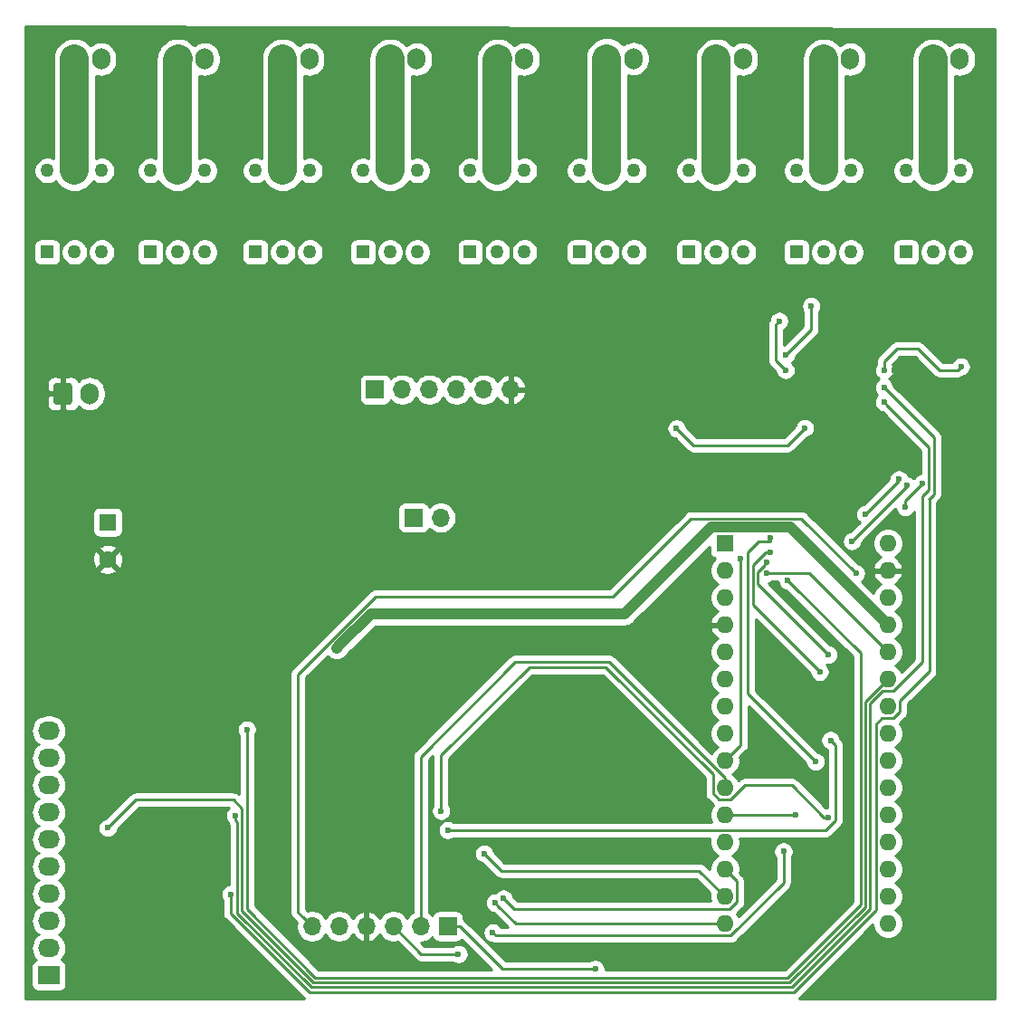
<source format=gbr>
G04 #@! TF.GenerationSoftware,KiCad,Pcbnew,5.1.5+dfsg1-2build2*
G04 #@! TF.CreationDate,2021-04-17T20:10:40-04:00*
G04 #@! TF.ProjectId,front_controls,66726f6e-745f-4636-9f6e-74726f6c732e,1*
G04 #@! TF.SameCoordinates,Original*
G04 #@! TF.FileFunction,Copper,L2,Bot*
G04 #@! TF.FilePolarity,Positive*
%FSLAX46Y46*%
G04 Gerber Fmt 4.6, Leading zero omitted, Abs format (unit mm)*
G04 Created by KiCad (PCBNEW 5.1.5+dfsg1-2build2) date 2021-04-17 20:10:40*
%MOMM*%
%LPD*%
G04 APERTURE LIST*
%ADD10O,1.700000X1.700000*%
%ADD11R,1.700000X1.700000*%
%ADD12C,1.600000*%
%ADD13R,1.600000X1.600000*%
%ADD14O,1.600000X1.600000*%
%ADD15R,1.260000X1.260000*%
%ADD16C,1.260000*%
%ADD17O,1.700000X2.000000*%
%ADD18C,0.100000*%
%ADD19C,0.600000*%
%ADD20R,4.900000X2.950000*%
%ADD21R,2.032000X1.727200*%
%ADD22O,2.032000X1.727200*%
%ADD23C,2.750000*%
%ADD24C,0.250000*%
%ADD25C,1.000000*%
%ADD26C,0.254000*%
G04 APERTURE END LIST*
D10*
X133900000Y-83400000D03*
X131360000Y-83400000D03*
X128820000Y-83400000D03*
X126280000Y-83400000D03*
X123740000Y-83400000D03*
D11*
X121200000Y-83400000D03*
D10*
X127340000Y-95400000D03*
D11*
X124800000Y-95400000D03*
D10*
X115300000Y-133600000D03*
X117840000Y-133600000D03*
X120380000Y-133600000D03*
X122920000Y-133600000D03*
X125460000Y-133600000D03*
D11*
X128000000Y-133600000D03*
D12*
X96200000Y-99300000D03*
D13*
X96200000Y-95800000D03*
D14*
X169164000Y-133350000D03*
X153924000Y-133350000D03*
X169164000Y-97790000D03*
X153924000Y-130810000D03*
X169164000Y-100330000D03*
X153924000Y-128270000D03*
X169164000Y-102870000D03*
X153924000Y-125730000D03*
X169164000Y-105410000D03*
X153924000Y-123190000D03*
X169164000Y-107950000D03*
X153924000Y-120650000D03*
X169164000Y-110490000D03*
X153924000Y-118110000D03*
X169164000Y-113030000D03*
X153924000Y-115570000D03*
X169164000Y-115570000D03*
X153924000Y-113030000D03*
X169164000Y-118110000D03*
X153924000Y-110490000D03*
X169164000Y-120650000D03*
X153924000Y-107950000D03*
X169164000Y-123190000D03*
X153924000Y-105410000D03*
X169164000Y-125730000D03*
X153924000Y-102870000D03*
X169164000Y-128270000D03*
X153924000Y-100330000D03*
X169164000Y-130810000D03*
D13*
X153924000Y-97790000D03*
D15*
X110022000Y-70558000D03*
D16*
X112562000Y-70558000D03*
X115102000Y-70558000D03*
X115102000Y-62938000D03*
X112562000Y-62938000D03*
X110022000Y-62938000D03*
D17*
X94500000Y-83800000D03*
G04 #@! TA.AperFunction,ComponentPad*
D18*
G36*
X92624504Y-82801204D02*
G01*
X92648773Y-82804804D01*
X92672571Y-82810765D01*
X92695671Y-82819030D01*
X92717849Y-82829520D01*
X92738893Y-82842133D01*
X92758598Y-82856747D01*
X92776777Y-82873223D01*
X92793253Y-82891402D01*
X92807867Y-82911107D01*
X92820480Y-82932151D01*
X92830970Y-82954329D01*
X92839235Y-82977429D01*
X92845196Y-83001227D01*
X92848796Y-83025496D01*
X92850000Y-83050000D01*
X92850000Y-84550000D01*
X92848796Y-84574504D01*
X92845196Y-84598773D01*
X92839235Y-84622571D01*
X92830970Y-84645671D01*
X92820480Y-84667849D01*
X92807867Y-84688893D01*
X92793253Y-84708598D01*
X92776777Y-84726777D01*
X92758598Y-84743253D01*
X92738893Y-84757867D01*
X92717849Y-84770480D01*
X92695671Y-84780970D01*
X92672571Y-84789235D01*
X92648773Y-84795196D01*
X92624504Y-84798796D01*
X92600000Y-84800000D01*
X91400000Y-84800000D01*
X91375496Y-84798796D01*
X91351227Y-84795196D01*
X91327429Y-84789235D01*
X91304329Y-84780970D01*
X91282151Y-84770480D01*
X91261107Y-84757867D01*
X91241402Y-84743253D01*
X91223223Y-84726777D01*
X91206747Y-84708598D01*
X91192133Y-84688893D01*
X91179520Y-84667849D01*
X91169030Y-84645671D01*
X91160765Y-84622571D01*
X91154804Y-84598773D01*
X91151204Y-84574504D01*
X91150000Y-84550000D01*
X91150000Y-83050000D01*
X91151204Y-83025496D01*
X91154804Y-83001227D01*
X91160765Y-82977429D01*
X91169030Y-82954329D01*
X91179520Y-82932151D01*
X91192133Y-82911107D01*
X91206747Y-82891402D01*
X91223223Y-82873223D01*
X91241402Y-82856747D01*
X91261107Y-82842133D01*
X91282151Y-82829520D01*
X91304329Y-82819030D01*
X91327429Y-82810765D01*
X91351227Y-82804804D01*
X91375496Y-82801204D01*
X91400000Y-82800000D01*
X92600000Y-82800000D01*
X92624504Y-82801204D01*
G37*
G04 #@! TD.AperFunction*
D19*
X106309000Y-94734000D03*
X107609000Y-94734000D03*
X107609000Y-93434000D03*
X106309000Y-93434000D03*
X110209000Y-94734000D03*
X108909000Y-94734000D03*
X108909000Y-93434000D03*
X110209000Y-93434000D03*
D20*
X108259000Y-94084000D03*
D15*
X90542000Y-70558000D03*
D16*
X93082000Y-70558000D03*
X95622000Y-70558000D03*
X95622000Y-62938000D03*
X93082000Y-62938000D03*
X90542000Y-62938000D03*
D15*
X100182000Y-70558000D03*
D16*
X102722000Y-70558000D03*
X105262000Y-70558000D03*
X105262000Y-62938000D03*
X102722000Y-62938000D03*
X100182000Y-62938000D03*
D15*
X120062000Y-70558000D03*
D16*
X122602000Y-70558000D03*
X125142000Y-70558000D03*
X125142000Y-62938000D03*
X122602000Y-62938000D03*
X120062000Y-62938000D03*
D15*
X130102000Y-70558000D03*
D16*
X132642000Y-70558000D03*
X135182000Y-70558000D03*
X135182000Y-62938000D03*
X132642000Y-62938000D03*
X130102000Y-62938000D03*
D15*
X140342000Y-70558000D03*
D16*
X142882000Y-70558000D03*
X145422000Y-70558000D03*
X145422000Y-62938000D03*
X142882000Y-62938000D03*
X140342000Y-62938000D03*
D15*
X150582000Y-70558000D03*
D16*
X153122000Y-70558000D03*
X155662000Y-70558000D03*
X155662000Y-62938000D03*
X153122000Y-62938000D03*
X150582000Y-62938000D03*
D15*
X160622000Y-70558000D03*
D16*
X163162000Y-70558000D03*
X165702000Y-70558000D03*
X165702000Y-62938000D03*
X163162000Y-62938000D03*
X160622000Y-62938000D03*
D15*
X170862000Y-70558000D03*
D16*
X173402000Y-70558000D03*
X175942000Y-70558000D03*
X175942000Y-62938000D03*
X173402000Y-62938000D03*
X170862000Y-62938000D03*
G04 #@! TA.AperFunction,ComponentPad*
D18*
G36*
X93706504Y-51525204D02*
G01*
X93730773Y-51528804D01*
X93754571Y-51534765D01*
X93777671Y-51543030D01*
X93799849Y-51553520D01*
X93820893Y-51566133D01*
X93840598Y-51580747D01*
X93858777Y-51597223D01*
X93875253Y-51615402D01*
X93889867Y-51635107D01*
X93902480Y-51656151D01*
X93912970Y-51678329D01*
X93921235Y-51701429D01*
X93927196Y-51725227D01*
X93930796Y-51749496D01*
X93932000Y-51774000D01*
X93932000Y-53274000D01*
X93930796Y-53298504D01*
X93927196Y-53322773D01*
X93921235Y-53346571D01*
X93912970Y-53369671D01*
X93902480Y-53391849D01*
X93889867Y-53412893D01*
X93875253Y-53432598D01*
X93858777Y-53450777D01*
X93840598Y-53467253D01*
X93820893Y-53481867D01*
X93799849Y-53494480D01*
X93777671Y-53504970D01*
X93754571Y-53513235D01*
X93730773Y-53519196D01*
X93706504Y-53522796D01*
X93682000Y-53524000D01*
X92482000Y-53524000D01*
X92457496Y-53522796D01*
X92433227Y-53519196D01*
X92409429Y-53513235D01*
X92386329Y-53504970D01*
X92364151Y-53494480D01*
X92343107Y-53481867D01*
X92323402Y-53467253D01*
X92305223Y-53450777D01*
X92288747Y-53432598D01*
X92274133Y-53412893D01*
X92261520Y-53391849D01*
X92251030Y-53369671D01*
X92242765Y-53346571D01*
X92236804Y-53322773D01*
X92233204Y-53298504D01*
X92232000Y-53274000D01*
X92232000Y-51774000D01*
X92233204Y-51749496D01*
X92236804Y-51725227D01*
X92242765Y-51701429D01*
X92251030Y-51678329D01*
X92261520Y-51656151D01*
X92274133Y-51635107D01*
X92288747Y-51615402D01*
X92305223Y-51597223D01*
X92323402Y-51580747D01*
X92343107Y-51566133D01*
X92364151Y-51553520D01*
X92386329Y-51543030D01*
X92409429Y-51534765D01*
X92433227Y-51528804D01*
X92457496Y-51525204D01*
X92482000Y-51524000D01*
X93682000Y-51524000D01*
X93706504Y-51525204D01*
G37*
G04 #@! TD.AperFunction*
D17*
X95582000Y-52524000D03*
G04 #@! TA.AperFunction,ComponentPad*
D18*
G36*
X103386504Y-51525204D02*
G01*
X103410773Y-51528804D01*
X103434571Y-51534765D01*
X103457671Y-51543030D01*
X103479849Y-51553520D01*
X103500893Y-51566133D01*
X103520598Y-51580747D01*
X103538777Y-51597223D01*
X103555253Y-51615402D01*
X103569867Y-51635107D01*
X103582480Y-51656151D01*
X103592970Y-51678329D01*
X103601235Y-51701429D01*
X103607196Y-51725227D01*
X103610796Y-51749496D01*
X103612000Y-51774000D01*
X103612000Y-53274000D01*
X103610796Y-53298504D01*
X103607196Y-53322773D01*
X103601235Y-53346571D01*
X103592970Y-53369671D01*
X103582480Y-53391849D01*
X103569867Y-53412893D01*
X103555253Y-53432598D01*
X103538777Y-53450777D01*
X103520598Y-53467253D01*
X103500893Y-53481867D01*
X103479849Y-53494480D01*
X103457671Y-53504970D01*
X103434571Y-53513235D01*
X103410773Y-53519196D01*
X103386504Y-53522796D01*
X103362000Y-53524000D01*
X102162000Y-53524000D01*
X102137496Y-53522796D01*
X102113227Y-53519196D01*
X102089429Y-53513235D01*
X102066329Y-53504970D01*
X102044151Y-53494480D01*
X102023107Y-53481867D01*
X102003402Y-53467253D01*
X101985223Y-53450777D01*
X101968747Y-53432598D01*
X101954133Y-53412893D01*
X101941520Y-53391849D01*
X101931030Y-53369671D01*
X101922765Y-53346571D01*
X101916804Y-53322773D01*
X101913204Y-53298504D01*
X101912000Y-53274000D01*
X101912000Y-51774000D01*
X101913204Y-51749496D01*
X101916804Y-51725227D01*
X101922765Y-51701429D01*
X101931030Y-51678329D01*
X101941520Y-51656151D01*
X101954133Y-51635107D01*
X101968747Y-51615402D01*
X101985223Y-51597223D01*
X102003402Y-51580747D01*
X102023107Y-51566133D01*
X102044151Y-51553520D01*
X102066329Y-51543030D01*
X102089429Y-51534765D01*
X102113227Y-51528804D01*
X102137496Y-51525204D01*
X102162000Y-51524000D01*
X103362000Y-51524000D01*
X103386504Y-51525204D01*
G37*
G04 #@! TD.AperFunction*
D17*
X105262000Y-52524000D03*
G04 #@! TA.AperFunction,ComponentPad*
D18*
G36*
X113186504Y-51525204D02*
G01*
X113210773Y-51528804D01*
X113234571Y-51534765D01*
X113257671Y-51543030D01*
X113279849Y-51553520D01*
X113300893Y-51566133D01*
X113320598Y-51580747D01*
X113338777Y-51597223D01*
X113355253Y-51615402D01*
X113369867Y-51635107D01*
X113382480Y-51656151D01*
X113392970Y-51678329D01*
X113401235Y-51701429D01*
X113407196Y-51725227D01*
X113410796Y-51749496D01*
X113412000Y-51774000D01*
X113412000Y-53274000D01*
X113410796Y-53298504D01*
X113407196Y-53322773D01*
X113401235Y-53346571D01*
X113392970Y-53369671D01*
X113382480Y-53391849D01*
X113369867Y-53412893D01*
X113355253Y-53432598D01*
X113338777Y-53450777D01*
X113320598Y-53467253D01*
X113300893Y-53481867D01*
X113279849Y-53494480D01*
X113257671Y-53504970D01*
X113234571Y-53513235D01*
X113210773Y-53519196D01*
X113186504Y-53522796D01*
X113162000Y-53524000D01*
X111962000Y-53524000D01*
X111937496Y-53522796D01*
X111913227Y-53519196D01*
X111889429Y-53513235D01*
X111866329Y-53504970D01*
X111844151Y-53494480D01*
X111823107Y-53481867D01*
X111803402Y-53467253D01*
X111785223Y-53450777D01*
X111768747Y-53432598D01*
X111754133Y-53412893D01*
X111741520Y-53391849D01*
X111731030Y-53369671D01*
X111722765Y-53346571D01*
X111716804Y-53322773D01*
X111713204Y-53298504D01*
X111712000Y-53274000D01*
X111712000Y-51774000D01*
X111713204Y-51749496D01*
X111716804Y-51725227D01*
X111722765Y-51701429D01*
X111731030Y-51678329D01*
X111741520Y-51656151D01*
X111754133Y-51635107D01*
X111768747Y-51615402D01*
X111785223Y-51597223D01*
X111803402Y-51580747D01*
X111823107Y-51566133D01*
X111844151Y-51553520D01*
X111866329Y-51543030D01*
X111889429Y-51534765D01*
X111913227Y-51528804D01*
X111937496Y-51525204D01*
X111962000Y-51524000D01*
X113162000Y-51524000D01*
X113186504Y-51525204D01*
G37*
G04 #@! TD.AperFunction*
D17*
X115062000Y-52524000D03*
G04 #@! TA.AperFunction,ComponentPad*
D18*
G36*
X123226504Y-51525204D02*
G01*
X123250773Y-51528804D01*
X123274571Y-51534765D01*
X123297671Y-51543030D01*
X123319849Y-51553520D01*
X123340893Y-51566133D01*
X123360598Y-51580747D01*
X123378777Y-51597223D01*
X123395253Y-51615402D01*
X123409867Y-51635107D01*
X123422480Y-51656151D01*
X123432970Y-51678329D01*
X123441235Y-51701429D01*
X123447196Y-51725227D01*
X123450796Y-51749496D01*
X123452000Y-51774000D01*
X123452000Y-53274000D01*
X123450796Y-53298504D01*
X123447196Y-53322773D01*
X123441235Y-53346571D01*
X123432970Y-53369671D01*
X123422480Y-53391849D01*
X123409867Y-53412893D01*
X123395253Y-53432598D01*
X123378777Y-53450777D01*
X123360598Y-53467253D01*
X123340893Y-53481867D01*
X123319849Y-53494480D01*
X123297671Y-53504970D01*
X123274571Y-53513235D01*
X123250773Y-53519196D01*
X123226504Y-53522796D01*
X123202000Y-53524000D01*
X122002000Y-53524000D01*
X121977496Y-53522796D01*
X121953227Y-53519196D01*
X121929429Y-53513235D01*
X121906329Y-53504970D01*
X121884151Y-53494480D01*
X121863107Y-53481867D01*
X121843402Y-53467253D01*
X121825223Y-53450777D01*
X121808747Y-53432598D01*
X121794133Y-53412893D01*
X121781520Y-53391849D01*
X121771030Y-53369671D01*
X121762765Y-53346571D01*
X121756804Y-53322773D01*
X121753204Y-53298504D01*
X121752000Y-53274000D01*
X121752000Y-51774000D01*
X121753204Y-51749496D01*
X121756804Y-51725227D01*
X121762765Y-51701429D01*
X121771030Y-51678329D01*
X121781520Y-51656151D01*
X121794133Y-51635107D01*
X121808747Y-51615402D01*
X121825223Y-51597223D01*
X121843402Y-51580747D01*
X121863107Y-51566133D01*
X121884151Y-51553520D01*
X121906329Y-51543030D01*
X121929429Y-51534765D01*
X121953227Y-51528804D01*
X121977496Y-51525204D01*
X122002000Y-51524000D01*
X123202000Y-51524000D01*
X123226504Y-51525204D01*
G37*
G04 #@! TD.AperFunction*
D17*
X125102000Y-52524000D03*
G04 #@! TA.AperFunction,ComponentPad*
D18*
G36*
X133306504Y-51525204D02*
G01*
X133330773Y-51528804D01*
X133354571Y-51534765D01*
X133377671Y-51543030D01*
X133399849Y-51553520D01*
X133420893Y-51566133D01*
X133440598Y-51580747D01*
X133458777Y-51597223D01*
X133475253Y-51615402D01*
X133489867Y-51635107D01*
X133502480Y-51656151D01*
X133512970Y-51678329D01*
X133521235Y-51701429D01*
X133527196Y-51725227D01*
X133530796Y-51749496D01*
X133532000Y-51774000D01*
X133532000Y-53274000D01*
X133530796Y-53298504D01*
X133527196Y-53322773D01*
X133521235Y-53346571D01*
X133512970Y-53369671D01*
X133502480Y-53391849D01*
X133489867Y-53412893D01*
X133475253Y-53432598D01*
X133458777Y-53450777D01*
X133440598Y-53467253D01*
X133420893Y-53481867D01*
X133399849Y-53494480D01*
X133377671Y-53504970D01*
X133354571Y-53513235D01*
X133330773Y-53519196D01*
X133306504Y-53522796D01*
X133282000Y-53524000D01*
X132082000Y-53524000D01*
X132057496Y-53522796D01*
X132033227Y-53519196D01*
X132009429Y-53513235D01*
X131986329Y-53504970D01*
X131964151Y-53494480D01*
X131943107Y-53481867D01*
X131923402Y-53467253D01*
X131905223Y-53450777D01*
X131888747Y-53432598D01*
X131874133Y-53412893D01*
X131861520Y-53391849D01*
X131851030Y-53369671D01*
X131842765Y-53346571D01*
X131836804Y-53322773D01*
X131833204Y-53298504D01*
X131832000Y-53274000D01*
X131832000Y-51774000D01*
X131833204Y-51749496D01*
X131836804Y-51725227D01*
X131842765Y-51701429D01*
X131851030Y-51678329D01*
X131861520Y-51656151D01*
X131874133Y-51635107D01*
X131888747Y-51615402D01*
X131905223Y-51597223D01*
X131923402Y-51580747D01*
X131943107Y-51566133D01*
X131964151Y-51553520D01*
X131986329Y-51543030D01*
X132009429Y-51534765D01*
X132033227Y-51528804D01*
X132057496Y-51525204D01*
X132082000Y-51524000D01*
X133282000Y-51524000D01*
X133306504Y-51525204D01*
G37*
G04 #@! TD.AperFunction*
D17*
X135182000Y-52524000D03*
G04 #@! TA.AperFunction,ComponentPad*
D18*
G36*
X143506504Y-51455204D02*
G01*
X143530773Y-51458804D01*
X143554571Y-51464765D01*
X143577671Y-51473030D01*
X143599849Y-51483520D01*
X143620893Y-51496133D01*
X143640598Y-51510747D01*
X143658777Y-51527223D01*
X143675253Y-51545402D01*
X143689867Y-51565107D01*
X143702480Y-51586151D01*
X143712970Y-51608329D01*
X143721235Y-51631429D01*
X143727196Y-51655227D01*
X143730796Y-51679496D01*
X143732000Y-51704000D01*
X143732000Y-53204000D01*
X143730796Y-53228504D01*
X143727196Y-53252773D01*
X143721235Y-53276571D01*
X143712970Y-53299671D01*
X143702480Y-53321849D01*
X143689867Y-53342893D01*
X143675253Y-53362598D01*
X143658777Y-53380777D01*
X143640598Y-53397253D01*
X143620893Y-53411867D01*
X143599849Y-53424480D01*
X143577671Y-53434970D01*
X143554571Y-53443235D01*
X143530773Y-53449196D01*
X143506504Y-53452796D01*
X143482000Y-53454000D01*
X142282000Y-53454000D01*
X142257496Y-53452796D01*
X142233227Y-53449196D01*
X142209429Y-53443235D01*
X142186329Y-53434970D01*
X142164151Y-53424480D01*
X142143107Y-53411867D01*
X142123402Y-53397253D01*
X142105223Y-53380777D01*
X142088747Y-53362598D01*
X142074133Y-53342893D01*
X142061520Y-53321849D01*
X142051030Y-53299671D01*
X142042765Y-53276571D01*
X142036804Y-53252773D01*
X142033204Y-53228504D01*
X142032000Y-53204000D01*
X142032000Y-51704000D01*
X142033204Y-51679496D01*
X142036804Y-51655227D01*
X142042765Y-51631429D01*
X142051030Y-51608329D01*
X142061520Y-51586151D01*
X142074133Y-51565107D01*
X142088747Y-51545402D01*
X142105223Y-51527223D01*
X142123402Y-51510747D01*
X142143107Y-51496133D01*
X142164151Y-51483520D01*
X142186329Y-51473030D01*
X142209429Y-51464765D01*
X142233227Y-51458804D01*
X142257496Y-51455204D01*
X142282000Y-51454000D01*
X143482000Y-51454000D01*
X143506504Y-51455204D01*
G37*
G04 #@! TD.AperFunction*
D17*
X145382000Y-52454000D03*
G04 #@! TA.AperFunction,ComponentPad*
D18*
G36*
X153746504Y-51525204D02*
G01*
X153770773Y-51528804D01*
X153794571Y-51534765D01*
X153817671Y-51543030D01*
X153839849Y-51553520D01*
X153860893Y-51566133D01*
X153880598Y-51580747D01*
X153898777Y-51597223D01*
X153915253Y-51615402D01*
X153929867Y-51635107D01*
X153942480Y-51656151D01*
X153952970Y-51678329D01*
X153961235Y-51701429D01*
X153967196Y-51725227D01*
X153970796Y-51749496D01*
X153972000Y-51774000D01*
X153972000Y-53274000D01*
X153970796Y-53298504D01*
X153967196Y-53322773D01*
X153961235Y-53346571D01*
X153952970Y-53369671D01*
X153942480Y-53391849D01*
X153929867Y-53412893D01*
X153915253Y-53432598D01*
X153898777Y-53450777D01*
X153880598Y-53467253D01*
X153860893Y-53481867D01*
X153839849Y-53494480D01*
X153817671Y-53504970D01*
X153794571Y-53513235D01*
X153770773Y-53519196D01*
X153746504Y-53522796D01*
X153722000Y-53524000D01*
X152522000Y-53524000D01*
X152497496Y-53522796D01*
X152473227Y-53519196D01*
X152449429Y-53513235D01*
X152426329Y-53504970D01*
X152404151Y-53494480D01*
X152383107Y-53481867D01*
X152363402Y-53467253D01*
X152345223Y-53450777D01*
X152328747Y-53432598D01*
X152314133Y-53412893D01*
X152301520Y-53391849D01*
X152291030Y-53369671D01*
X152282765Y-53346571D01*
X152276804Y-53322773D01*
X152273204Y-53298504D01*
X152272000Y-53274000D01*
X152272000Y-51774000D01*
X152273204Y-51749496D01*
X152276804Y-51725227D01*
X152282765Y-51701429D01*
X152291030Y-51678329D01*
X152301520Y-51656151D01*
X152314133Y-51635107D01*
X152328747Y-51615402D01*
X152345223Y-51597223D01*
X152363402Y-51580747D01*
X152383107Y-51566133D01*
X152404151Y-51553520D01*
X152426329Y-51543030D01*
X152449429Y-51534765D01*
X152473227Y-51528804D01*
X152497496Y-51525204D01*
X152522000Y-51524000D01*
X153722000Y-51524000D01*
X153746504Y-51525204D01*
G37*
G04 #@! TD.AperFunction*
D17*
X155622000Y-52524000D03*
G04 #@! TA.AperFunction,ComponentPad*
D18*
G36*
X163786504Y-51525204D02*
G01*
X163810773Y-51528804D01*
X163834571Y-51534765D01*
X163857671Y-51543030D01*
X163879849Y-51553520D01*
X163900893Y-51566133D01*
X163920598Y-51580747D01*
X163938777Y-51597223D01*
X163955253Y-51615402D01*
X163969867Y-51635107D01*
X163982480Y-51656151D01*
X163992970Y-51678329D01*
X164001235Y-51701429D01*
X164007196Y-51725227D01*
X164010796Y-51749496D01*
X164012000Y-51774000D01*
X164012000Y-53274000D01*
X164010796Y-53298504D01*
X164007196Y-53322773D01*
X164001235Y-53346571D01*
X163992970Y-53369671D01*
X163982480Y-53391849D01*
X163969867Y-53412893D01*
X163955253Y-53432598D01*
X163938777Y-53450777D01*
X163920598Y-53467253D01*
X163900893Y-53481867D01*
X163879849Y-53494480D01*
X163857671Y-53504970D01*
X163834571Y-53513235D01*
X163810773Y-53519196D01*
X163786504Y-53522796D01*
X163762000Y-53524000D01*
X162562000Y-53524000D01*
X162537496Y-53522796D01*
X162513227Y-53519196D01*
X162489429Y-53513235D01*
X162466329Y-53504970D01*
X162444151Y-53494480D01*
X162423107Y-53481867D01*
X162403402Y-53467253D01*
X162385223Y-53450777D01*
X162368747Y-53432598D01*
X162354133Y-53412893D01*
X162341520Y-53391849D01*
X162331030Y-53369671D01*
X162322765Y-53346571D01*
X162316804Y-53322773D01*
X162313204Y-53298504D01*
X162312000Y-53274000D01*
X162312000Y-51774000D01*
X162313204Y-51749496D01*
X162316804Y-51725227D01*
X162322765Y-51701429D01*
X162331030Y-51678329D01*
X162341520Y-51656151D01*
X162354133Y-51635107D01*
X162368747Y-51615402D01*
X162385223Y-51597223D01*
X162403402Y-51580747D01*
X162423107Y-51566133D01*
X162444151Y-51553520D01*
X162466329Y-51543030D01*
X162489429Y-51534765D01*
X162513227Y-51528804D01*
X162537496Y-51525204D01*
X162562000Y-51524000D01*
X163762000Y-51524000D01*
X163786504Y-51525204D01*
G37*
G04 #@! TD.AperFunction*
D17*
X165662000Y-52524000D03*
G04 #@! TA.AperFunction,ComponentPad*
D18*
G36*
X174026504Y-51525204D02*
G01*
X174050773Y-51528804D01*
X174074571Y-51534765D01*
X174097671Y-51543030D01*
X174119849Y-51553520D01*
X174140893Y-51566133D01*
X174160598Y-51580747D01*
X174178777Y-51597223D01*
X174195253Y-51615402D01*
X174209867Y-51635107D01*
X174222480Y-51656151D01*
X174232970Y-51678329D01*
X174241235Y-51701429D01*
X174247196Y-51725227D01*
X174250796Y-51749496D01*
X174252000Y-51774000D01*
X174252000Y-53274000D01*
X174250796Y-53298504D01*
X174247196Y-53322773D01*
X174241235Y-53346571D01*
X174232970Y-53369671D01*
X174222480Y-53391849D01*
X174209867Y-53412893D01*
X174195253Y-53432598D01*
X174178777Y-53450777D01*
X174160598Y-53467253D01*
X174140893Y-53481867D01*
X174119849Y-53494480D01*
X174097671Y-53504970D01*
X174074571Y-53513235D01*
X174050773Y-53519196D01*
X174026504Y-53522796D01*
X174002000Y-53524000D01*
X172802000Y-53524000D01*
X172777496Y-53522796D01*
X172753227Y-53519196D01*
X172729429Y-53513235D01*
X172706329Y-53504970D01*
X172684151Y-53494480D01*
X172663107Y-53481867D01*
X172643402Y-53467253D01*
X172625223Y-53450777D01*
X172608747Y-53432598D01*
X172594133Y-53412893D01*
X172581520Y-53391849D01*
X172571030Y-53369671D01*
X172562765Y-53346571D01*
X172556804Y-53322773D01*
X172553204Y-53298504D01*
X172552000Y-53274000D01*
X172552000Y-51774000D01*
X172553204Y-51749496D01*
X172556804Y-51725227D01*
X172562765Y-51701429D01*
X172571030Y-51678329D01*
X172581520Y-51656151D01*
X172594133Y-51635107D01*
X172608747Y-51615402D01*
X172625223Y-51597223D01*
X172643402Y-51580747D01*
X172663107Y-51566133D01*
X172684151Y-51553520D01*
X172706329Y-51543030D01*
X172729429Y-51534765D01*
X172753227Y-51528804D01*
X172777496Y-51525204D01*
X172802000Y-51524000D01*
X174002000Y-51524000D01*
X174026504Y-51525204D01*
G37*
G04 #@! TD.AperFunction*
D17*
X175902000Y-52524000D03*
D21*
X90678000Y-138176000D03*
D22*
X90678000Y-135636000D03*
X90678000Y-133096000D03*
X90678000Y-130556000D03*
X90678000Y-128016000D03*
X90678000Y-125476000D03*
X90678000Y-122936000D03*
X90678000Y-120396000D03*
X90678000Y-117856000D03*
X90678000Y-115316000D03*
D19*
X167800000Y-89000000D03*
X164800000Y-110800000D03*
X132200000Y-119400000D03*
X165800000Y-116200000D03*
X141400000Y-113600000D03*
X141400000Y-119200000D03*
X141400000Y-125600000D03*
X141600000Y-131000000D03*
X115000000Y-125600000D03*
X171400000Y-113400000D03*
X141400000Y-107825021D03*
X157400000Y-111200000D03*
X157600000Y-107200000D03*
X166600000Y-81000000D03*
X166600000Y-79600000D03*
X166570000Y-82400000D03*
X166600000Y-83800000D03*
X166485000Y-85200000D03*
X169800000Y-81600000D03*
X117599992Y-107600000D03*
X176000000Y-81254357D03*
X168830000Y-81600012D03*
X109200000Y-115200000D03*
X96200000Y-124400000D03*
X108124979Y-123236685D03*
X107674968Y-130597556D03*
X163625010Y-123400000D03*
X127374990Y-122806772D03*
X132400000Y-131400000D03*
X131400000Y-126800000D03*
X133200002Y-131000000D03*
X166200000Y-100600000D03*
X159400000Y-126600000D03*
X132200000Y-134200000D03*
X129000000Y-136200000D03*
X160574990Y-123200000D03*
X162000000Y-75600000D03*
X159600000Y-80200000D03*
X159600006Y-81600000D03*
X159000000Y-77000000D03*
X128000000Y-124600000D03*
X163799996Y-116200000D03*
X159799991Y-101268225D03*
X168799994Y-84600006D03*
X168800003Y-83200003D03*
X167058058Y-95058058D03*
X170200000Y-91800000D03*
X165800000Y-97600000D03*
X170934121Y-92381979D03*
X170800000Y-94400000D03*
X172400000Y-92200000D03*
X141800000Y-137600000D03*
X149389968Y-87045068D03*
X161400000Y-87000000D03*
X157800000Y-100600000D03*
X155400000Y-99200002D03*
X163600000Y-108200000D03*
X157852981Y-99600000D03*
X162800000Y-109800000D03*
X158200000Y-98600000D03*
X162400000Y-118200000D03*
X158200000Y-97290000D03*
D23*
X108259000Y-94084000D02*
X108259000Y-92859000D01*
X108259000Y-92859000D02*
X108000000Y-92600000D01*
X108000000Y-92600000D02*
X105800000Y-92600000D01*
X105800000Y-92600000D02*
X105600000Y-92800000D01*
X105600000Y-92800000D02*
X105600000Y-95600000D01*
X105600000Y-95600000D02*
X105800000Y-95800000D01*
X105800000Y-95800000D02*
X111000000Y-95800000D01*
X111000000Y-95800000D02*
X111000000Y-92600000D01*
X108259000Y-94084000D02*
X108259000Y-93541000D01*
X109200000Y-92600000D02*
X111000000Y-92600000D01*
X108259000Y-93541000D02*
X109200000Y-92600000D01*
D24*
X157400000Y-107400000D02*
X157600000Y-107200000D01*
X157400000Y-111200000D02*
X157400000Y-107400000D01*
X166600000Y-82370000D02*
X166570000Y-82400000D01*
D25*
X117899991Y-107300001D02*
X117599992Y-107600000D01*
X120799992Y-104400000D02*
X117899991Y-107300001D01*
X152676740Y-96290000D02*
X144566740Y-104400000D01*
X160044000Y-96290000D02*
X152676740Y-96290000D01*
X144566740Y-104400000D02*
X120799992Y-104400000D01*
X169164000Y-105410000D02*
X160044000Y-96290000D01*
D24*
X170000000Y-79600000D02*
X168830000Y-80770000D01*
X172000000Y-79600000D02*
X170000000Y-79600000D01*
X168830000Y-80770000D02*
X168830000Y-81600012D01*
X174000012Y-81600012D02*
X172000000Y-79600000D01*
X175654345Y-81600012D02*
X174000012Y-81600012D01*
X176000000Y-81254357D02*
X175654345Y-81600012D01*
D23*
X173402000Y-62938000D02*
X173402000Y-52524000D01*
X163162000Y-62938000D02*
X163162000Y-52524000D01*
X153122000Y-62938000D02*
X153122000Y-52524000D01*
X142882000Y-62938000D02*
X142882000Y-52454000D01*
X132642000Y-52564000D02*
X132682000Y-52524000D01*
X132642000Y-62938000D02*
X132642000Y-52564000D01*
X122602000Y-62938000D02*
X122602000Y-52524000D01*
X112562000Y-62938000D02*
X112562000Y-52524000D01*
X102722000Y-52564000D02*
X102762000Y-52524000D01*
X102722000Y-62938000D02*
X102722000Y-52564000D01*
X93082000Y-62938000D02*
X93082000Y-52524000D01*
D24*
X98825000Y-121775000D02*
X107938589Y-121775000D01*
X167050011Y-131786400D02*
X167050011Y-112603989D01*
X107938589Y-121775000D02*
X108749989Y-122586400D01*
X115413600Y-138850011D02*
X159986400Y-138850011D01*
X168364001Y-111289999D02*
X169164000Y-110490000D01*
X159986400Y-138850011D02*
X167050011Y-131786400D01*
X108749989Y-132186400D02*
X115413600Y-138850011D01*
X108749989Y-122586400D02*
X108749989Y-132186400D01*
X96200000Y-124400000D02*
X98825000Y-121775000D01*
X160200746Y-120400000D02*
X155839002Y-120400000D01*
X163625010Y-123400000D02*
X163200746Y-123400000D01*
X154464001Y-121775001D02*
X153383999Y-121775001D01*
X153383999Y-121775001D02*
X152798999Y-121190001D01*
X163200746Y-123400000D02*
X160200746Y-120400000D01*
X142786400Y-109349989D02*
X135613600Y-109349989D01*
X152798999Y-119362588D02*
X142786400Y-109349989D01*
X135613600Y-109349989D02*
X127374990Y-117588599D01*
X127374990Y-122382508D02*
X127374990Y-122806772D01*
X152798999Y-121190001D02*
X152798999Y-119362588D01*
X155839002Y-120400000D02*
X154464001Y-121775001D01*
X127374990Y-117588599D02*
X127374990Y-122382508D01*
X132699999Y-131699999D02*
X132400000Y-131400000D01*
X134350000Y-133350000D02*
X132699999Y-131699999D01*
X153924000Y-133350000D02*
X134350000Y-133350000D01*
X133000000Y-128400000D02*
X131400000Y-126800000D01*
X151514000Y-128400000D02*
X133000000Y-128400000D01*
X153924000Y-130810000D02*
X151514000Y-128400000D01*
X134225003Y-132025001D02*
X133500001Y-131299999D01*
X133500001Y-131299999D02*
X133200002Y-131000000D01*
X154374001Y-132025001D02*
X134225003Y-132025001D01*
X155049001Y-131350001D02*
X154374001Y-132025001D01*
X153924000Y-128270000D02*
X155049001Y-129395001D01*
X155049001Y-129395001D02*
X155049001Y-131350001D01*
X114000000Y-132300000D02*
X114450001Y-132750001D01*
X121233252Y-102800000D02*
X114000000Y-110033252D01*
X143400000Y-102800000D02*
X121233252Y-102800000D01*
X150735011Y-95464989D02*
X143400000Y-102800000D01*
X114450001Y-132750001D02*
X115300000Y-133600000D01*
X114000000Y-110033252D02*
X114000000Y-132300000D01*
X161064989Y-95464989D02*
X150735011Y-95464989D01*
X166200000Y-100600000D02*
X161064989Y-95464989D01*
X132475001Y-134475001D02*
X132200000Y-134200000D01*
X154464001Y-134475001D02*
X132475001Y-134475001D01*
X159400000Y-129539002D02*
X154464001Y-134475001D01*
X159400000Y-126600000D02*
X159400000Y-129539002D01*
X125520000Y-136200000D02*
X122920000Y-133600000D01*
X129000000Y-136200000D02*
X125520000Y-136200000D01*
X153924000Y-123190000D02*
X160564990Y-123190000D01*
X160564990Y-123190000D02*
X160574990Y-123200000D01*
X143099978Y-108899978D02*
X134300022Y-108899978D01*
X125460000Y-132397919D02*
X125460000Y-133600000D01*
X134300022Y-108899978D02*
X125460000Y-117740000D01*
X153924000Y-120650000D02*
X153924000Y-119724000D01*
X153924000Y-119724000D02*
X143099978Y-108899978D01*
X125460000Y-117740000D02*
X125460000Y-132397919D01*
X167050011Y-112603989D02*
X168364001Y-111289999D01*
X162000000Y-75600000D02*
X162000000Y-77800000D01*
X159899999Y-79900001D02*
X159600000Y-80200000D01*
X162000000Y-77800000D02*
X159899999Y-79900001D01*
X159600006Y-81600000D02*
X158700001Y-80699995D01*
X158700001Y-80699995D02*
X158700001Y-77299999D01*
X158700001Y-77299999D02*
X159000000Y-77000000D01*
X164099995Y-116499999D02*
X163799996Y-116200000D01*
X128000000Y-124600000D02*
X163350014Y-124600000D01*
X163350014Y-124600000D02*
X164250012Y-123700002D01*
X164250012Y-123700002D02*
X164250012Y-116650016D01*
X164250012Y-116650016D02*
X164099995Y-116499999D01*
X160099990Y-101568224D02*
X159799991Y-101268225D01*
X166600000Y-108068234D02*
X160099990Y-101568224D01*
X166600000Y-131600000D02*
X166600000Y-108068234D01*
X159800000Y-138400000D02*
X166600000Y-131600000D01*
X115600000Y-138400000D02*
X159800000Y-138400000D01*
X109200000Y-132000000D02*
X115600000Y-138400000D01*
X109200000Y-115200000D02*
X109200000Y-132000000D01*
X168675409Y-111615001D02*
X169704001Y-111615001D01*
X173025001Y-88825013D02*
X169099993Y-84900005D01*
X173025001Y-92779439D02*
X173025001Y-88825013D01*
X167500021Y-131972801D02*
X167500021Y-112790389D01*
X169704001Y-111615001D02*
X172404440Y-108914562D01*
X115227200Y-139300022D02*
X160172800Y-139300022D01*
X108299978Y-132372800D02*
X115227200Y-139300022D01*
X108299978Y-123835948D02*
X108299978Y-132372800D01*
X169099993Y-84900005D02*
X168799994Y-84600006D01*
X167500021Y-112790389D02*
X168675409Y-111615001D01*
X172404440Y-108914562D02*
X172404440Y-93400000D01*
X160172800Y-139300022D02*
X167500021Y-131972801D01*
X108124979Y-123660949D02*
X108299978Y-123835948D01*
X108124979Y-123236685D02*
X108124979Y-123660949D01*
X172404440Y-93400000D02*
X173025001Y-92779439D01*
X173029440Y-109749560D02*
X173029440Y-93629440D01*
X170289001Y-113570001D02*
X170289001Y-112489999D01*
X169704001Y-114155001D02*
X170289001Y-113570001D01*
X168038999Y-114740001D02*
X168623999Y-114155001D01*
X160359200Y-139750033D02*
X168038999Y-132070234D01*
X115040800Y-139750033D02*
X160359200Y-139750033D01*
X173029440Y-93629440D02*
X173000000Y-93600000D01*
X170289001Y-112489999D02*
X173029440Y-109749560D01*
X168623999Y-114155001D02*
X169704001Y-114155001D01*
X168038999Y-132070234D02*
X168038999Y-114740001D01*
X107674968Y-132384201D02*
X115040800Y-139750033D01*
X107674968Y-130597556D02*
X107674968Y-132384201D01*
X173029440Y-93629440D02*
X173475011Y-93183869D01*
X173475011Y-93183869D02*
X173475011Y-87875011D01*
X173475011Y-87875011D02*
X169100002Y-83500002D01*
X169100002Y-83500002D02*
X168800003Y-83200003D01*
X167058058Y-95058058D02*
X170200000Y-91916116D01*
X170200000Y-91916116D02*
X170200000Y-91800000D01*
X165800000Y-97600000D02*
X170934121Y-92465879D01*
X170934121Y-92465879D02*
X170934121Y-92381979D01*
X170800000Y-94400000D02*
X170800000Y-93800000D01*
X170800000Y-93800000D02*
X172400000Y-92200000D01*
X128000000Y-133600000D02*
X129100000Y-133600000D01*
X133100000Y-137600000D02*
X141375736Y-137600000D01*
X141375736Y-137600000D02*
X141800000Y-137600000D01*
X129100000Y-133600000D02*
X133100000Y-137600000D01*
X159774999Y-88625001D02*
X161400000Y-87000000D01*
X150969901Y-88625001D02*
X159774999Y-88625001D01*
X149389968Y-87045068D02*
X150969901Y-88625001D01*
X161814000Y-100600000D02*
X157800000Y-100600000D01*
X169164000Y-107950000D02*
X161814000Y-100600000D01*
X153924000Y-118110000D02*
X155400000Y-116634000D01*
X155400000Y-116634000D02*
X155400000Y-99200002D01*
X156974999Y-100477982D02*
X157552982Y-99899999D01*
X157552982Y-99899999D02*
X157852981Y-99600000D01*
X156974999Y-101574999D02*
X156974999Y-100477982D01*
X163600000Y-108200000D02*
X156974999Y-101574999D01*
X156524989Y-103524989D02*
X156524989Y-99850747D01*
X157775736Y-98600000D02*
X158200000Y-98600000D01*
X162800000Y-109800000D02*
X156524989Y-103524989D01*
X156524989Y-99850747D02*
X157775736Y-98600000D01*
X158200000Y-97600000D02*
X158200000Y-97200000D01*
X156074980Y-98600018D02*
X157074998Y-97600000D01*
X156074980Y-111874980D02*
X156074980Y-98600018D01*
X157074998Y-97600000D02*
X158200000Y-97600000D01*
X162400000Y-118200000D02*
X156074980Y-111874980D01*
X158200000Y-97200000D02*
X158200000Y-97290000D01*
D26*
G36*
X179197000Y-49656646D02*
G01*
X179197000Y-140335000D01*
X160844410Y-140335000D01*
X160899201Y-140290034D01*
X160923004Y-140261030D01*
X167729000Y-133455035D01*
X167729000Y-133491335D01*
X167784147Y-133768574D01*
X167892320Y-134029727D01*
X168049363Y-134264759D01*
X168249241Y-134464637D01*
X168484273Y-134621680D01*
X168745426Y-134729853D01*
X169022665Y-134785000D01*
X169305335Y-134785000D01*
X169582574Y-134729853D01*
X169843727Y-134621680D01*
X170078759Y-134464637D01*
X170278637Y-134264759D01*
X170435680Y-134029727D01*
X170543853Y-133768574D01*
X170599000Y-133491335D01*
X170599000Y-133208665D01*
X170543853Y-132931426D01*
X170435680Y-132670273D01*
X170278637Y-132435241D01*
X170078759Y-132235363D01*
X169846241Y-132080000D01*
X170078759Y-131924637D01*
X170278637Y-131724759D01*
X170435680Y-131489727D01*
X170543853Y-131228574D01*
X170599000Y-130951335D01*
X170599000Y-130668665D01*
X170543853Y-130391426D01*
X170435680Y-130130273D01*
X170278637Y-129895241D01*
X170078759Y-129695363D01*
X169846241Y-129540000D01*
X170078759Y-129384637D01*
X170278637Y-129184759D01*
X170435680Y-128949727D01*
X170543853Y-128688574D01*
X170599000Y-128411335D01*
X170599000Y-128128665D01*
X170543853Y-127851426D01*
X170435680Y-127590273D01*
X170278637Y-127355241D01*
X170078759Y-127155363D01*
X169846241Y-127000000D01*
X170078759Y-126844637D01*
X170278637Y-126644759D01*
X170435680Y-126409727D01*
X170543853Y-126148574D01*
X170599000Y-125871335D01*
X170599000Y-125588665D01*
X170543853Y-125311426D01*
X170435680Y-125050273D01*
X170278637Y-124815241D01*
X170078759Y-124615363D01*
X169846241Y-124460000D01*
X170078759Y-124304637D01*
X170278637Y-124104759D01*
X170435680Y-123869727D01*
X170543853Y-123608574D01*
X170599000Y-123331335D01*
X170599000Y-123048665D01*
X170543853Y-122771426D01*
X170435680Y-122510273D01*
X170278637Y-122275241D01*
X170078759Y-122075363D01*
X169846241Y-121920000D01*
X170078759Y-121764637D01*
X170278637Y-121564759D01*
X170435680Y-121329727D01*
X170543853Y-121068574D01*
X170599000Y-120791335D01*
X170599000Y-120508665D01*
X170543853Y-120231426D01*
X170435680Y-119970273D01*
X170278637Y-119735241D01*
X170078759Y-119535363D01*
X169846241Y-119380000D01*
X170078759Y-119224637D01*
X170278637Y-119024759D01*
X170435680Y-118789727D01*
X170543853Y-118528574D01*
X170599000Y-118251335D01*
X170599000Y-117968665D01*
X170543853Y-117691426D01*
X170435680Y-117430273D01*
X170278637Y-117195241D01*
X170078759Y-116995363D01*
X169846241Y-116840000D01*
X170078759Y-116684637D01*
X170278637Y-116484759D01*
X170435680Y-116249727D01*
X170543853Y-115988574D01*
X170599000Y-115711335D01*
X170599000Y-115428665D01*
X170543853Y-115151426D01*
X170435680Y-114890273D01*
X170278637Y-114655241D01*
X170278600Y-114655204D01*
X170800005Y-114133799D01*
X170829002Y-114110002D01*
X170855333Y-114077918D01*
X170923975Y-113994278D01*
X170994547Y-113862248D01*
X170994547Y-113862247D01*
X171038004Y-113718987D01*
X171049001Y-113607334D01*
X171049001Y-113607324D01*
X171052677Y-113570001D01*
X171049001Y-113532678D01*
X171049001Y-112804800D01*
X173540444Y-110313358D01*
X173569441Y-110289561D01*
X173623019Y-110224276D01*
X173664414Y-110173837D01*
X173734986Y-110041807D01*
X173748905Y-109995920D01*
X173778443Y-109898546D01*
X173789440Y-109786893D01*
X173789440Y-109786883D01*
X173793116Y-109749561D01*
X173789440Y-109712238D01*
X173789440Y-93944241D01*
X173986009Y-93747672D01*
X174015012Y-93723870D01*
X174109985Y-93608145D01*
X174180557Y-93476116D01*
X174224014Y-93332855D01*
X174235011Y-93221202D01*
X174235011Y-93221201D01*
X174238688Y-93183869D01*
X174235011Y-93146536D01*
X174235011Y-87912333D01*
X174238687Y-87875010D01*
X174235011Y-87837687D01*
X174235011Y-87837678D01*
X174224014Y-87726025D01*
X174180557Y-87582764D01*
X174119932Y-87469344D01*
X174109985Y-87450734D01*
X174038810Y-87364008D01*
X174015012Y-87335010D01*
X173986014Y-87311212D01*
X169723156Y-83048355D01*
X169699071Y-82927274D01*
X169628589Y-82757114D01*
X169526265Y-82603975D01*
X169396031Y-82473741D01*
X169300679Y-82410029D01*
X169426028Y-82326274D01*
X169556262Y-82196040D01*
X169658586Y-82042901D01*
X169729068Y-81872741D01*
X169765000Y-81692101D01*
X169765000Y-81507923D01*
X169729068Y-81327283D01*
X169658586Y-81157123D01*
X169602146Y-81072655D01*
X170314802Y-80360000D01*
X171685199Y-80360000D01*
X173436213Y-82111015D01*
X173460011Y-82140013D01*
X173489009Y-82163811D01*
X173575735Y-82234986D01*
X173699116Y-82300935D01*
X173707765Y-82305558D01*
X173851026Y-82349015D01*
X173962679Y-82360012D01*
X173962688Y-82360012D01*
X174000011Y-82363688D01*
X174037334Y-82360012D01*
X175617023Y-82360012D01*
X175654345Y-82363688D01*
X175691667Y-82360012D01*
X175691678Y-82360012D01*
X175803331Y-82349015D01*
X175946592Y-82305558D01*
X176078621Y-82234986D01*
X176147699Y-82178295D01*
X176272729Y-82153425D01*
X176442889Y-82082943D01*
X176596028Y-81980619D01*
X176726262Y-81850385D01*
X176828586Y-81697246D01*
X176899068Y-81527086D01*
X176935000Y-81346446D01*
X176935000Y-81162268D01*
X176899068Y-80981628D01*
X176828586Y-80811468D01*
X176726262Y-80658329D01*
X176596028Y-80528095D01*
X176442889Y-80425771D01*
X176272729Y-80355289D01*
X176092089Y-80319357D01*
X175907911Y-80319357D01*
X175727271Y-80355289D01*
X175557111Y-80425771D01*
X175403972Y-80528095D01*
X175273738Y-80658329D01*
X175171414Y-80811468D01*
X175159591Y-80840012D01*
X174314814Y-80840012D01*
X172563804Y-79089003D01*
X172540001Y-79059999D01*
X172424276Y-78965026D01*
X172292247Y-78894454D01*
X172148986Y-78850997D01*
X172037333Y-78840000D01*
X172037322Y-78840000D01*
X172000000Y-78836324D01*
X171962678Y-78840000D01*
X170037323Y-78840000D01*
X170000000Y-78836324D01*
X169962677Y-78840000D01*
X169962667Y-78840000D01*
X169851014Y-78850997D01*
X169707753Y-78894454D01*
X169575724Y-78965026D01*
X169459999Y-79059999D01*
X169436201Y-79088997D01*
X168319003Y-80206196D01*
X168289999Y-80229999D01*
X168252478Y-80275719D01*
X168195026Y-80345724D01*
X168152240Y-80425771D01*
X168124454Y-80477754D01*
X168080997Y-80621015D01*
X168070000Y-80732668D01*
X168070000Y-80732678D01*
X168066324Y-80770000D01*
X168070000Y-80807322D01*
X168070000Y-81054477D01*
X168001414Y-81157123D01*
X167930932Y-81327283D01*
X167895000Y-81507923D01*
X167895000Y-81692101D01*
X167930932Y-81872741D01*
X168001414Y-82042901D01*
X168103738Y-82196040D01*
X168233972Y-82326274D01*
X168329324Y-82389986D01*
X168203975Y-82473741D01*
X168073741Y-82603975D01*
X167971417Y-82757114D01*
X167900935Y-82927274D01*
X167865003Y-83107914D01*
X167865003Y-83292092D01*
X167900935Y-83472732D01*
X167971417Y-83642892D01*
X168073741Y-83796031D01*
X168177710Y-83900000D01*
X168073732Y-84003978D01*
X167971408Y-84157117D01*
X167900926Y-84327277D01*
X167864994Y-84507917D01*
X167864994Y-84692095D01*
X167900926Y-84872735D01*
X167971408Y-85042895D01*
X168073732Y-85196034D01*
X168203966Y-85326268D01*
X168357105Y-85428592D01*
X168527265Y-85499074D01*
X168648346Y-85523159D01*
X172265002Y-89139816D01*
X172265001Y-91273535D01*
X172127271Y-91300932D01*
X171957111Y-91371414D01*
X171803972Y-91473738D01*
X171673738Y-91603972D01*
X171595498Y-91721066D01*
X171530149Y-91655717D01*
X171377010Y-91553393D01*
X171206850Y-91482911D01*
X171069366Y-91455563D01*
X171028586Y-91357111D01*
X170926262Y-91203972D01*
X170796028Y-91073738D01*
X170642889Y-90971414D01*
X170472729Y-90900932D01*
X170292089Y-90865000D01*
X170107911Y-90865000D01*
X169927271Y-90900932D01*
X169757111Y-90971414D01*
X169603972Y-91073738D01*
X169473738Y-91203972D01*
X169371414Y-91357111D01*
X169300932Y-91527271D01*
X169265000Y-91707911D01*
X169265000Y-91776314D01*
X166906410Y-94134905D01*
X166785329Y-94158990D01*
X166615169Y-94229472D01*
X166462030Y-94331796D01*
X166331796Y-94462030D01*
X166229472Y-94615169D01*
X166158990Y-94785329D01*
X166123058Y-94965969D01*
X166123058Y-95150147D01*
X166158990Y-95330787D01*
X166229472Y-95500947D01*
X166331796Y-95654086D01*
X166462030Y-95784320D01*
X166509296Y-95815902D01*
X165648352Y-96676847D01*
X165527271Y-96700932D01*
X165357111Y-96771414D01*
X165203972Y-96873738D01*
X165073738Y-97003972D01*
X164971414Y-97157111D01*
X164900932Y-97327271D01*
X164865000Y-97507911D01*
X164865000Y-97692089D01*
X164900932Y-97872729D01*
X164971414Y-98042889D01*
X165073738Y-98196028D01*
X165203972Y-98326262D01*
X165357111Y-98428586D01*
X165527271Y-98499068D01*
X165707911Y-98535000D01*
X165892089Y-98535000D01*
X166072729Y-98499068D01*
X166242889Y-98428586D01*
X166396028Y-98326262D01*
X166526262Y-98196028D01*
X166628586Y-98042889D01*
X166699068Y-97872729D01*
X166723153Y-97751648D01*
X166826136Y-97648665D01*
X167729000Y-97648665D01*
X167729000Y-97931335D01*
X167784147Y-98208574D01*
X167892320Y-98469727D01*
X168049363Y-98704759D01*
X168249241Y-98904637D01*
X168484273Y-99061680D01*
X168494865Y-99066067D01*
X168308869Y-99177615D01*
X168100481Y-99366586D01*
X167932963Y-99592580D01*
X167812754Y-99846913D01*
X167772096Y-99980961D01*
X167894085Y-100203000D01*
X169037000Y-100203000D01*
X169037000Y-100183000D01*
X169291000Y-100183000D01*
X169291000Y-100203000D01*
X170433915Y-100203000D01*
X170555904Y-99980961D01*
X170515246Y-99846913D01*
X170395037Y-99592580D01*
X170227519Y-99366586D01*
X170019131Y-99177615D01*
X169833135Y-99066067D01*
X169843727Y-99061680D01*
X170078759Y-98904637D01*
X170278637Y-98704759D01*
X170435680Y-98469727D01*
X170543853Y-98208574D01*
X170599000Y-97931335D01*
X170599000Y-97648665D01*
X170543853Y-97371426D01*
X170435680Y-97110273D01*
X170278637Y-96875241D01*
X170078759Y-96675363D01*
X169843727Y-96518320D01*
X169582574Y-96410147D01*
X169305335Y-96355000D01*
X169022665Y-96355000D01*
X168745426Y-96410147D01*
X168484273Y-96518320D01*
X168249241Y-96675363D01*
X168049363Y-96875241D01*
X167892320Y-97110273D01*
X167784147Y-97371426D01*
X167729000Y-97648665D01*
X166826136Y-97648665D01*
X169884530Y-94590272D01*
X169900932Y-94672729D01*
X169971414Y-94842889D01*
X170073738Y-94996028D01*
X170203972Y-95126262D01*
X170357111Y-95228586D01*
X170527271Y-95299068D01*
X170707911Y-95335000D01*
X170892089Y-95335000D01*
X171072729Y-95299068D01*
X171242889Y-95228586D01*
X171396028Y-95126262D01*
X171526262Y-94996028D01*
X171628586Y-94842889D01*
X171644441Y-94804612D01*
X171644440Y-108599759D01*
X170434978Y-109809222D01*
X170278637Y-109575241D01*
X170078759Y-109375363D01*
X169846241Y-109220000D01*
X170078759Y-109064637D01*
X170278637Y-108864759D01*
X170435680Y-108629727D01*
X170543853Y-108368574D01*
X170599000Y-108091335D01*
X170599000Y-107808665D01*
X170543853Y-107531426D01*
X170435680Y-107270273D01*
X170278637Y-107035241D01*
X170078759Y-106835363D01*
X169846241Y-106680000D01*
X170078759Y-106524637D01*
X170278637Y-106324759D01*
X170435680Y-106089727D01*
X170543853Y-105828574D01*
X170599000Y-105551335D01*
X170599000Y-105268665D01*
X170543853Y-104991426D01*
X170435680Y-104730273D01*
X170278637Y-104495241D01*
X170078759Y-104295363D01*
X169846241Y-104140000D01*
X170078759Y-103984637D01*
X170278637Y-103784759D01*
X170435680Y-103549727D01*
X170543853Y-103288574D01*
X170599000Y-103011335D01*
X170599000Y-102728665D01*
X170543853Y-102451426D01*
X170435680Y-102190273D01*
X170278637Y-101955241D01*
X170078759Y-101755363D01*
X169843727Y-101598320D01*
X169833135Y-101593933D01*
X170019131Y-101482385D01*
X170227519Y-101293414D01*
X170395037Y-101067420D01*
X170515246Y-100813087D01*
X170555904Y-100679039D01*
X170433915Y-100457000D01*
X169291000Y-100457000D01*
X169291000Y-100477000D01*
X169037000Y-100477000D01*
X169037000Y-100457000D01*
X167894085Y-100457000D01*
X167772096Y-100679039D01*
X167812754Y-100813087D01*
X167932963Y-101067420D01*
X168100481Y-101293414D01*
X168308869Y-101482385D01*
X168494865Y-101593933D01*
X168484273Y-101598320D01*
X168249241Y-101755363D01*
X168049363Y-101955241D01*
X167892320Y-102190273D01*
X167791883Y-102432750D01*
X166729708Y-101370576D01*
X166796028Y-101326262D01*
X166926262Y-101196028D01*
X167028586Y-101042889D01*
X167099068Y-100872729D01*
X167135000Y-100692089D01*
X167135000Y-100507911D01*
X167099068Y-100327271D01*
X167028586Y-100157111D01*
X166926262Y-100003972D01*
X166796028Y-99873738D01*
X166642889Y-99771414D01*
X166472729Y-99700932D01*
X166351649Y-99676847D01*
X161628793Y-94953992D01*
X161604990Y-94924988D01*
X161489265Y-94830015D01*
X161357236Y-94759443D01*
X161213975Y-94715986D01*
X161102322Y-94704989D01*
X161102311Y-94704989D01*
X161064989Y-94701313D01*
X161027667Y-94704989D01*
X150772333Y-94704989D01*
X150735010Y-94701313D01*
X150697687Y-94704989D01*
X150697678Y-94704989D01*
X150586025Y-94715986D01*
X150454708Y-94755820D01*
X150442764Y-94759443D01*
X150310734Y-94830015D01*
X150255289Y-94875518D01*
X150195010Y-94924988D01*
X150171212Y-94953986D01*
X143085199Y-102040000D01*
X121270574Y-102040000D01*
X121233251Y-102036324D01*
X121195928Y-102040000D01*
X121195919Y-102040000D01*
X121084266Y-102050997D01*
X120941005Y-102094454D01*
X120808975Y-102165026D01*
X120778212Y-102190273D01*
X120693251Y-102259999D01*
X120669453Y-102288997D01*
X113489003Y-109469448D01*
X113459999Y-109493251D01*
X113413808Y-109549536D01*
X113365026Y-109608976D01*
X113328004Y-109678239D01*
X113294454Y-109741006D01*
X113250997Y-109884267D01*
X113240000Y-109995920D01*
X113240000Y-109995930D01*
X113236324Y-110033252D01*
X113240000Y-110070574D01*
X113240001Y-132262667D01*
X113236324Y-132300000D01*
X113240001Y-132337333D01*
X113250998Y-132448986D01*
X113261560Y-132483804D01*
X113294454Y-132592246D01*
X113365026Y-132724276D01*
X113424772Y-132797076D01*
X113460000Y-132840001D01*
X113488998Y-132863799D01*
X113858791Y-133233592D01*
X113815000Y-133453740D01*
X113815000Y-133746260D01*
X113872068Y-134033158D01*
X113984010Y-134303411D01*
X114146525Y-134546632D01*
X114353368Y-134753475D01*
X114596589Y-134915990D01*
X114866842Y-135027932D01*
X115153740Y-135085000D01*
X115446260Y-135085000D01*
X115733158Y-135027932D01*
X116003411Y-134915990D01*
X116246632Y-134753475D01*
X116453475Y-134546632D01*
X116570000Y-134372240D01*
X116686525Y-134546632D01*
X116893368Y-134753475D01*
X117136589Y-134915990D01*
X117406842Y-135027932D01*
X117693740Y-135085000D01*
X117986260Y-135085000D01*
X118273158Y-135027932D01*
X118543411Y-134915990D01*
X118786632Y-134753475D01*
X118993475Y-134546632D01*
X119115195Y-134364466D01*
X119184822Y-134481355D01*
X119379731Y-134697588D01*
X119613080Y-134871641D01*
X119875901Y-134996825D01*
X120023110Y-135041476D01*
X120253000Y-134920155D01*
X120253000Y-133727000D01*
X120233000Y-133727000D01*
X120233000Y-133473000D01*
X120253000Y-133473000D01*
X120253000Y-132279845D01*
X120023110Y-132158524D01*
X119875901Y-132203175D01*
X119613080Y-132328359D01*
X119379731Y-132502412D01*
X119184822Y-132718645D01*
X119115195Y-132835534D01*
X118993475Y-132653368D01*
X118786632Y-132446525D01*
X118543411Y-132284010D01*
X118273158Y-132172068D01*
X117986260Y-132115000D01*
X117693740Y-132115000D01*
X117406842Y-132172068D01*
X117136589Y-132284010D01*
X116893368Y-132446525D01*
X116686525Y-132653368D01*
X116570000Y-132827760D01*
X116453475Y-132653368D01*
X116246632Y-132446525D01*
X116003411Y-132284010D01*
X115733158Y-132172068D01*
X115446260Y-132115000D01*
X115153740Y-132115000D01*
X114933592Y-132158791D01*
X114760000Y-131985199D01*
X114760000Y-110348053D01*
X116752102Y-108355951D01*
X116793544Y-108406448D01*
X116966370Y-108548283D01*
X117163546Y-108653676D01*
X117377494Y-108718577D01*
X117599992Y-108740491D01*
X117822490Y-108718577D01*
X118036438Y-108653676D01*
X118233614Y-108548283D01*
X118363135Y-108441988D01*
X118741980Y-108063144D01*
X118741984Y-108063139D01*
X121270124Y-105535000D01*
X144510989Y-105535000D01*
X144566740Y-105540491D01*
X144622491Y-105535000D01*
X144622492Y-105535000D01*
X144789239Y-105518577D01*
X145003187Y-105453676D01*
X145200363Y-105348284D01*
X145373189Y-105206449D01*
X145408736Y-105163135D01*
X152485928Y-98085944D01*
X152485928Y-98590000D01*
X152498188Y-98714482D01*
X152534498Y-98834180D01*
X152593463Y-98944494D01*
X152672815Y-99041185D01*
X152769506Y-99120537D01*
X152879820Y-99179502D01*
X152999518Y-99215812D01*
X153007961Y-99216643D01*
X152809363Y-99415241D01*
X152652320Y-99650273D01*
X152544147Y-99911426D01*
X152489000Y-100188665D01*
X152489000Y-100471335D01*
X152544147Y-100748574D01*
X152652320Y-101009727D01*
X152809363Y-101244759D01*
X153009241Y-101444637D01*
X153241759Y-101600000D01*
X153009241Y-101755363D01*
X152809363Y-101955241D01*
X152652320Y-102190273D01*
X152544147Y-102451426D01*
X152489000Y-102728665D01*
X152489000Y-103011335D01*
X152544147Y-103288574D01*
X152652320Y-103549727D01*
X152809363Y-103784759D01*
X153009241Y-103984637D01*
X153244273Y-104141680D01*
X153254865Y-104146067D01*
X153068869Y-104257615D01*
X152860481Y-104446586D01*
X152692963Y-104672580D01*
X152572754Y-104926913D01*
X152532096Y-105060961D01*
X152654085Y-105283000D01*
X153797000Y-105283000D01*
X153797000Y-105263000D01*
X154051000Y-105263000D01*
X154051000Y-105283000D01*
X154071000Y-105283000D01*
X154071000Y-105537000D01*
X154051000Y-105537000D01*
X154051000Y-105557000D01*
X153797000Y-105557000D01*
X153797000Y-105537000D01*
X152654085Y-105537000D01*
X152532096Y-105759039D01*
X152572754Y-105893087D01*
X152692963Y-106147420D01*
X152860481Y-106373414D01*
X153068869Y-106562385D01*
X153254865Y-106673933D01*
X153244273Y-106678320D01*
X153009241Y-106835363D01*
X152809363Y-107035241D01*
X152652320Y-107270273D01*
X152544147Y-107531426D01*
X152489000Y-107808665D01*
X152489000Y-108091335D01*
X152544147Y-108368574D01*
X152652320Y-108629727D01*
X152809363Y-108864759D01*
X153009241Y-109064637D01*
X153241759Y-109220000D01*
X153009241Y-109375363D01*
X152809363Y-109575241D01*
X152652320Y-109810273D01*
X152544147Y-110071426D01*
X152489000Y-110348665D01*
X152489000Y-110631335D01*
X152544147Y-110908574D01*
X152652320Y-111169727D01*
X152809363Y-111404759D01*
X153009241Y-111604637D01*
X153241759Y-111760000D01*
X153009241Y-111915363D01*
X152809363Y-112115241D01*
X152652320Y-112350273D01*
X152544147Y-112611426D01*
X152489000Y-112888665D01*
X152489000Y-113171335D01*
X152544147Y-113448574D01*
X152652320Y-113709727D01*
X152809363Y-113944759D01*
X153009241Y-114144637D01*
X153241759Y-114300000D01*
X153009241Y-114455363D01*
X152809363Y-114655241D01*
X152652320Y-114890273D01*
X152544147Y-115151426D01*
X152489000Y-115428665D01*
X152489000Y-115711335D01*
X152544147Y-115988574D01*
X152652320Y-116249727D01*
X152809363Y-116484759D01*
X153009241Y-116684637D01*
X153241759Y-116840000D01*
X153009241Y-116995363D01*
X152809363Y-117195241D01*
X152673451Y-117398649D01*
X143663782Y-108388981D01*
X143639979Y-108359977D01*
X143524254Y-108265004D01*
X143392225Y-108194432D01*
X143248964Y-108150975D01*
X143137311Y-108139978D01*
X143137300Y-108139978D01*
X143099978Y-108136302D01*
X143062656Y-108139978D01*
X134337344Y-108139978D01*
X134300021Y-108136302D01*
X134262699Y-108139978D01*
X134262689Y-108139978D01*
X134151036Y-108150975D01*
X134007775Y-108194432D01*
X133875745Y-108265004D01*
X133801103Y-108326262D01*
X133760021Y-108359977D01*
X133736223Y-108388975D01*
X124949003Y-117176196D01*
X124919999Y-117199999D01*
X124879784Y-117249002D01*
X124825026Y-117315724D01*
X124758805Y-117439614D01*
X124754454Y-117447754D01*
X124710997Y-117591015D01*
X124700000Y-117702668D01*
X124700000Y-117702678D01*
X124696324Y-117740000D01*
X124700000Y-117777322D01*
X124700001Y-132321821D01*
X124513368Y-132446525D01*
X124306525Y-132653368D01*
X124190000Y-132827760D01*
X124073475Y-132653368D01*
X123866632Y-132446525D01*
X123623411Y-132284010D01*
X123353158Y-132172068D01*
X123066260Y-132115000D01*
X122773740Y-132115000D01*
X122486842Y-132172068D01*
X122216589Y-132284010D01*
X121973368Y-132446525D01*
X121766525Y-132653368D01*
X121644805Y-132835534D01*
X121575178Y-132718645D01*
X121380269Y-132502412D01*
X121146920Y-132328359D01*
X120884099Y-132203175D01*
X120736890Y-132158524D01*
X120507000Y-132279845D01*
X120507000Y-133473000D01*
X120527000Y-133473000D01*
X120527000Y-133727000D01*
X120507000Y-133727000D01*
X120507000Y-134920155D01*
X120736890Y-135041476D01*
X120884099Y-134996825D01*
X121146920Y-134871641D01*
X121380269Y-134697588D01*
X121575178Y-134481355D01*
X121644805Y-134364466D01*
X121766525Y-134546632D01*
X121973368Y-134753475D01*
X122216589Y-134915990D01*
X122486842Y-135027932D01*
X122773740Y-135085000D01*
X123066260Y-135085000D01*
X123286408Y-135041209D01*
X124956201Y-136711003D01*
X124979999Y-136740001D01*
X125095724Y-136834974D01*
X125227753Y-136905546D01*
X125371014Y-136949003D01*
X125482667Y-136960000D01*
X125482676Y-136960000D01*
X125519999Y-136963676D01*
X125557322Y-136960000D01*
X128454465Y-136960000D01*
X128557111Y-137028586D01*
X128727271Y-137099068D01*
X128907911Y-137135000D01*
X129092089Y-137135000D01*
X129272729Y-137099068D01*
X129442889Y-137028586D01*
X129596028Y-136926262D01*
X129726262Y-136796028D01*
X129828586Y-136642889D01*
X129899068Y-136472729D01*
X129935000Y-136292089D01*
X129935000Y-136107911D01*
X129899068Y-135927271D01*
X129828586Y-135757111D01*
X129726262Y-135603972D01*
X129596028Y-135473738D01*
X129442889Y-135371414D01*
X129272729Y-135300932D01*
X129092089Y-135265000D01*
X128907911Y-135265000D01*
X128727271Y-135300932D01*
X128557111Y-135371414D01*
X128454465Y-135440000D01*
X125834802Y-135440000D01*
X125479802Y-135085000D01*
X125606260Y-135085000D01*
X125893158Y-135027932D01*
X126163411Y-134915990D01*
X126406632Y-134753475D01*
X126538487Y-134621620D01*
X126560498Y-134694180D01*
X126619463Y-134804494D01*
X126698815Y-134901185D01*
X126795506Y-134980537D01*
X126905820Y-135039502D01*
X127025518Y-135075812D01*
X127150000Y-135088072D01*
X128850000Y-135088072D01*
X128974482Y-135075812D01*
X129094180Y-135039502D01*
X129204494Y-134980537D01*
X129301185Y-134901185D01*
X129312543Y-134887345D01*
X132065198Y-137640000D01*
X115914802Y-137640000D01*
X109960000Y-131685199D01*
X109960000Y-115745535D01*
X110028586Y-115642889D01*
X110099068Y-115472729D01*
X110135000Y-115292089D01*
X110135000Y-115107911D01*
X110099068Y-114927271D01*
X110028586Y-114757111D01*
X109926262Y-114603972D01*
X109796028Y-114473738D01*
X109642889Y-114371414D01*
X109472729Y-114300932D01*
X109292089Y-114265000D01*
X109107911Y-114265000D01*
X108927271Y-114300932D01*
X108757111Y-114371414D01*
X108603972Y-114473738D01*
X108473738Y-114603972D01*
X108371414Y-114757111D01*
X108300932Y-114927271D01*
X108265000Y-115107911D01*
X108265000Y-115292089D01*
X108300932Y-115472729D01*
X108371414Y-115642889D01*
X108440000Y-115745535D01*
X108440000Y-121203329D01*
X108362865Y-121140026D01*
X108230836Y-121069454D01*
X108087575Y-121025997D01*
X107975922Y-121015000D01*
X107975911Y-121015000D01*
X107938589Y-121011324D01*
X107901267Y-121015000D01*
X98862333Y-121015000D01*
X98825000Y-121011323D01*
X98787667Y-121015000D01*
X98676014Y-121025997D01*
X98532753Y-121069454D01*
X98400724Y-121140026D01*
X98284999Y-121234999D01*
X98261201Y-121263997D01*
X96048352Y-123476847D01*
X95927271Y-123500932D01*
X95757111Y-123571414D01*
X95603972Y-123673738D01*
X95473738Y-123803972D01*
X95371414Y-123957111D01*
X95300932Y-124127271D01*
X95265000Y-124307911D01*
X95265000Y-124492089D01*
X95300932Y-124672729D01*
X95371414Y-124842889D01*
X95473738Y-124996028D01*
X95603972Y-125126262D01*
X95757111Y-125228586D01*
X95927271Y-125299068D01*
X96107911Y-125335000D01*
X96292089Y-125335000D01*
X96472729Y-125299068D01*
X96642889Y-125228586D01*
X96796028Y-125126262D01*
X96926262Y-124996028D01*
X97028586Y-124842889D01*
X97099068Y-124672729D01*
X97123153Y-124551648D01*
X99139802Y-122535000D01*
X107504374Y-122535000D01*
X107398717Y-122640657D01*
X107296393Y-122793796D01*
X107225911Y-122963956D01*
X107189979Y-123144596D01*
X107189979Y-123328774D01*
X107225911Y-123509414D01*
X107296393Y-123679574D01*
X107374676Y-123796733D01*
X107375976Y-123809935D01*
X107419433Y-123953196D01*
X107490005Y-124085225D01*
X107539978Y-124146117D01*
X107539979Y-129671090D01*
X107402239Y-129698488D01*
X107232079Y-129768970D01*
X107078940Y-129871294D01*
X106948706Y-130001528D01*
X106846382Y-130154667D01*
X106775900Y-130324827D01*
X106739968Y-130505467D01*
X106739968Y-130689645D01*
X106775900Y-130870285D01*
X106846382Y-131040445D01*
X106914968Y-131143092D01*
X106914969Y-132346869D01*
X106911292Y-132384201D01*
X106914969Y-132421534D01*
X106925966Y-132533187D01*
X106935617Y-132565002D01*
X106969422Y-132676447D01*
X107039994Y-132808477D01*
X107108496Y-132891946D01*
X107134968Y-132924202D01*
X107163966Y-132948000D01*
X114477001Y-140261036D01*
X114500799Y-140290034D01*
X114529797Y-140313832D01*
X114555590Y-140335000D01*
X88519000Y-140335000D01*
X88519000Y-115316000D01*
X89019749Y-115316000D01*
X89048684Y-115609777D01*
X89134375Y-115892264D01*
X89273531Y-116152606D01*
X89460803Y-116380797D01*
X89688994Y-116568069D01*
X89722540Y-116586000D01*
X89688994Y-116603931D01*
X89460803Y-116791203D01*
X89273531Y-117019394D01*
X89134375Y-117279736D01*
X89048684Y-117562223D01*
X89019749Y-117856000D01*
X89048684Y-118149777D01*
X89134375Y-118432264D01*
X89273531Y-118692606D01*
X89460803Y-118920797D01*
X89688994Y-119108069D01*
X89722540Y-119126000D01*
X89688994Y-119143931D01*
X89460803Y-119331203D01*
X89273531Y-119559394D01*
X89134375Y-119819736D01*
X89048684Y-120102223D01*
X89019749Y-120396000D01*
X89048684Y-120689777D01*
X89134375Y-120972264D01*
X89273531Y-121232606D01*
X89460803Y-121460797D01*
X89688994Y-121648069D01*
X89722540Y-121666000D01*
X89688994Y-121683931D01*
X89460803Y-121871203D01*
X89273531Y-122099394D01*
X89134375Y-122359736D01*
X89048684Y-122642223D01*
X89019749Y-122936000D01*
X89048684Y-123229777D01*
X89134375Y-123512264D01*
X89273531Y-123772606D01*
X89460803Y-124000797D01*
X89688994Y-124188069D01*
X89722540Y-124206000D01*
X89688994Y-124223931D01*
X89460803Y-124411203D01*
X89273531Y-124639394D01*
X89134375Y-124899736D01*
X89048684Y-125182223D01*
X89019749Y-125476000D01*
X89048684Y-125769777D01*
X89134375Y-126052264D01*
X89273531Y-126312606D01*
X89460803Y-126540797D01*
X89688994Y-126728069D01*
X89722540Y-126746000D01*
X89688994Y-126763931D01*
X89460803Y-126951203D01*
X89273531Y-127179394D01*
X89134375Y-127439736D01*
X89048684Y-127722223D01*
X89019749Y-128016000D01*
X89048684Y-128309777D01*
X89134375Y-128592264D01*
X89273531Y-128852606D01*
X89460803Y-129080797D01*
X89688994Y-129268069D01*
X89722540Y-129286000D01*
X89688994Y-129303931D01*
X89460803Y-129491203D01*
X89273531Y-129719394D01*
X89134375Y-129979736D01*
X89048684Y-130262223D01*
X89019749Y-130556000D01*
X89048684Y-130849777D01*
X89134375Y-131132264D01*
X89273531Y-131392606D01*
X89460803Y-131620797D01*
X89688994Y-131808069D01*
X89722540Y-131826000D01*
X89688994Y-131843931D01*
X89460803Y-132031203D01*
X89273531Y-132259394D01*
X89134375Y-132519736D01*
X89048684Y-132802223D01*
X89019749Y-133096000D01*
X89048684Y-133389777D01*
X89134375Y-133672264D01*
X89273531Y-133932606D01*
X89460803Y-134160797D01*
X89688994Y-134348069D01*
X89722540Y-134366000D01*
X89688994Y-134383931D01*
X89460803Y-134571203D01*
X89273531Y-134799394D01*
X89134375Y-135059736D01*
X89048684Y-135342223D01*
X89019749Y-135636000D01*
X89048684Y-135929777D01*
X89134375Y-136212264D01*
X89273531Y-136472606D01*
X89460803Y-136700797D01*
X89468865Y-136707414D01*
X89417820Y-136722898D01*
X89307506Y-136781863D01*
X89210815Y-136861215D01*
X89131463Y-136957906D01*
X89072498Y-137068220D01*
X89036188Y-137187918D01*
X89023928Y-137312400D01*
X89023928Y-139039600D01*
X89036188Y-139164082D01*
X89072498Y-139283780D01*
X89131463Y-139394094D01*
X89210815Y-139490785D01*
X89307506Y-139570137D01*
X89417820Y-139629102D01*
X89537518Y-139665412D01*
X89662000Y-139677672D01*
X91694000Y-139677672D01*
X91818482Y-139665412D01*
X91938180Y-139629102D01*
X92048494Y-139570137D01*
X92145185Y-139490785D01*
X92224537Y-139394094D01*
X92283502Y-139283780D01*
X92319812Y-139164082D01*
X92332072Y-139039600D01*
X92332072Y-137312400D01*
X92319812Y-137187918D01*
X92283502Y-137068220D01*
X92224537Y-136957906D01*
X92145185Y-136861215D01*
X92048494Y-136781863D01*
X91938180Y-136722898D01*
X91887135Y-136707414D01*
X91895197Y-136700797D01*
X92082469Y-136472606D01*
X92221625Y-136212264D01*
X92307316Y-135929777D01*
X92336251Y-135636000D01*
X92307316Y-135342223D01*
X92221625Y-135059736D01*
X92082469Y-134799394D01*
X91895197Y-134571203D01*
X91667006Y-134383931D01*
X91633460Y-134366000D01*
X91667006Y-134348069D01*
X91895197Y-134160797D01*
X92082469Y-133932606D01*
X92221625Y-133672264D01*
X92307316Y-133389777D01*
X92336251Y-133096000D01*
X92307316Y-132802223D01*
X92221625Y-132519736D01*
X92082469Y-132259394D01*
X91895197Y-132031203D01*
X91667006Y-131843931D01*
X91633460Y-131826000D01*
X91667006Y-131808069D01*
X91895197Y-131620797D01*
X92082469Y-131392606D01*
X92221625Y-131132264D01*
X92307316Y-130849777D01*
X92336251Y-130556000D01*
X92307316Y-130262223D01*
X92221625Y-129979736D01*
X92082469Y-129719394D01*
X91895197Y-129491203D01*
X91667006Y-129303931D01*
X91633460Y-129286000D01*
X91667006Y-129268069D01*
X91895197Y-129080797D01*
X92082469Y-128852606D01*
X92221625Y-128592264D01*
X92307316Y-128309777D01*
X92336251Y-128016000D01*
X92307316Y-127722223D01*
X92221625Y-127439736D01*
X92082469Y-127179394D01*
X91895197Y-126951203D01*
X91667006Y-126763931D01*
X91633460Y-126746000D01*
X91667006Y-126728069D01*
X91895197Y-126540797D01*
X92082469Y-126312606D01*
X92221625Y-126052264D01*
X92307316Y-125769777D01*
X92336251Y-125476000D01*
X92307316Y-125182223D01*
X92221625Y-124899736D01*
X92082469Y-124639394D01*
X91895197Y-124411203D01*
X91667006Y-124223931D01*
X91633460Y-124206000D01*
X91667006Y-124188069D01*
X91895197Y-124000797D01*
X92082469Y-123772606D01*
X92221625Y-123512264D01*
X92307316Y-123229777D01*
X92336251Y-122936000D01*
X92307316Y-122642223D01*
X92221625Y-122359736D01*
X92082469Y-122099394D01*
X91895197Y-121871203D01*
X91667006Y-121683931D01*
X91633460Y-121666000D01*
X91667006Y-121648069D01*
X91895197Y-121460797D01*
X92082469Y-121232606D01*
X92221625Y-120972264D01*
X92307316Y-120689777D01*
X92336251Y-120396000D01*
X92307316Y-120102223D01*
X92221625Y-119819736D01*
X92082469Y-119559394D01*
X91895197Y-119331203D01*
X91667006Y-119143931D01*
X91633460Y-119126000D01*
X91667006Y-119108069D01*
X91895197Y-118920797D01*
X92082469Y-118692606D01*
X92221625Y-118432264D01*
X92307316Y-118149777D01*
X92336251Y-117856000D01*
X92307316Y-117562223D01*
X92221625Y-117279736D01*
X92082469Y-117019394D01*
X91895197Y-116791203D01*
X91667006Y-116603931D01*
X91633460Y-116586000D01*
X91667006Y-116568069D01*
X91895197Y-116380797D01*
X92082469Y-116152606D01*
X92221625Y-115892264D01*
X92307316Y-115609777D01*
X92336251Y-115316000D01*
X92307316Y-115022223D01*
X92221625Y-114739736D01*
X92082469Y-114479394D01*
X91895197Y-114251203D01*
X91667006Y-114063931D01*
X91406664Y-113924775D01*
X91124177Y-113839084D01*
X90904019Y-113817400D01*
X90451981Y-113817400D01*
X90231823Y-113839084D01*
X89949336Y-113924775D01*
X89688994Y-114063931D01*
X89460803Y-114251203D01*
X89273531Y-114479394D01*
X89134375Y-114739736D01*
X89048684Y-115022223D01*
X89019749Y-115316000D01*
X88519000Y-115316000D01*
X88519000Y-100292702D01*
X95386903Y-100292702D01*
X95458486Y-100536671D01*
X95713996Y-100657571D01*
X95988184Y-100726300D01*
X96270512Y-100740217D01*
X96550130Y-100698787D01*
X96816292Y-100603603D01*
X96941514Y-100536671D01*
X97013097Y-100292702D01*
X96200000Y-99479605D01*
X95386903Y-100292702D01*
X88519000Y-100292702D01*
X88519000Y-99370512D01*
X94759783Y-99370512D01*
X94801213Y-99650130D01*
X94896397Y-99916292D01*
X94963329Y-100041514D01*
X95207298Y-100113097D01*
X96020395Y-99300000D01*
X96379605Y-99300000D01*
X97192702Y-100113097D01*
X97436671Y-100041514D01*
X97557571Y-99786004D01*
X97626300Y-99511816D01*
X97640217Y-99229488D01*
X97598787Y-98949870D01*
X97503603Y-98683708D01*
X97436671Y-98558486D01*
X97192702Y-98486903D01*
X96379605Y-99300000D01*
X96020395Y-99300000D01*
X95207298Y-98486903D01*
X94963329Y-98558486D01*
X94842429Y-98813996D01*
X94773700Y-99088184D01*
X94759783Y-99370512D01*
X88519000Y-99370512D01*
X88519000Y-98307298D01*
X95386903Y-98307298D01*
X96200000Y-99120395D01*
X97013097Y-98307298D01*
X96941514Y-98063329D01*
X96686004Y-97942429D01*
X96411816Y-97873700D01*
X96129488Y-97859783D01*
X95849870Y-97901213D01*
X95583708Y-97996397D01*
X95458486Y-98063329D01*
X95386903Y-98307298D01*
X88519000Y-98307298D01*
X88519000Y-95000000D01*
X94761928Y-95000000D01*
X94761928Y-96600000D01*
X94774188Y-96724482D01*
X94810498Y-96844180D01*
X94869463Y-96954494D01*
X94948815Y-97051185D01*
X95045506Y-97130537D01*
X95155820Y-97189502D01*
X95275518Y-97225812D01*
X95400000Y-97238072D01*
X97000000Y-97238072D01*
X97124482Y-97225812D01*
X97244180Y-97189502D01*
X97354494Y-97130537D01*
X97451185Y-97051185D01*
X97530537Y-96954494D01*
X97589502Y-96844180D01*
X97625812Y-96724482D01*
X97638072Y-96600000D01*
X97638072Y-95000000D01*
X97625812Y-94875518D01*
X97589502Y-94755820D01*
X97530537Y-94645506D01*
X97451185Y-94548815D01*
X97354494Y-94469463D01*
X97244180Y-94410498D01*
X97124482Y-94374188D01*
X97000000Y-94361928D01*
X95400000Y-94361928D01*
X95275518Y-94374188D01*
X95155820Y-94410498D01*
X95045506Y-94469463D01*
X94948815Y-94548815D01*
X94869463Y-94645506D01*
X94810498Y-94755820D01*
X94774188Y-94875518D01*
X94761928Y-95000000D01*
X88519000Y-95000000D01*
X88519000Y-92609000D01*
X105170928Y-92609000D01*
X105174000Y-93798250D01*
X105332750Y-93957000D01*
X105861814Y-93957000D01*
X105855843Y-94066762D01*
X105854064Y-94068541D01*
X105854905Y-94084000D01*
X105854064Y-94099459D01*
X105855843Y-94101238D01*
X105861814Y-94211000D01*
X105332750Y-94211000D01*
X105174000Y-94369750D01*
X105170928Y-95559000D01*
X105183188Y-95683482D01*
X105219498Y-95803180D01*
X105278463Y-95913494D01*
X105357815Y-96010185D01*
X105454506Y-96089537D01*
X105564820Y-96148502D01*
X105684518Y-96184812D01*
X105809000Y-96197072D01*
X107973250Y-96194000D01*
X108132000Y-96035250D01*
X108132000Y-95181186D01*
X108241762Y-95187157D01*
X108243541Y-95188936D01*
X108259000Y-95188095D01*
X108274459Y-95188936D01*
X108276238Y-95187157D01*
X108386000Y-95181186D01*
X108386000Y-96035250D01*
X108544750Y-96194000D01*
X110709000Y-96197072D01*
X110833482Y-96184812D01*
X110953180Y-96148502D01*
X111063494Y-96089537D01*
X111160185Y-96010185D01*
X111239537Y-95913494D01*
X111298502Y-95803180D01*
X111334812Y-95683482D01*
X111347072Y-95559000D01*
X111344466Y-94550000D01*
X123311928Y-94550000D01*
X123311928Y-96250000D01*
X123324188Y-96374482D01*
X123360498Y-96494180D01*
X123419463Y-96604494D01*
X123498815Y-96701185D01*
X123595506Y-96780537D01*
X123705820Y-96839502D01*
X123825518Y-96875812D01*
X123950000Y-96888072D01*
X125650000Y-96888072D01*
X125774482Y-96875812D01*
X125894180Y-96839502D01*
X126004494Y-96780537D01*
X126101185Y-96701185D01*
X126180537Y-96604494D01*
X126239502Y-96494180D01*
X126261513Y-96421620D01*
X126393368Y-96553475D01*
X126636589Y-96715990D01*
X126906842Y-96827932D01*
X127193740Y-96885000D01*
X127486260Y-96885000D01*
X127773158Y-96827932D01*
X128043411Y-96715990D01*
X128286632Y-96553475D01*
X128493475Y-96346632D01*
X128655990Y-96103411D01*
X128767932Y-95833158D01*
X128825000Y-95546260D01*
X128825000Y-95253740D01*
X128767932Y-94966842D01*
X128655990Y-94696589D01*
X128493475Y-94453368D01*
X128286632Y-94246525D01*
X128043411Y-94084010D01*
X127773158Y-93972068D01*
X127486260Y-93915000D01*
X127193740Y-93915000D01*
X126906842Y-93972068D01*
X126636589Y-94084010D01*
X126393368Y-94246525D01*
X126261513Y-94378380D01*
X126239502Y-94305820D01*
X126180537Y-94195506D01*
X126101185Y-94098815D01*
X126004494Y-94019463D01*
X125894180Y-93960498D01*
X125774482Y-93924188D01*
X125650000Y-93911928D01*
X123950000Y-93911928D01*
X123825518Y-93924188D01*
X123705820Y-93960498D01*
X123595506Y-94019463D01*
X123498815Y-94098815D01*
X123419463Y-94195506D01*
X123360498Y-94305820D01*
X123324188Y-94425518D01*
X123311928Y-94550000D01*
X111344466Y-94550000D01*
X111344000Y-94369750D01*
X111185250Y-94211000D01*
X110656186Y-94211000D01*
X110662157Y-94101238D01*
X110663936Y-94099459D01*
X110663095Y-94084000D01*
X110663936Y-94068541D01*
X110662157Y-94066762D01*
X110656186Y-93957000D01*
X111185250Y-93957000D01*
X111344000Y-93798250D01*
X111347072Y-92609000D01*
X111334812Y-92484518D01*
X111298502Y-92364820D01*
X111239537Y-92254506D01*
X111160185Y-92157815D01*
X111063494Y-92078463D01*
X110953180Y-92019498D01*
X110833482Y-91983188D01*
X110709000Y-91970928D01*
X108544750Y-91974000D01*
X108386000Y-92132750D01*
X108386000Y-92986814D01*
X108276238Y-92980843D01*
X108274459Y-92979064D01*
X108259000Y-92979905D01*
X108243541Y-92979064D01*
X108241762Y-92980843D01*
X108132000Y-92986814D01*
X108132000Y-92132750D01*
X107973250Y-91974000D01*
X105809000Y-91970928D01*
X105684518Y-91983188D01*
X105564820Y-92019498D01*
X105454506Y-92078463D01*
X105357815Y-92157815D01*
X105278463Y-92254506D01*
X105219498Y-92364820D01*
X105183188Y-92484518D01*
X105170928Y-92609000D01*
X88519000Y-92609000D01*
X88519000Y-86952979D01*
X148454968Y-86952979D01*
X148454968Y-87137157D01*
X148490900Y-87317797D01*
X148561382Y-87487957D01*
X148663706Y-87641096D01*
X148793940Y-87771330D01*
X148947079Y-87873654D01*
X149117239Y-87944136D01*
X149238319Y-87968221D01*
X150406102Y-89136004D01*
X150429900Y-89165002D01*
X150545625Y-89259975D01*
X150677654Y-89330547D01*
X150820915Y-89374004D01*
X150932568Y-89385001D01*
X150932576Y-89385001D01*
X150969901Y-89388677D01*
X151007226Y-89385001D01*
X159737677Y-89385001D01*
X159774999Y-89388677D01*
X159812321Y-89385001D01*
X159812332Y-89385001D01*
X159923985Y-89374004D01*
X160067246Y-89330547D01*
X160199275Y-89259975D01*
X160315000Y-89165002D01*
X160338802Y-89135999D01*
X161551650Y-87923152D01*
X161672729Y-87899068D01*
X161842889Y-87828586D01*
X161996028Y-87726262D01*
X162126262Y-87596028D01*
X162228586Y-87442889D01*
X162299068Y-87272729D01*
X162335000Y-87092089D01*
X162335000Y-86907911D01*
X162299068Y-86727271D01*
X162228586Y-86557111D01*
X162126262Y-86403972D01*
X161996028Y-86273738D01*
X161842889Y-86171414D01*
X161672729Y-86100932D01*
X161492089Y-86065000D01*
X161307911Y-86065000D01*
X161127271Y-86100932D01*
X160957111Y-86171414D01*
X160803972Y-86273738D01*
X160673738Y-86403972D01*
X160571414Y-86557111D01*
X160500932Y-86727271D01*
X160476848Y-86848350D01*
X159460198Y-87865001D01*
X151284703Y-87865001D01*
X150313121Y-86893419D01*
X150289036Y-86772339D01*
X150218554Y-86602179D01*
X150116230Y-86449040D01*
X149985996Y-86318806D01*
X149832857Y-86216482D01*
X149662697Y-86146000D01*
X149482057Y-86110068D01*
X149297879Y-86110068D01*
X149117239Y-86146000D01*
X148947079Y-86216482D01*
X148793940Y-86318806D01*
X148663706Y-86449040D01*
X148561382Y-86602179D01*
X148490900Y-86772339D01*
X148454968Y-86952979D01*
X88519000Y-86952979D01*
X88519000Y-84800000D01*
X90511928Y-84800000D01*
X90524188Y-84924482D01*
X90560498Y-85044180D01*
X90619463Y-85154494D01*
X90698815Y-85251185D01*
X90795506Y-85330537D01*
X90905820Y-85389502D01*
X91025518Y-85425812D01*
X91150000Y-85438072D01*
X91714250Y-85435000D01*
X91873000Y-85276250D01*
X91873000Y-83927000D01*
X90673750Y-83927000D01*
X90515000Y-84085750D01*
X90511928Y-84800000D01*
X88519000Y-84800000D01*
X88519000Y-82800000D01*
X90511928Y-82800000D01*
X90515000Y-83514250D01*
X90673750Y-83673000D01*
X91873000Y-83673000D01*
X91873000Y-82323750D01*
X92127000Y-82323750D01*
X92127000Y-83673000D01*
X92147000Y-83673000D01*
X92147000Y-83927000D01*
X92127000Y-83927000D01*
X92127000Y-85276250D01*
X92285750Y-85435000D01*
X92850000Y-85438072D01*
X92974482Y-85425812D01*
X93094180Y-85389502D01*
X93204494Y-85330537D01*
X93301185Y-85251185D01*
X93380537Y-85154494D01*
X93439502Y-85044180D01*
X93450055Y-85009392D01*
X93670987Y-85190706D01*
X93928967Y-85328599D01*
X94208890Y-85413513D01*
X94500000Y-85442185D01*
X94791111Y-85413513D01*
X95071034Y-85328599D01*
X95329014Y-85190706D01*
X95555134Y-85005134D01*
X95740706Y-84779014D01*
X95878599Y-84521033D01*
X95963513Y-84241110D01*
X95985000Y-84022949D01*
X95985000Y-83577050D01*
X95963513Y-83358889D01*
X95878599Y-83078966D01*
X95740706Y-82820986D01*
X95555134Y-82594866D01*
X95500465Y-82550000D01*
X119711928Y-82550000D01*
X119711928Y-84250000D01*
X119724188Y-84374482D01*
X119760498Y-84494180D01*
X119819463Y-84604494D01*
X119898815Y-84701185D01*
X119995506Y-84780537D01*
X120105820Y-84839502D01*
X120225518Y-84875812D01*
X120350000Y-84888072D01*
X122050000Y-84888072D01*
X122174482Y-84875812D01*
X122294180Y-84839502D01*
X122404494Y-84780537D01*
X122501185Y-84701185D01*
X122580537Y-84604494D01*
X122639502Y-84494180D01*
X122661513Y-84421620D01*
X122793368Y-84553475D01*
X123036589Y-84715990D01*
X123306842Y-84827932D01*
X123593740Y-84885000D01*
X123886260Y-84885000D01*
X124173158Y-84827932D01*
X124443411Y-84715990D01*
X124686632Y-84553475D01*
X124893475Y-84346632D01*
X125010000Y-84172240D01*
X125126525Y-84346632D01*
X125333368Y-84553475D01*
X125576589Y-84715990D01*
X125846842Y-84827932D01*
X126133740Y-84885000D01*
X126426260Y-84885000D01*
X126713158Y-84827932D01*
X126983411Y-84715990D01*
X127226632Y-84553475D01*
X127433475Y-84346632D01*
X127550000Y-84172240D01*
X127666525Y-84346632D01*
X127873368Y-84553475D01*
X128116589Y-84715990D01*
X128386842Y-84827932D01*
X128673740Y-84885000D01*
X128966260Y-84885000D01*
X129253158Y-84827932D01*
X129523411Y-84715990D01*
X129766632Y-84553475D01*
X129973475Y-84346632D01*
X130090000Y-84172240D01*
X130206525Y-84346632D01*
X130413368Y-84553475D01*
X130656589Y-84715990D01*
X130926842Y-84827932D01*
X131213740Y-84885000D01*
X131506260Y-84885000D01*
X131793158Y-84827932D01*
X132063411Y-84715990D01*
X132306632Y-84553475D01*
X132513475Y-84346632D01*
X132635195Y-84164466D01*
X132704822Y-84281355D01*
X132899731Y-84497588D01*
X133133080Y-84671641D01*
X133395901Y-84796825D01*
X133543110Y-84841476D01*
X133773000Y-84720155D01*
X133773000Y-83527000D01*
X134027000Y-83527000D01*
X134027000Y-84720155D01*
X134256890Y-84841476D01*
X134404099Y-84796825D01*
X134666920Y-84671641D01*
X134900269Y-84497588D01*
X135095178Y-84281355D01*
X135244157Y-84031252D01*
X135341481Y-83756891D01*
X135220814Y-83527000D01*
X134027000Y-83527000D01*
X133773000Y-83527000D01*
X133753000Y-83527000D01*
X133753000Y-83273000D01*
X133773000Y-83273000D01*
X133773000Y-82079845D01*
X134027000Y-82079845D01*
X134027000Y-83273000D01*
X135220814Y-83273000D01*
X135341481Y-83043109D01*
X135244157Y-82768748D01*
X135095178Y-82518645D01*
X134900269Y-82302412D01*
X134666920Y-82128359D01*
X134404099Y-82003175D01*
X134256890Y-81958524D01*
X134027000Y-82079845D01*
X133773000Y-82079845D01*
X133543110Y-81958524D01*
X133395901Y-82003175D01*
X133133080Y-82128359D01*
X132899731Y-82302412D01*
X132704822Y-82518645D01*
X132635195Y-82635534D01*
X132513475Y-82453368D01*
X132306632Y-82246525D01*
X132063411Y-82084010D01*
X131793158Y-81972068D01*
X131506260Y-81915000D01*
X131213740Y-81915000D01*
X130926842Y-81972068D01*
X130656589Y-82084010D01*
X130413368Y-82246525D01*
X130206525Y-82453368D01*
X130090000Y-82627760D01*
X129973475Y-82453368D01*
X129766632Y-82246525D01*
X129523411Y-82084010D01*
X129253158Y-81972068D01*
X128966260Y-81915000D01*
X128673740Y-81915000D01*
X128386842Y-81972068D01*
X128116589Y-82084010D01*
X127873368Y-82246525D01*
X127666525Y-82453368D01*
X127550000Y-82627760D01*
X127433475Y-82453368D01*
X127226632Y-82246525D01*
X126983411Y-82084010D01*
X126713158Y-81972068D01*
X126426260Y-81915000D01*
X126133740Y-81915000D01*
X125846842Y-81972068D01*
X125576589Y-82084010D01*
X125333368Y-82246525D01*
X125126525Y-82453368D01*
X125010000Y-82627760D01*
X124893475Y-82453368D01*
X124686632Y-82246525D01*
X124443411Y-82084010D01*
X124173158Y-81972068D01*
X123886260Y-81915000D01*
X123593740Y-81915000D01*
X123306842Y-81972068D01*
X123036589Y-82084010D01*
X122793368Y-82246525D01*
X122661513Y-82378380D01*
X122639502Y-82305820D01*
X122580537Y-82195506D01*
X122501185Y-82098815D01*
X122404494Y-82019463D01*
X122294180Y-81960498D01*
X122174482Y-81924188D01*
X122050000Y-81911928D01*
X120350000Y-81911928D01*
X120225518Y-81924188D01*
X120105820Y-81960498D01*
X119995506Y-82019463D01*
X119898815Y-82098815D01*
X119819463Y-82195506D01*
X119760498Y-82305820D01*
X119724188Y-82425518D01*
X119711928Y-82550000D01*
X95500465Y-82550000D01*
X95329013Y-82409294D01*
X95071033Y-82271401D01*
X94791110Y-82186487D01*
X94500000Y-82157815D01*
X94208889Y-82186487D01*
X93928966Y-82271401D01*
X93670986Y-82409294D01*
X93450055Y-82590608D01*
X93439502Y-82555820D01*
X93380537Y-82445506D01*
X93301185Y-82348815D01*
X93204494Y-82269463D01*
X93094180Y-82210498D01*
X92974482Y-82174188D01*
X92850000Y-82161928D01*
X92285750Y-82165000D01*
X92127000Y-82323750D01*
X91873000Y-82323750D01*
X91714250Y-82165000D01*
X91150000Y-82161928D01*
X91025518Y-82174188D01*
X90905820Y-82210498D01*
X90795506Y-82269463D01*
X90698815Y-82348815D01*
X90619463Y-82445506D01*
X90560498Y-82555820D01*
X90524188Y-82675518D01*
X90511928Y-82800000D01*
X88519000Y-82800000D01*
X88519000Y-77299999D01*
X157936325Y-77299999D01*
X157940002Y-77337331D01*
X157940001Y-80662672D01*
X157936325Y-80699995D01*
X157940001Y-80737317D01*
X157940001Y-80737327D01*
X157950998Y-80848980D01*
X157985790Y-80963676D01*
X157994455Y-80992241D01*
X158065027Y-81124271D01*
X158096211Y-81162268D01*
X158160000Y-81239996D01*
X158189003Y-81263798D01*
X158676853Y-81751649D01*
X158700938Y-81872729D01*
X158771420Y-82042889D01*
X158873744Y-82196028D01*
X159003978Y-82326262D01*
X159157117Y-82428586D01*
X159327277Y-82499068D01*
X159507917Y-82535000D01*
X159692095Y-82535000D01*
X159872735Y-82499068D01*
X160042895Y-82428586D01*
X160196034Y-82326262D01*
X160326268Y-82196028D01*
X160428592Y-82042889D01*
X160499074Y-81872729D01*
X160535006Y-81692089D01*
X160535006Y-81507911D01*
X160499074Y-81327271D01*
X160428592Y-81157111D01*
X160326268Y-81003972D01*
X160222293Y-80899997D01*
X160326262Y-80796028D01*
X160428586Y-80642889D01*
X160499068Y-80472729D01*
X160523153Y-80351648D01*
X162511003Y-78363799D01*
X162540001Y-78340001D01*
X162566332Y-78307917D01*
X162634974Y-78224277D01*
X162705546Y-78092247D01*
X162731846Y-78005545D01*
X162749003Y-77948986D01*
X162760000Y-77837333D01*
X162760000Y-77837323D01*
X162763676Y-77800000D01*
X162760000Y-77762677D01*
X162760000Y-76145535D01*
X162828586Y-76042889D01*
X162899068Y-75872729D01*
X162935000Y-75692089D01*
X162935000Y-75507911D01*
X162899068Y-75327271D01*
X162828586Y-75157111D01*
X162726262Y-75003972D01*
X162596028Y-74873738D01*
X162442889Y-74771414D01*
X162272729Y-74700932D01*
X162092089Y-74665000D01*
X161907911Y-74665000D01*
X161727271Y-74700932D01*
X161557111Y-74771414D01*
X161403972Y-74873738D01*
X161273738Y-75003972D01*
X161171414Y-75157111D01*
X161100932Y-75327271D01*
X161065000Y-75507911D01*
X161065000Y-75692089D01*
X161100932Y-75872729D01*
X161171414Y-76042889D01*
X161240000Y-76145536D01*
X161240001Y-77485197D01*
X159460001Y-79265198D01*
X159460001Y-77817152D01*
X159596028Y-77726262D01*
X159726262Y-77596028D01*
X159828586Y-77442889D01*
X159899068Y-77272729D01*
X159935000Y-77092089D01*
X159935000Y-76907911D01*
X159899068Y-76727271D01*
X159828586Y-76557111D01*
X159726262Y-76403972D01*
X159596028Y-76273738D01*
X159442889Y-76171414D01*
X159272729Y-76100932D01*
X159092089Y-76065000D01*
X158907911Y-76065000D01*
X158727271Y-76100932D01*
X158557111Y-76171414D01*
X158403972Y-76273738D01*
X158273738Y-76403972D01*
X158171414Y-76557111D01*
X158100932Y-76727271D01*
X158073442Y-76865469D01*
X158065027Y-76875723D01*
X157994455Y-77007753D01*
X157950999Y-77151014D01*
X157936325Y-77299999D01*
X88519000Y-77299999D01*
X88519000Y-69928000D01*
X89273928Y-69928000D01*
X89273928Y-71188000D01*
X89286188Y-71312482D01*
X89322498Y-71432180D01*
X89381463Y-71542494D01*
X89460815Y-71639185D01*
X89557506Y-71718537D01*
X89667820Y-71777502D01*
X89787518Y-71813812D01*
X89912000Y-71826072D01*
X91172000Y-71826072D01*
X91296482Y-71813812D01*
X91416180Y-71777502D01*
X91526494Y-71718537D01*
X91623185Y-71639185D01*
X91702537Y-71542494D01*
X91761502Y-71432180D01*
X91797812Y-71312482D01*
X91810072Y-71188000D01*
X91810072Y-70433408D01*
X91817000Y-70433408D01*
X91817000Y-70682592D01*
X91865613Y-70926987D01*
X91960971Y-71157202D01*
X92099410Y-71364391D01*
X92275609Y-71540590D01*
X92482798Y-71679029D01*
X92713013Y-71774387D01*
X92957408Y-71823000D01*
X93206592Y-71823000D01*
X93450987Y-71774387D01*
X93681202Y-71679029D01*
X93888391Y-71540590D01*
X94064590Y-71364391D01*
X94203029Y-71157202D01*
X94298387Y-70926987D01*
X94347000Y-70682592D01*
X94347000Y-70433408D01*
X94357000Y-70433408D01*
X94357000Y-70682592D01*
X94405613Y-70926987D01*
X94500971Y-71157202D01*
X94639410Y-71364391D01*
X94815609Y-71540590D01*
X95022798Y-71679029D01*
X95253013Y-71774387D01*
X95497408Y-71823000D01*
X95746592Y-71823000D01*
X95990987Y-71774387D01*
X96221202Y-71679029D01*
X96428391Y-71540590D01*
X96604590Y-71364391D01*
X96743029Y-71157202D01*
X96838387Y-70926987D01*
X96887000Y-70682592D01*
X96887000Y-70433408D01*
X96838387Y-70189013D01*
X96743029Y-69958798D01*
X96722451Y-69928000D01*
X98913928Y-69928000D01*
X98913928Y-71188000D01*
X98926188Y-71312482D01*
X98962498Y-71432180D01*
X99021463Y-71542494D01*
X99100815Y-71639185D01*
X99197506Y-71718537D01*
X99307820Y-71777502D01*
X99427518Y-71813812D01*
X99552000Y-71826072D01*
X100812000Y-71826072D01*
X100936482Y-71813812D01*
X101056180Y-71777502D01*
X101166494Y-71718537D01*
X101263185Y-71639185D01*
X101342537Y-71542494D01*
X101401502Y-71432180D01*
X101437812Y-71312482D01*
X101450072Y-71188000D01*
X101450072Y-70433408D01*
X101457000Y-70433408D01*
X101457000Y-70682592D01*
X101505613Y-70926987D01*
X101600971Y-71157202D01*
X101739410Y-71364391D01*
X101915609Y-71540590D01*
X102122798Y-71679029D01*
X102353013Y-71774387D01*
X102597408Y-71823000D01*
X102846592Y-71823000D01*
X103090987Y-71774387D01*
X103321202Y-71679029D01*
X103528391Y-71540590D01*
X103704590Y-71364391D01*
X103843029Y-71157202D01*
X103938387Y-70926987D01*
X103987000Y-70682592D01*
X103987000Y-70433408D01*
X103997000Y-70433408D01*
X103997000Y-70682592D01*
X104045613Y-70926987D01*
X104140971Y-71157202D01*
X104279410Y-71364391D01*
X104455609Y-71540590D01*
X104662798Y-71679029D01*
X104893013Y-71774387D01*
X105137408Y-71823000D01*
X105386592Y-71823000D01*
X105630987Y-71774387D01*
X105861202Y-71679029D01*
X106068391Y-71540590D01*
X106244590Y-71364391D01*
X106383029Y-71157202D01*
X106478387Y-70926987D01*
X106527000Y-70682592D01*
X106527000Y-70433408D01*
X106478387Y-70189013D01*
X106383029Y-69958798D01*
X106362451Y-69928000D01*
X108753928Y-69928000D01*
X108753928Y-71188000D01*
X108766188Y-71312482D01*
X108802498Y-71432180D01*
X108861463Y-71542494D01*
X108940815Y-71639185D01*
X109037506Y-71718537D01*
X109147820Y-71777502D01*
X109267518Y-71813812D01*
X109392000Y-71826072D01*
X110652000Y-71826072D01*
X110776482Y-71813812D01*
X110896180Y-71777502D01*
X111006494Y-71718537D01*
X111103185Y-71639185D01*
X111182537Y-71542494D01*
X111241502Y-71432180D01*
X111277812Y-71312482D01*
X111290072Y-71188000D01*
X111290072Y-70433408D01*
X111297000Y-70433408D01*
X111297000Y-70682592D01*
X111345613Y-70926987D01*
X111440971Y-71157202D01*
X111579410Y-71364391D01*
X111755609Y-71540590D01*
X111962798Y-71679029D01*
X112193013Y-71774387D01*
X112437408Y-71823000D01*
X112686592Y-71823000D01*
X112930987Y-71774387D01*
X113161202Y-71679029D01*
X113368391Y-71540590D01*
X113544590Y-71364391D01*
X113683029Y-71157202D01*
X113778387Y-70926987D01*
X113827000Y-70682592D01*
X113827000Y-70433408D01*
X113837000Y-70433408D01*
X113837000Y-70682592D01*
X113885613Y-70926987D01*
X113980971Y-71157202D01*
X114119410Y-71364391D01*
X114295609Y-71540590D01*
X114502798Y-71679029D01*
X114733013Y-71774387D01*
X114977408Y-71823000D01*
X115226592Y-71823000D01*
X115470987Y-71774387D01*
X115701202Y-71679029D01*
X115908391Y-71540590D01*
X116084590Y-71364391D01*
X116223029Y-71157202D01*
X116318387Y-70926987D01*
X116367000Y-70682592D01*
X116367000Y-70433408D01*
X116318387Y-70189013D01*
X116223029Y-69958798D01*
X116202451Y-69928000D01*
X118793928Y-69928000D01*
X118793928Y-71188000D01*
X118806188Y-71312482D01*
X118842498Y-71432180D01*
X118901463Y-71542494D01*
X118980815Y-71639185D01*
X119077506Y-71718537D01*
X119187820Y-71777502D01*
X119307518Y-71813812D01*
X119432000Y-71826072D01*
X120692000Y-71826072D01*
X120816482Y-71813812D01*
X120936180Y-71777502D01*
X121046494Y-71718537D01*
X121143185Y-71639185D01*
X121222537Y-71542494D01*
X121281502Y-71432180D01*
X121317812Y-71312482D01*
X121330072Y-71188000D01*
X121330072Y-70433408D01*
X121337000Y-70433408D01*
X121337000Y-70682592D01*
X121385613Y-70926987D01*
X121480971Y-71157202D01*
X121619410Y-71364391D01*
X121795609Y-71540590D01*
X122002798Y-71679029D01*
X122233013Y-71774387D01*
X122477408Y-71823000D01*
X122726592Y-71823000D01*
X122970987Y-71774387D01*
X123201202Y-71679029D01*
X123408391Y-71540590D01*
X123584590Y-71364391D01*
X123723029Y-71157202D01*
X123818387Y-70926987D01*
X123867000Y-70682592D01*
X123867000Y-70433408D01*
X123877000Y-70433408D01*
X123877000Y-70682592D01*
X123925613Y-70926987D01*
X124020971Y-71157202D01*
X124159410Y-71364391D01*
X124335609Y-71540590D01*
X124542798Y-71679029D01*
X124773013Y-71774387D01*
X125017408Y-71823000D01*
X125266592Y-71823000D01*
X125510987Y-71774387D01*
X125741202Y-71679029D01*
X125948391Y-71540590D01*
X126124590Y-71364391D01*
X126263029Y-71157202D01*
X126358387Y-70926987D01*
X126407000Y-70682592D01*
X126407000Y-70433408D01*
X126358387Y-70189013D01*
X126263029Y-69958798D01*
X126242451Y-69928000D01*
X128833928Y-69928000D01*
X128833928Y-71188000D01*
X128846188Y-71312482D01*
X128882498Y-71432180D01*
X128941463Y-71542494D01*
X129020815Y-71639185D01*
X129117506Y-71718537D01*
X129227820Y-71777502D01*
X129347518Y-71813812D01*
X129472000Y-71826072D01*
X130732000Y-71826072D01*
X130856482Y-71813812D01*
X130976180Y-71777502D01*
X131086494Y-71718537D01*
X131183185Y-71639185D01*
X131262537Y-71542494D01*
X131321502Y-71432180D01*
X131357812Y-71312482D01*
X131370072Y-71188000D01*
X131370072Y-70433408D01*
X131377000Y-70433408D01*
X131377000Y-70682592D01*
X131425613Y-70926987D01*
X131520971Y-71157202D01*
X131659410Y-71364391D01*
X131835609Y-71540590D01*
X132042798Y-71679029D01*
X132273013Y-71774387D01*
X132517408Y-71823000D01*
X132766592Y-71823000D01*
X133010987Y-71774387D01*
X133241202Y-71679029D01*
X133448391Y-71540590D01*
X133624590Y-71364391D01*
X133763029Y-71157202D01*
X133858387Y-70926987D01*
X133907000Y-70682592D01*
X133907000Y-70433408D01*
X133917000Y-70433408D01*
X133917000Y-70682592D01*
X133965613Y-70926987D01*
X134060971Y-71157202D01*
X134199410Y-71364391D01*
X134375609Y-71540590D01*
X134582798Y-71679029D01*
X134813013Y-71774387D01*
X135057408Y-71823000D01*
X135306592Y-71823000D01*
X135550987Y-71774387D01*
X135781202Y-71679029D01*
X135988391Y-71540590D01*
X136164590Y-71364391D01*
X136303029Y-71157202D01*
X136398387Y-70926987D01*
X136447000Y-70682592D01*
X136447000Y-70433408D01*
X136398387Y-70189013D01*
X136303029Y-69958798D01*
X136282451Y-69928000D01*
X139073928Y-69928000D01*
X139073928Y-71188000D01*
X139086188Y-71312482D01*
X139122498Y-71432180D01*
X139181463Y-71542494D01*
X139260815Y-71639185D01*
X139357506Y-71718537D01*
X139467820Y-71777502D01*
X139587518Y-71813812D01*
X139712000Y-71826072D01*
X140972000Y-71826072D01*
X141096482Y-71813812D01*
X141216180Y-71777502D01*
X141326494Y-71718537D01*
X141423185Y-71639185D01*
X141502537Y-71542494D01*
X141561502Y-71432180D01*
X141597812Y-71312482D01*
X141610072Y-71188000D01*
X141610072Y-70433408D01*
X141617000Y-70433408D01*
X141617000Y-70682592D01*
X141665613Y-70926987D01*
X141760971Y-71157202D01*
X141899410Y-71364391D01*
X142075609Y-71540590D01*
X142282798Y-71679029D01*
X142513013Y-71774387D01*
X142757408Y-71823000D01*
X143006592Y-71823000D01*
X143250987Y-71774387D01*
X143481202Y-71679029D01*
X143688391Y-71540590D01*
X143864590Y-71364391D01*
X144003029Y-71157202D01*
X144098387Y-70926987D01*
X144147000Y-70682592D01*
X144147000Y-70433408D01*
X144157000Y-70433408D01*
X144157000Y-70682592D01*
X144205613Y-70926987D01*
X144300971Y-71157202D01*
X144439410Y-71364391D01*
X144615609Y-71540590D01*
X144822798Y-71679029D01*
X145053013Y-71774387D01*
X145297408Y-71823000D01*
X145546592Y-71823000D01*
X145790987Y-71774387D01*
X146021202Y-71679029D01*
X146228391Y-71540590D01*
X146404590Y-71364391D01*
X146543029Y-71157202D01*
X146638387Y-70926987D01*
X146687000Y-70682592D01*
X146687000Y-70433408D01*
X146638387Y-70189013D01*
X146543029Y-69958798D01*
X146522451Y-69928000D01*
X149313928Y-69928000D01*
X149313928Y-71188000D01*
X149326188Y-71312482D01*
X149362498Y-71432180D01*
X149421463Y-71542494D01*
X149500815Y-71639185D01*
X149597506Y-71718537D01*
X149707820Y-71777502D01*
X149827518Y-71813812D01*
X149952000Y-71826072D01*
X151212000Y-71826072D01*
X151336482Y-71813812D01*
X151456180Y-71777502D01*
X151566494Y-71718537D01*
X151663185Y-71639185D01*
X151742537Y-71542494D01*
X151801502Y-71432180D01*
X151837812Y-71312482D01*
X151850072Y-71188000D01*
X151850072Y-70433408D01*
X151857000Y-70433408D01*
X151857000Y-70682592D01*
X151905613Y-70926987D01*
X152000971Y-71157202D01*
X152139410Y-71364391D01*
X152315609Y-71540590D01*
X152522798Y-71679029D01*
X152753013Y-71774387D01*
X152997408Y-71823000D01*
X153246592Y-71823000D01*
X153490987Y-71774387D01*
X153721202Y-71679029D01*
X153928391Y-71540590D01*
X154104590Y-71364391D01*
X154243029Y-71157202D01*
X154338387Y-70926987D01*
X154387000Y-70682592D01*
X154387000Y-70433408D01*
X154397000Y-70433408D01*
X154397000Y-70682592D01*
X154445613Y-70926987D01*
X154540971Y-71157202D01*
X154679410Y-71364391D01*
X154855609Y-71540590D01*
X155062798Y-71679029D01*
X155293013Y-71774387D01*
X155537408Y-71823000D01*
X155786592Y-71823000D01*
X156030987Y-71774387D01*
X156261202Y-71679029D01*
X156468391Y-71540590D01*
X156644590Y-71364391D01*
X156783029Y-71157202D01*
X156878387Y-70926987D01*
X156927000Y-70682592D01*
X156927000Y-70433408D01*
X156878387Y-70189013D01*
X156783029Y-69958798D01*
X156762451Y-69928000D01*
X159353928Y-69928000D01*
X159353928Y-71188000D01*
X159366188Y-71312482D01*
X159402498Y-71432180D01*
X159461463Y-71542494D01*
X159540815Y-71639185D01*
X159637506Y-71718537D01*
X159747820Y-71777502D01*
X159867518Y-71813812D01*
X159992000Y-71826072D01*
X161252000Y-71826072D01*
X161376482Y-71813812D01*
X161496180Y-71777502D01*
X161606494Y-71718537D01*
X161703185Y-71639185D01*
X161782537Y-71542494D01*
X161841502Y-71432180D01*
X161877812Y-71312482D01*
X161890072Y-71188000D01*
X161890072Y-70433408D01*
X161897000Y-70433408D01*
X161897000Y-70682592D01*
X161945613Y-70926987D01*
X162040971Y-71157202D01*
X162179410Y-71364391D01*
X162355609Y-71540590D01*
X162562798Y-71679029D01*
X162793013Y-71774387D01*
X163037408Y-71823000D01*
X163286592Y-71823000D01*
X163530987Y-71774387D01*
X163761202Y-71679029D01*
X163968391Y-71540590D01*
X164144590Y-71364391D01*
X164283029Y-71157202D01*
X164378387Y-70926987D01*
X164427000Y-70682592D01*
X164427000Y-70433408D01*
X164437000Y-70433408D01*
X164437000Y-70682592D01*
X164485613Y-70926987D01*
X164580971Y-71157202D01*
X164719410Y-71364391D01*
X164895609Y-71540590D01*
X165102798Y-71679029D01*
X165333013Y-71774387D01*
X165577408Y-71823000D01*
X165826592Y-71823000D01*
X166070987Y-71774387D01*
X166301202Y-71679029D01*
X166508391Y-71540590D01*
X166684590Y-71364391D01*
X166823029Y-71157202D01*
X166918387Y-70926987D01*
X166967000Y-70682592D01*
X166967000Y-70433408D01*
X166918387Y-70189013D01*
X166823029Y-69958798D01*
X166802451Y-69928000D01*
X169593928Y-69928000D01*
X169593928Y-71188000D01*
X169606188Y-71312482D01*
X169642498Y-71432180D01*
X169701463Y-71542494D01*
X169780815Y-71639185D01*
X169877506Y-71718537D01*
X169987820Y-71777502D01*
X170107518Y-71813812D01*
X170232000Y-71826072D01*
X171492000Y-71826072D01*
X171616482Y-71813812D01*
X171736180Y-71777502D01*
X171846494Y-71718537D01*
X171943185Y-71639185D01*
X172022537Y-71542494D01*
X172081502Y-71432180D01*
X172117812Y-71312482D01*
X172130072Y-71188000D01*
X172130072Y-70433408D01*
X172137000Y-70433408D01*
X172137000Y-70682592D01*
X172185613Y-70926987D01*
X172280971Y-71157202D01*
X172419410Y-71364391D01*
X172595609Y-71540590D01*
X172802798Y-71679029D01*
X173033013Y-71774387D01*
X173277408Y-71823000D01*
X173526592Y-71823000D01*
X173770987Y-71774387D01*
X174001202Y-71679029D01*
X174208391Y-71540590D01*
X174384590Y-71364391D01*
X174523029Y-71157202D01*
X174618387Y-70926987D01*
X174667000Y-70682592D01*
X174667000Y-70433408D01*
X174677000Y-70433408D01*
X174677000Y-70682592D01*
X174725613Y-70926987D01*
X174820971Y-71157202D01*
X174959410Y-71364391D01*
X175135609Y-71540590D01*
X175342798Y-71679029D01*
X175573013Y-71774387D01*
X175817408Y-71823000D01*
X176066592Y-71823000D01*
X176310987Y-71774387D01*
X176541202Y-71679029D01*
X176748391Y-71540590D01*
X176924590Y-71364391D01*
X177063029Y-71157202D01*
X177158387Y-70926987D01*
X177207000Y-70682592D01*
X177207000Y-70433408D01*
X177158387Y-70189013D01*
X177063029Y-69958798D01*
X176924590Y-69751609D01*
X176748391Y-69575410D01*
X176541202Y-69436971D01*
X176310987Y-69341613D01*
X176066592Y-69293000D01*
X175817408Y-69293000D01*
X175573013Y-69341613D01*
X175342798Y-69436971D01*
X175135609Y-69575410D01*
X174959410Y-69751609D01*
X174820971Y-69958798D01*
X174725613Y-70189013D01*
X174677000Y-70433408D01*
X174667000Y-70433408D01*
X174618387Y-70189013D01*
X174523029Y-69958798D01*
X174384590Y-69751609D01*
X174208391Y-69575410D01*
X174001202Y-69436971D01*
X173770987Y-69341613D01*
X173526592Y-69293000D01*
X173277408Y-69293000D01*
X173033013Y-69341613D01*
X172802798Y-69436971D01*
X172595609Y-69575410D01*
X172419410Y-69751609D01*
X172280971Y-69958798D01*
X172185613Y-70189013D01*
X172137000Y-70433408D01*
X172130072Y-70433408D01*
X172130072Y-69928000D01*
X172117812Y-69803518D01*
X172081502Y-69683820D01*
X172022537Y-69573506D01*
X171943185Y-69476815D01*
X171846494Y-69397463D01*
X171736180Y-69338498D01*
X171616482Y-69302188D01*
X171492000Y-69289928D01*
X170232000Y-69289928D01*
X170107518Y-69302188D01*
X169987820Y-69338498D01*
X169877506Y-69397463D01*
X169780815Y-69476815D01*
X169701463Y-69573506D01*
X169642498Y-69683820D01*
X169606188Y-69803518D01*
X169593928Y-69928000D01*
X166802451Y-69928000D01*
X166684590Y-69751609D01*
X166508391Y-69575410D01*
X166301202Y-69436971D01*
X166070987Y-69341613D01*
X165826592Y-69293000D01*
X165577408Y-69293000D01*
X165333013Y-69341613D01*
X165102798Y-69436971D01*
X164895609Y-69575410D01*
X164719410Y-69751609D01*
X164580971Y-69958798D01*
X164485613Y-70189013D01*
X164437000Y-70433408D01*
X164427000Y-70433408D01*
X164378387Y-70189013D01*
X164283029Y-69958798D01*
X164144590Y-69751609D01*
X163968391Y-69575410D01*
X163761202Y-69436971D01*
X163530987Y-69341613D01*
X163286592Y-69293000D01*
X163037408Y-69293000D01*
X162793013Y-69341613D01*
X162562798Y-69436971D01*
X162355609Y-69575410D01*
X162179410Y-69751609D01*
X162040971Y-69958798D01*
X161945613Y-70189013D01*
X161897000Y-70433408D01*
X161890072Y-70433408D01*
X161890072Y-69928000D01*
X161877812Y-69803518D01*
X161841502Y-69683820D01*
X161782537Y-69573506D01*
X161703185Y-69476815D01*
X161606494Y-69397463D01*
X161496180Y-69338498D01*
X161376482Y-69302188D01*
X161252000Y-69289928D01*
X159992000Y-69289928D01*
X159867518Y-69302188D01*
X159747820Y-69338498D01*
X159637506Y-69397463D01*
X159540815Y-69476815D01*
X159461463Y-69573506D01*
X159402498Y-69683820D01*
X159366188Y-69803518D01*
X159353928Y-69928000D01*
X156762451Y-69928000D01*
X156644590Y-69751609D01*
X156468391Y-69575410D01*
X156261202Y-69436971D01*
X156030987Y-69341613D01*
X155786592Y-69293000D01*
X155537408Y-69293000D01*
X155293013Y-69341613D01*
X155062798Y-69436971D01*
X154855609Y-69575410D01*
X154679410Y-69751609D01*
X154540971Y-69958798D01*
X154445613Y-70189013D01*
X154397000Y-70433408D01*
X154387000Y-70433408D01*
X154338387Y-70189013D01*
X154243029Y-69958798D01*
X154104590Y-69751609D01*
X153928391Y-69575410D01*
X153721202Y-69436971D01*
X153490987Y-69341613D01*
X153246592Y-69293000D01*
X152997408Y-69293000D01*
X152753013Y-69341613D01*
X152522798Y-69436971D01*
X152315609Y-69575410D01*
X152139410Y-69751609D01*
X152000971Y-69958798D01*
X151905613Y-70189013D01*
X151857000Y-70433408D01*
X151850072Y-70433408D01*
X151850072Y-69928000D01*
X151837812Y-69803518D01*
X151801502Y-69683820D01*
X151742537Y-69573506D01*
X151663185Y-69476815D01*
X151566494Y-69397463D01*
X151456180Y-69338498D01*
X151336482Y-69302188D01*
X151212000Y-69289928D01*
X149952000Y-69289928D01*
X149827518Y-69302188D01*
X149707820Y-69338498D01*
X149597506Y-69397463D01*
X149500815Y-69476815D01*
X149421463Y-69573506D01*
X149362498Y-69683820D01*
X149326188Y-69803518D01*
X149313928Y-69928000D01*
X146522451Y-69928000D01*
X146404590Y-69751609D01*
X146228391Y-69575410D01*
X146021202Y-69436971D01*
X145790987Y-69341613D01*
X145546592Y-69293000D01*
X145297408Y-69293000D01*
X145053013Y-69341613D01*
X144822798Y-69436971D01*
X144615609Y-69575410D01*
X144439410Y-69751609D01*
X144300971Y-69958798D01*
X144205613Y-70189013D01*
X144157000Y-70433408D01*
X144147000Y-70433408D01*
X144098387Y-70189013D01*
X144003029Y-69958798D01*
X143864590Y-69751609D01*
X143688391Y-69575410D01*
X143481202Y-69436971D01*
X143250987Y-69341613D01*
X143006592Y-69293000D01*
X142757408Y-69293000D01*
X142513013Y-69341613D01*
X142282798Y-69436971D01*
X142075609Y-69575410D01*
X141899410Y-69751609D01*
X141760971Y-69958798D01*
X141665613Y-70189013D01*
X141617000Y-70433408D01*
X141610072Y-70433408D01*
X141610072Y-69928000D01*
X141597812Y-69803518D01*
X141561502Y-69683820D01*
X141502537Y-69573506D01*
X141423185Y-69476815D01*
X141326494Y-69397463D01*
X141216180Y-69338498D01*
X141096482Y-69302188D01*
X140972000Y-69289928D01*
X139712000Y-69289928D01*
X139587518Y-69302188D01*
X139467820Y-69338498D01*
X139357506Y-69397463D01*
X139260815Y-69476815D01*
X139181463Y-69573506D01*
X139122498Y-69683820D01*
X139086188Y-69803518D01*
X139073928Y-69928000D01*
X136282451Y-69928000D01*
X136164590Y-69751609D01*
X135988391Y-69575410D01*
X135781202Y-69436971D01*
X135550987Y-69341613D01*
X135306592Y-69293000D01*
X135057408Y-69293000D01*
X134813013Y-69341613D01*
X134582798Y-69436971D01*
X134375609Y-69575410D01*
X134199410Y-69751609D01*
X134060971Y-69958798D01*
X133965613Y-70189013D01*
X133917000Y-70433408D01*
X133907000Y-70433408D01*
X133858387Y-70189013D01*
X133763029Y-69958798D01*
X133624590Y-69751609D01*
X133448391Y-69575410D01*
X133241202Y-69436971D01*
X133010987Y-69341613D01*
X132766592Y-69293000D01*
X132517408Y-69293000D01*
X132273013Y-69341613D01*
X132042798Y-69436971D01*
X131835609Y-69575410D01*
X131659410Y-69751609D01*
X131520971Y-69958798D01*
X131425613Y-70189013D01*
X131377000Y-70433408D01*
X131370072Y-70433408D01*
X131370072Y-69928000D01*
X131357812Y-69803518D01*
X131321502Y-69683820D01*
X131262537Y-69573506D01*
X131183185Y-69476815D01*
X131086494Y-69397463D01*
X130976180Y-69338498D01*
X130856482Y-69302188D01*
X130732000Y-69289928D01*
X129472000Y-69289928D01*
X129347518Y-69302188D01*
X129227820Y-69338498D01*
X129117506Y-69397463D01*
X129020815Y-69476815D01*
X128941463Y-69573506D01*
X128882498Y-69683820D01*
X128846188Y-69803518D01*
X128833928Y-69928000D01*
X126242451Y-69928000D01*
X126124590Y-69751609D01*
X125948391Y-69575410D01*
X125741202Y-69436971D01*
X125510987Y-69341613D01*
X125266592Y-69293000D01*
X125017408Y-69293000D01*
X124773013Y-69341613D01*
X124542798Y-69436971D01*
X124335609Y-69575410D01*
X124159410Y-69751609D01*
X124020971Y-69958798D01*
X123925613Y-70189013D01*
X123877000Y-70433408D01*
X123867000Y-70433408D01*
X123818387Y-70189013D01*
X123723029Y-69958798D01*
X123584590Y-69751609D01*
X123408391Y-69575410D01*
X123201202Y-69436971D01*
X122970987Y-69341613D01*
X122726592Y-69293000D01*
X122477408Y-69293000D01*
X122233013Y-69341613D01*
X122002798Y-69436971D01*
X121795609Y-69575410D01*
X121619410Y-69751609D01*
X121480971Y-69958798D01*
X121385613Y-70189013D01*
X121337000Y-70433408D01*
X121330072Y-70433408D01*
X121330072Y-69928000D01*
X121317812Y-69803518D01*
X121281502Y-69683820D01*
X121222537Y-69573506D01*
X121143185Y-69476815D01*
X121046494Y-69397463D01*
X120936180Y-69338498D01*
X120816482Y-69302188D01*
X120692000Y-69289928D01*
X119432000Y-69289928D01*
X119307518Y-69302188D01*
X119187820Y-69338498D01*
X119077506Y-69397463D01*
X118980815Y-69476815D01*
X118901463Y-69573506D01*
X118842498Y-69683820D01*
X118806188Y-69803518D01*
X118793928Y-69928000D01*
X116202451Y-69928000D01*
X116084590Y-69751609D01*
X115908391Y-69575410D01*
X115701202Y-69436971D01*
X115470987Y-69341613D01*
X115226592Y-69293000D01*
X114977408Y-69293000D01*
X114733013Y-69341613D01*
X114502798Y-69436971D01*
X114295609Y-69575410D01*
X114119410Y-69751609D01*
X113980971Y-69958798D01*
X113885613Y-70189013D01*
X113837000Y-70433408D01*
X113827000Y-70433408D01*
X113778387Y-70189013D01*
X113683029Y-69958798D01*
X113544590Y-69751609D01*
X113368391Y-69575410D01*
X113161202Y-69436971D01*
X112930987Y-69341613D01*
X112686592Y-69293000D01*
X112437408Y-69293000D01*
X112193013Y-69341613D01*
X111962798Y-69436971D01*
X111755609Y-69575410D01*
X111579410Y-69751609D01*
X111440971Y-69958798D01*
X111345613Y-70189013D01*
X111297000Y-70433408D01*
X111290072Y-70433408D01*
X111290072Y-69928000D01*
X111277812Y-69803518D01*
X111241502Y-69683820D01*
X111182537Y-69573506D01*
X111103185Y-69476815D01*
X111006494Y-69397463D01*
X110896180Y-69338498D01*
X110776482Y-69302188D01*
X110652000Y-69289928D01*
X109392000Y-69289928D01*
X109267518Y-69302188D01*
X109147820Y-69338498D01*
X109037506Y-69397463D01*
X108940815Y-69476815D01*
X108861463Y-69573506D01*
X108802498Y-69683820D01*
X108766188Y-69803518D01*
X108753928Y-69928000D01*
X106362451Y-69928000D01*
X106244590Y-69751609D01*
X106068391Y-69575410D01*
X105861202Y-69436971D01*
X105630987Y-69341613D01*
X105386592Y-69293000D01*
X105137408Y-69293000D01*
X104893013Y-69341613D01*
X104662798Y-69436971D01*
X104455609Y-69575410D01*
X104279410Y-69751609D01*
X104140971Y-69958798D01*
X104045613Y-70189013D01*
X103997000Y-70433408D01*
X103987000Y-70433408D01*
X103938387Y-70189013D01*
X103843029Y-69958798D01*
X103704590Y-69751609D01*
X103528391Y-69575410D01*
X103321202Y-69436971D01*
X103090987Y-69341613D01*
X102846592Y-69293000D01*
X102597408Y-69293000D01*
X102353013Y-69341613D01*
X102122798Y-69436971D01*
X101915609Y-69575410D01*
X101739410Y-69751609D01*
X101600971Y-69958798D01*
X101505613Y-70189013D01*
X101457000Y-70433408D01*
X101450072Y-70433408D01*
X101450072Y-69928000D01*
X101437812Y-69803518D01*
X101401502Y-69683820D01*
X101342537Y-69573506D01*
X101263185Y-69476815D01*
X101166494Y-69397463D01*
X101056180Y-69338498D01*
X100936482Y-69302188D01*
X100812000Y-69289928D01*
X99552000Y-69289928D01*
X99427518Y-69302188D01*
X99307820Y-69338498D01*
X99197506Y-69397463D01*
X99100815Y-69476815D01*
X99021463Y-69573506D01*
X98962498Y-69683820D01*
X98926188Y-69803518D01*
X98913928Y-69928000D01*
X96722451Y-69928000D01*
X96604590Y-69751609D01*
X96428391Y-69575410D01*
X96221202Y-69436971D01*
X95990987Y-69341613D01*
X95746592Y-69293000D01*
X95497408Y-69293000D01*
X95253013Y-69341613D01*
X95022798Y-69436971D01*
X94815609Y-69575410D01*
X94639410Y-69751609D01*
X94500971Y-69958798D01*
X94405613Y-70189013D01*
X94357000Y-70433408D01*
X94347000Y-70433408D01*
X94298387Y-70189013D01*
X94203029Y-69958798D01*
X94064590Y-69751609D01*
X93888391Y-69575410D01*
X93681202Y-69436971D01*
X93450987Y-69341613D01*
X93206592Y-69293000D01*
X92957408Y-69293000D01*
X92713013Y-69341613D01*
X92482798Y-69436971D01*
X92275609Y-69575410D01*
X92099410Y-69751609D01*
X91960971Y-69958798D01*
X91865613Y-70189013D01*
X91817000Y-70433408D01*
X91810072Y-70433408D01*
X91810072Y-69928000D01*
X91797812Y-69803518D01*
X91761502Y-69683820D01*
X91702537Y-69573506D01*
X91623185Y-69476815D01*
X91526494Y-69397463D01*
X91416180Y-69338498D01*
X91296482Y-69302188D01*
X91172000Y-69289928D01*
X89912000Y-69289928D01*
X89787518Y-69302188D01*
X89667820Y-69338498D01*
X89557506Y-69397463D01*
X89460815Y-69476815D01*
X89381463Y-69573506D01*
X89322498Y-69683820D01*
X89286188Y-69803518D01*
X89273928Y-69928000D01*
X88519000Y-69928000D01*
X88519000Y-62813408D01*
X89277000Y-62813408D01*
X89277000Y-63062592D01*
X89325613Y-63306987D01*
X89420971Y-63537202D01*
X89559410Y-63744391D01*
X89735609Y-63920590D01*
X89942798Y-64059029D01*
X90173013Y-64154387D01*
X90417408Y-64203000D01*
X90666592Y-64203000D01*
X90910987Y-64154387D01*
X91141202Y-64059029D01*
X91333433Y-63930584D01*
X91402660Y-64060099D01*
X91653839Y-64366161D01*
X91959901Y-64617340D01*
X92309085Y-64803983D01*
X92687971Y-64918917D01*
X93082000Y-64957725D01*
X93476028Y-64918917D01*
X93854914Y-64803983D01*
X94204099Y-64617340D01*
X94510161Y-64366161D01*
X94761340Y-64060099D01*
X94830567Y-63930585D01*
X95022798Y-64059029D01*
X95253013Y-64154387D01*
X95497408Y-64203000D01*
X95746592Y-64203000D01*
X95990987Y-64154387D01*
X96221202Y-64059029D01*
X96428391Y-63920590D01*
X96604590Y-63744391D01*
X96743029Y-63537202D01*
X96838387Y-63306987D01*
X96887000Y-63062592D01*
X96887000Y-62813408D01*
X98917000Y-62813408D01*
X98917000Y-63062592D01*
X98965613Y-63306987D01*
X99060971Y-63537202D01*
X99199410Y-63744391D01*
X99375609Y-63920590D01*
X99582798Y-64059029D01*
X99813013Y-64154387D01*
X100057408Y-64203000D01*
X100306592Y-64203000D01*
X100550987Y-64154387D01*
X100781202Y-64059029D01*
X100973433Y-63930584D01*
X101042660Y-64060099D01*
X101293839Y-64366161D01*
X101599901Y-64617340D01*
X101949085Y-64803983D01*
X102327971Y-64918917D01*
X102722000Y-64957725D01*
X103116028Y-64918917D01*
X103494914Y-64803983D01*
X103844099Y-64617340D01*
X104150161Y-64366161D01*
X104401340Y-64060099D01*
X104470567Y-63930585D01*
X104662798Y-64059029D01*
X104893013Y-64154387D01*
X105137408Y-64203000D01*
X105386592Y-64203000D01*
X105630987Y-64154387D01*
X105861202Y-64059029D01*
X106068391Y-63920590D01*
X106244590Y-63744391D01*
X106383029Y-63537202D01*
X106478387Y-63306987D01*
X106527000Y-63062592D01*
X106527000Y-62813408D01*
X108757000Y-62813408D01*
X108757000Y-63062592D01*
X108805613Y-63306987D01*
X108900971Y-63537202D01*
X109039410Y-63744391D01*
X109215609Y-63920590D01*
X109422798Y-64059029D01*
X109653013Y-64154387D01*
X109897408Y-64203000D01*
X110146592Y-64203000D01*
X110390987Y-64154387D01*
X110621202Y-64059029D01*
X110813433Y-63930584D01*
X110882660Y-64060099D01*
X111133839Y-64366161D01*
X111439901Y-64617340D01*
X111789085Y-64803983D01*
X112167971Y-64918917D01*
X112562000Y-64957725D01*
X112956028Y-64918917D01*
X113334914Y-64803983D01*
X113684099Y-64617340D01*
X113990161Y-64366161D01*
X114241340Y-64060099D01*
X114310567Y-63930585D01*
X114502798Y-64059029D01*
X114733013Y-64154387D01*
X114977408Y-64203000D01*
X115226592Y-64203000D01*
X115470987Y-64154387D01*
X115701202Y-64059029D01*
X115908391Y-63920590D01*
X116084590Y-63744391D01*
X116223029Y-63537202D01*
X116318387Y-63306987D01*
X116367000Y-63062592D01*
X116367000Y-62813408D01*
X118797000Y-62813408D01*
X118797000Y-63062592D01*
X118845613Y-63306987D01*
X118940971Y-63537202D01*
X119079410Y-63744391D01*
X119255609Y-63920590D01*
X119462798Y-64059029D01*
X119693013Y-64154387D01*
X119937408Y-64203000D01*
X120186592Y-64203000D01*
X120430987Y-64154387D01*
X120661202Y-64059029D01*
X120853433Y-63930584D01*
X120922660Y-64060099D01*
X121173839Y-64366161D01*
X121479901Y-64617340D01*
X121829085Y-64803983D01*
X122207971Y-64918917D01*
X122602000Y-64957725D01*
X122996028Y-64918917D01*
X123374914Y-64803983D01*
X123724099Y-64617340D01*
X124030161Y-64366161D01*
X124281340Y-64060099D01*
X124350567Y-63930585D01*
X124542798Y-64059029D01*
X124773013Y-64154387D01*
X125017408Y-64203000D01*
X125266592Y-64203000D01*
X125510987Y-64154387D01*
X125741202Y-64059029D01*
X125948391Y-63920590D01*
X126124590Y-63744391D01*
X126263029Y-63537202D01*
X126358387Y-63306987D01*
X126407000Y-63062592D01*
X126407000Y-62813408D01*
X128837000Y-62813408D01*
X128837000Y-63062592D01*
X128885613Y-63306987D01*
X128980971Y-63537202D01*
X129119410Y-63744391D01*
X129295609Y-63920590D01*
X129502798Y-64059029D01*
X129733013Y-64154387D01*
X129977408Y-64203000D01*
X130226592Y-64203000D01*
X130470987Y-64154387D01*
X130701202Y-64059029D01*
X130893433Y-63930584D01*
X130962660Y-64060099D01*
X131213839Y-64366161D01*
X131519901Y-64617340D01*
X131869085Y-64803983D01*
X132247971Y-64918917D01*
X132642000Y-64957725D01*
X133036028Y-64918917D01*
X133414914Y-64803983D01*
X133764099Y-64617340D01*
X134070161Y-64366161D01*
X134321340Y-64060099D01*
X134390567Y-63930585D01*
X134582798Y-64059029D01*
X134813013Y-64154387D01*
X135057408Y-64203000D01*
X135306592Y-64203000D01*
X135550987Y-64154387D01*
X135781202Y-64059029D01*
X135988391Y-63920590D01*
X136164590Y-63744391D01*
X136303029Y-63537202D01*
X136398387Y-63306987D01*
X136447000Y-63062592D01*
X136447000Y-62813408D01*
X139077000Y-62813408D01*
X139077000Y-63062592D01*
X139125613Y-63306987D01*
X139220971Y-63537202D01*
X139359410Y-63744391D01*
X139535609Y-63920590D01*
X139742798Y-64059029D01*
X139973013Y-64154387D01*
X140217408Y-64203000D01*
X140466592Y-64203000D01*
X140710987Y-64154387D01*
X140941202Y-64059029D01*
X141133433Y-63930584D01*
X141202660Y-64060099D01*
X141453839Y-64366161D01*
X141759901Y-64617340D01*
X142109085Y-64803983D01*
X142487971Y-64918917D01*
X142882000Y-64957725D01*
X143276028Y-64918917D01*
X143654914Y-64803983D01*
X144004099Y-64617340D01*
X144310161Y-64366161D01*
X144561340Y-64060099D01*
X144630567Y-63930585D01*
X144822798Y-64059029D01*
X145053013Y-64154387D01*
X145297408Y-64203000D01*
X145546592Y-64203000D01*
X145790987Y-64154387D01*
X146021202Y-64059029D01*
X146228391Y-63920590D01*
X146404590Y-63744391D01*
X146543029Y-63537202D01*
X146638387Y-63306987D01*
X146687000Y-63062592D01*
X146687000Y-62813408D01*
X149317000Y-62813408D01*
X149317000Y-63062592D01*
X149365613Y-63306987D01*
X149460971Y-63537202D01*
X149599410Y-63744391D01*
X149775609Y-63920590D01*
X149982798Y-64059029D01*
X150213013Y-64154387D01*
X150457408Y-64203000D01*
X150706592Y-64203000D01*
X150950987Y-64154387D01*
X151181202Y-64059029D01*
X151373433Y-63930584D01*
X151442660Y-64060099D01*
X151693839Y-64366161D01*
X151999901Y-64617340D01*
X152349085Y-64803983D01*
X152727971Y-64918917D01*
X153122000Y-64957725D01*
X153516028Y-64918917D01*
X153894914Y-64803983D01*
X154244099Y-64617340D01*
X154550161Y-64366161D01*
X154801340Y-64060099D01*
X154870567Y-63930585D01*
X155062798Y-64059029D01*
X155293013Y-64154387D01*
X155537408Y-64203000D01*
X155786592Y-64203000D01*
X156030987Y-64154387D01*
X156261202Y-64059029D01*
X156468391Y-63920590D01*
X156644590Y-63744391D01*
X156783029Y-63537202D01*
X156878387Y-63306987D01*
X156927000Y-63062592D01*
X156927000Y-62813408D01*
X159357000Y-62813408D01*
X159357000Y-63062592D01*
X159405613Y-63306987D01*
X159500971Y-63537202D01*
X159639410Y-63744391D01*
X159815609Y-63920590D01*
X160022798Y-64059029D01*
X160253013Y-64154387D01*
X160497408Y-64203000D01*
X160746592Y-64203000D01*
X160990987Y-64154387D01*
X161221202Y-64059029D01*
X161413433Y-63930584D01*
X161482660Y-64060099D01*
X161733839Y-64366161D01*
X162039901Y-64617340D01*
X162389085Y-64803983D01*
X162767971Y-64918917D01*
X163162000Y-64957725D01*
X163556028Y-64918917D01*
X163934914Y-64803983D01*
X164284099Y-64617340D01*
X164590161Y-64366161D01*
X164841340Y-64060099D01*
X164910567Y-63930585D01*
X165102798Y-64059029D01*
X165333013Y-64154387D01*
X165577408Y-64203000D01*
X165826592Y-64203000D01*
X166070987Y-64154387D01*
X166301202Y-64059029D01*
X166508391Y-63920590D01*
X166684590Y-63744391D01*
X166823029Y-63537202D01*
X166918387Y-63306987D01*
X166967000Y-63062592D01*
X166967000Y-62813408D01*
X169597000Y-62813408D01*
X169597000Y-63062592D01*
X169645613Y-63306987D01*
X169740971Y-63537202D01*
X169879410Y-63744391D01*
X170055609Y-63920590D01*
X170262798Y-64059029D01*
X170493013Y-64154387D01*
X170737408Y-64203000D01*
X170986592Y-64203000D01*
X171230987Y-64154387D01*
X171461202Y-64059029D01*
X171653433Y-63930584D01*
X171722660Y-64060099D01*
X171973839Y-64366161D01*
X172279901Y-64617340D01*
X172629085Y-64803983D01*
X173007971Y-64918917D01*
X173402000Y-64957725D01*
X173796028Y-64918917D01*
X174174914Y-64803983D01*
X174524099Y-64617340D01*
X174830161Y-64366161D01*
X175081340Y-64060099D01*
X175150567Y-63930585D01*
X175342798Y-64059029D01*
X175573013Y-64154387D01*
X175817408Y-64203000D01*
X176066592Y-64203000D01*
X176310987Y-64154387D01*
X176541202Y-64059029D01*
X176748391Y-63920590D01*
X176924590Y-63744391D01*
X177063029Y-63537202D01*
X177158387Y-63306987D01*
X177207000Y-63062592D01*
X177207000Y-62813408D01*
X177158387Y-62569013D01*
X177063029Y-62338798D01*
X176924590Y-62131609D01*
X176748391Y-61955410D01*
X176541202Y-61816971D01*
X176310987Y-61721613D01*
X176066592Y-61673000D01*
X175817408Y-61673000D01*
X175573013Y-61721613D01*
X175412000Y-61788307D01*
X175412000Y-54077180D01*
X175610890Y-54137513D01*
X175902000Y-54166185D01*
X176193111Y-54137513D01*
X176473034Y-54052599D01*
X176731014Y-53914706D01*
X176957134Y-53729134D01*
X177142706Y-53503014D01*
X177280599Y-53245033D01*
X177365513Y-52965110D01*
X177387000Y-52746949D01*
X177387000Y-52301050D01*
X177365513Y-52082889D01*
X177280599Y-51802966D01*
X177142706Y-51544986D01*
X176957134Y-51318866D01*
X176731013Y-51133294D01*
X176473033Y-50995401D01*
X176193110Y-50910487D01*
X175902000Y-50881815D01*
X175610889Y-50910487D01*
X175330966Y-50995401D01*
X175072986Y-51133294D01*
X174946255Y-51237300D01*
X174830161Y-51095839D01*
X174524099Y-50844660D01*
X174174915Y-50658017D01*
X173796029Y-50543083D01*
X173402000Y-50504275D01*
X173007972Y-50543083D01*
X172629086Y-50658017D01*
X172279902Y-50844660D01*
X171973840Y-51095839D01*
X171722661Y-51401901D01*
X171536018Y-51751085D01*
X171421084Y-52129971D01*
X171392001Y-52425259D01*
X171392000Y-61788307D01*
X171230987Y-61721613D01*
X170986592Y-61673000D01*
X170737408Y-61673000D01*
X170493013Y-61721613D01*
X170262798Y-61816971D01*
X170055609Y-61955410D01*
X169879410Y-62131609D01*
X169740971Y-62338798D01*
X169645613Y-62569013D01*
X169597000Y-62813408D01*
X166967000Y-62813408D01*
X166918387Y-62569013D01*
X166823029Y-62338798D01*
X166684590Y-62131609D01*
X166508391Y-61955410D01*
X166301202Y-61816971D01*
X166070987Y-61721613D01*
X165826592Y-61673000D01*
X165577408Y-61673000D01*
X165333013Y-61721613D01*
X165172000Y-61788307D01*
X165172000Y-54077180D01*
X165370890Y-54137513D01*
X165662000Y-54166185D01*
X165953111Y-54137513D01*
X166233034Y-54052599D01*
X166491014Y-53914706D01*
X166717134Y-53729134D01*
X166902706Y-53503014D01*
X167040599Y-53245033D01*
X167125513Y-52965110D01*
X167147000Y-52746949D01*
X167147000Y-52301050D01*
X167125513Y-52082889D01*
X167040599Y-51802966D01*
X166902706Y-51544986D01*
X166717134Y-51318866D01*
X166491013Y-51133294D01*
X166233033Y-50995401D01*
X165953110Y-50910487D01*
X165662000Y-50881815D01*
X165370889Y-50910487D01*
X165090966Y-50995401D01*
X164832986Y-51133294D01*
X164706255Y-51237300D01*
X164590161Y-51095839D01*
X164284099Y-50844660D01*
X163934915Y-50658017D01*
X163556029Y-50543083D01*
X163162000Y-50504275D01*
X162767972Y-50543083D01*
X162389086Y-50658017D01*
X162039902Y-50844660D01*
X161733840Y-51095839D01*
X161482661Y-51401901D01*
X161296018Y-51751085D01*
X161181084Y-52129971D01*
X161152001Y-52425259D01*
X161152000Y-61788307D01*
X160990987Y-61721613D01*
X160746592Y-61673000D01*
X160497408Y-61673000D01*
X160253013Y-61721613D01*
X160022798Y-61816971D01*
X159815609Y-61955410D01*
X159639410Y-62131609D01*
X159500971Y-62338798D01*
X159405613Y-62569013D01*
X159357000Y-62813408D01*
X156927000Y-62813408D01*
X156878387Y-62569013D01*
X156783029Y-62338798D01*
X156644590Y-62131609D01*
X156468391Y-61955410D01*
X156261202Y-61816971D01*
X156030987Y-61721613D01*
X155786592Y-61673000D01*
X155537408Y-61673000D01*
X155293013Y-61721613D01*
X155132000Y-61788307D01*
X155132000Y-54077180D01*
X155330890Y-54137513D01*
X155622000Y-54166185D01*
X155913111Y-54137513D01*
X156193034Y-54052599D01*
X156451014Y-53914706D01*
X156677134Y-53729134D01*
X156862706Y-53503014D01*
X157000599Y-53245033D01*
X157085513Y-52965110D01*
X157107000Y-52746949D01*
X157107000Y-52301050D01*
X157085513Y-52082889D01*
X157000599Y-51802966D01*
X156862706Y-51544986D01*
X156677134Y-51318866D01*
X156451013Y-51133294D01*
X156193033Y-50995401D01*
X155913110Y-50910487D01*
X155622000Y-50881815D01*
X155330889Y-50910487D01*
X155050966Y-50995401D01*
X154792986Y-51133294D01*
X154666255Y-51237300D01*
X154550161Y-51095839D01*
X154244099Y-50844660D01*
X153894915Y-50658017D01*
X153516029Y-50543083D01*
X153122000Y-50504275D01*
X152727972Y-50543083D01*
X152349086Y-50658017D01*
X151999902Y-50844660D01*
X151693840Y-51095839D01*
X151442661Y-51401901D01*
X151256018Y-51751085D01*
X151141084Y-52129971D01*
X151112001Y-52425259D01*
X151112000Y-61788307D01*
X150950987Y-61721613D01*
X150706592Y-61673000D01*
X150457408Y-61673000D01*
X150213013Y-61721613D01*
X149982798Y-61816971D01*
X149775609Y-61955410D01*
X149599410Y-62131609D01*
X149460971Y-62338798D01*
X149365613Y-62569013D01*
X149317000Y-62813408D01*
X146687000Y-62813408D01*
X146638387Y-62569013D01*
X146543029Y-62338798D01*
X146404590Y-62131609D01*
X146228391Y-61955410D01*
X146021202Y-61816971D01*
X145790987Y-61721613D01*
X145546592Y-61673000D01*
X145297408Y-61673000D01*
X145053013Y-61721613D01*
X144892000Y-61788307D01*
X144892000Y-54007180D01*
X145090890Y-54067513D01*
X145382000Y-54096185D01*
X145673111Y-54067513D01*
X145953034Y-53982599D01*
X146211014Y-53844706D01*
X146437134Y-53659134D01*
X146622706Y-53433014D01*
X146760599Y-53175033D01*
X146845513Y-52895110D01*
X146867000Y-52676949D01*
X146867000Y-52231050D01*
X146845513Y-52012889D01*
X146760599Y-51732966D01*
X146622706Y-51474986D01*
X146437134Y-51248866D01*
X146211013Y-51063294D01*
X145953033Y-50925401D01*
X145673110Y-50840487D01*
X145382000Y-50811815D01*
X145090889Y-50840487D01*
X144810966Y-50925401D01*
X144552986Y-51063294D01*
X144426255Y-51167300D01*
X144310161Y-51025839D01*
X144004099Y-50774660D01*
X143654915Y-50588017D01*
X143276029Y-50473083D01*
X142882000Y-50434275D01*
X142487972Y-50473083D01*
X142109086Y-50588017D01*
X141759902Y-50774660D01*
X141453840Y-51025839D01*
X141202661Y-51331901D01*
X141016018Y-51681085D01*
X140901084Y-52059971D01*
X140872001Y-52355259D01*
X140872000Y-61788307D01*
X140710987Y-61721613D01*
X140466592Y-61673000D01*
X140217408Y-61673000D01*
X139973013Y-61721613D01*
X139742798Y-61816971D01*
X139535609Y-61955410D01*
X139359410Y-62131609D01*
X139220971Y-62338798D01*
X139125613Y-62569013D01*
X139077000Y-62813408D01*
X136447000Y-62813408D01*
X136398387Y-62569013D01*
X136303029Y-62338798D01*
X136164590Y-62131609D01*
X135988391Y-61955410D01*
X135781202Y-61816971D01*
X135550987Y-61721613D01*
X135306592Y-61673000D01*
X135057408Y-61673000D01*
X134813013Y-61721613D01*
X134652000Y-61788307D01*
X134652000Y-54065046D01*
X134890890Y-54137513D01*
X135182000Y-54166185D01*
X135473111Y-54137513D01*
X135753034Y-54052599D01*
X136011014Y-53914706D01*
X136237134Y-53729134D01*
X136422706Y-53503014D01*
X136560599Y-53245033D01*
X136645513Y-52965110D01*
X136667000Y-52746949D01*
X136667000Y-52301050D01*
X136645513Y-52082889D01*
X136560599Y-51802966D01*
X136422706Y-51544986D01*
X136237134Y-51318866D01*
X136011013Y-51133294D01*
X135753033Y-50995401D01*
X135473110Y-50910487D01*
X135182000Y-50881815D01*
X134890889Y-50910487D01*
X134610966Y-50995401D01*
X134352986Y-51133294D01*
X134226255Y-51237300D01*
X134110161Y-51095839D01*
X133804099Y-50844660D01*
X133454916Y-50658018D01*
X133076029Y-50543084D01*
X132682000Y-50504276D01*
X132287972Y-50543084D01*
X131909085Y-50658018D01*
X131559902Y-50844660D01*
X131330537Y-51032895D01*
X131290534Y-51072898D01*
X131213840Y-51135839D01*
X131150902Y-51212529D01*
X131150895Y-51212536D01*
X130962660Y-51441901D01*
X130907560Y-51544987D01*
X130776018Y-51791085D01*
X130708735Y-52012889D01*
X130661084Y-52169972D01*
X130622276Y-52564000D01*
X130632001Y-52662740D01*
X130632000Y-61788307D01*
X130470987Y-61721613D01*
X130226592Y-61673000D01*
X129977408Y-61673000D01*
X129733013Y-61721613D01*
X129502798Y-61816971D01*
X129295609Y-61955410D01*
X129119410Y-62131609D01*
X128980971Y-62338798D01*
X128885613Y-62569013D01*
X128837000Y-62813408D01*
X126407000Y-62813408D01*
X126358387Y-62569013D01*
X126263029Y-62338798D01*
X126124590Y-62131609D01*
X125948391Y-61955410D01*
X125741202Y-61816971D01*
X125510987Y-61721613D01*
X125266592Y-61673000D01*
X125017408Y-61673000D01*
X124773013Y-61721613D01*
X124612000Y-61788307D01*
X124612000Y-54077180D01*
X124810890Y-54137513D01*
X125102000Y-54166185D01*
X125393111Y-54137513D01*
X125673034Y-54052599D01*
X125931014Y-53914706D01*
X126157134Y-53729134D01*
X126342706Y-53503014D01*
X126480599Y-53245033D01*
X126565513Y-52965110D01*
X126587000Y-52746949D01*
X126587000Y-52301050D01*
X126565513Y-52082889D01*
X126480599Y-51802966D01*
X126342706Y-51544986D01*
X126157134Y-51318866D01*
X125931013Y-51133294D01*
X125673033Y-50995401D01*
X125393110Y-50910487D01*
X125102000Y-50881815D01*
X124810889Y-50910487D01*
X124530966Y-50995401D01*
X124272986Y-51133294D01*
X124146255Y-51237300D01*
X124030161Y-51095839D01*
X123724099Y-50844660D01*
X123374915Y-50658017D01*
X122996029Y-50543083D01*
X122602000Y-50504275D01*
X122207972Y-50543083D01*
X121829086Y-50658017D01*
X121479902Y-50844660D01*
X121173840Y-51095839D01*
X120922661Y-51401901D01*
X120736018Y-51751085D01*
X120621084Y-52129971D01*
X120592001Y-52425259D01*
X120592000Y-61788307D01*
X120430987Y-61721613D01*
X120186592Y-61673000D01*
X119937408Y-61673000D01*
X119693013Y-61721613D01*
X119462798Y-61816971D01*
X119255609Y-61955410D01*
X119079410Y-62131609D01*
X118940971Y-62338798D01*
X118845613Y-62569013D01*
X118797000Y-62813408D01*
X116367000Y-62813408D01*
X116318387Y-62569013D01*
X116223029Y-62338798D01*
X116084590Y-62131609D01*
X115908391Y-61955410D01*
X115701202Y-61816971D01*
X115470987Y-61721613D01*
X115226592Y-61673000D01*
X114977408Y-61673000D01*
X114733013Y-61721613D01*
X114572000Y-61788307D01*
X114572000Y-54077180D01*
X114770890Y-54137513D01*
X115062000Y-54166185D01*
X115353111Y-54137513D01*
X115633034Y-54052599D01*
X115891014Y-53914706D01*
X116117134Y-53729134D01*
X116302706Y-53503014D01*
X116440599Y-53245033D01*
X116525513Y-52965110D01*
X116547000Y-52746949D01*
X116547000Y-52301050D01*
X116525513Y-52082889D01*
X116440599Y-51802966D01*
X116302706Y-51544986D01*
X116117134Y-51318866D01*
X115891013Y-51133294D01*
X115633033Y-50995401D01*
X115353110Y-50910487D01*
X115062000Y-50881815D01*
X114770889Y-50910487D01*
X114490966Y-50995401D01*
X114232986Y-51133294D01*
X114106255Y-51237300D01*
X113990161Y-51095839D01*
X113684099Y-50844660D01*
X113334915Y-50658017D01*
X112956029Y-50543083D01*
X112562000Y-50504275D01*
X112167972Y-50543083D01*
X111789086Y-50658017D01*
X111439902Y-50844660D01*
X111133840Y-51095839D01*
X110882661Y-51401901D01*
X110696018Y-51751085D01*
X110581084Y-52129971D01*
X110552001Y-52425259D01*
X110552000Y-61788307D01*
X110390987Y-61721613D01*
X110146592Y-61673000D01*
X109897408Y-61673000D01*
X109653013Y-61721613D01*
X109422798Y-61816971D01*
X109215609Y-61955410D01*
X109039410Y-62131609D01*
X108900971Y-62338798D01*
X108805613Y-62569013D01*
X108757000Y-62813408D01*
X106527000Y-62813408D01*
X106478387Y-62569013D01*
X106383029Y-62338798D01*
X106244590Y-62131609D01*
X106068391Y-61955410D01*
X105861202Y-61816971D01*
X105630987Y-61721613D01*
X105386592Y-61673000D01*
X105137408Y-61673000D01*
X104893013Y-61721613D01*
X104732000Y-61788307D01*
X104732000Y-54065046D01*
X104970890Y-54137513D01*
X105262000Y-54166185D01*
X105553111Y-54137513D01*
X105833034Y-54052599D01*
X106091014Y-53914706D01*
X106317134Y-53729134D01*
X106502706Y-53503014D01*
X106640599Y-53245033D01*
X106725513Y-52965110D01*
X106747000Y-52746949D01*
X106747000Y-52301050D01*
X106725513Y-52082889D01*
X106640599Y-51802966D01*
X106502706Y-51544986D01*
X106317134Y-51318866D01*
X106091013Y-51133294D01*
X105833033Y-50995401D01*
X105553110Y-50910487D01*
X105262000Y-50881815D01*
X104970889Y-50910487D01*
X104690966Y-50995401D01*
X104432986Y-51133294D01*
X104306255Y-51237300D01*
X104190161Y-51095839D01*
X103884099Y-50844660D01*
X103534916Y-50658018D01*
X103156029Y-50543084D01*
X102762000Y-50504276D01*
X102367972Y-50543084D01*
X101989085Y-50658018D01*
X101639902Y-50844660D01*
X101410537Y-51032895D01*
X101370534Y-51072898D01*
X101293840Y-51135839D01*
X101230902Y-51212529D01*
X101230895Y-51212536D01*
X101042660Y-51441901D01*
X100987560Y-51544987D01*
X100856018Y-51791085D01*
X100788735Y-52012889D01*
X100741084Y-52169972D01*
X100702276Y-52564000D01*
X100712001Y-52662740D01*
X100712000Y-61788307D01*
X100550987Y-61721613D01*
X100306592Y-61673000D01*
X100057408Y-61673000D01*
X99813013Y-61721613D01*
X99582798Y-61816971D01*
X99375609Y-61955410D01*
X99199410Y-62131609D01*
X99060971Y-62338798D01*
X98965613Y-62569013D01*
X98917000Y-62813408D01*
X96887000Y-62813408D01*
X96838387Y-62569013D01*
X96743029Y-62338798D01*
X96604590Y-62131609D01*
X96428391Y-61955410D01*
X96221202Y-61816971D01*
X95990987Y-61721613D01*
X95746592Y-61673000D01*
X95497408Y-61673000D01*
X95253013Y-61721613D01*
X95092000Y-61788307D01*
X95092000Y-54077180D01*
X95290890Y-54137513D01*
X95582000Y-54166185D01*
X95873111Y-54137513D01*
X96153034Y-54052599D01*
X96411014Y-53914706D01*
X96637134Y-53729134D01*
X96822706Y-53503014D01*
X96960599Y-53245033D01*
X97045513Y-52965110D01*
X97067000Y-52746949D01*
X97067000Y-52301050D01*
X97045513Y-52082889D01*
X96960599Y-51802966D01*
X96822706Y-51544986D01*
X96637134Y-51318866D01*
X96411013Y-51133294D01*
X96153033Y-50995401D01*
X95873110Y-50910487D01*
X95582000Y-50881815D01*
X95290889Y-50910487D01*
X95010966Y-50995401D01*
X94752986Y-51133294D01*
X94626255Y-51237300D01*
X94510161Y-51095839D01*
X94204099Y-50844660D01*
X93854915Y-50658017D01*
X93476029Y-50543083D01*
X93082000Y-50504275D01*
X92687972Y-50543083D01*
X92309086Y-50658017D01*
X91959902Y-50844660D01*
X91653840Y-51095839D01*
X91402661Y-51401901D01*
X91216018Y-51751085D01*
X91101084Y-52129971D01*
X91072001Y-52425259D01*
X91072000Y-61788307D01*
X90910987Y-61721613D01*
X90666592Y-61673000D01*
X90417408Y-61673000D01*
X90173013Y-61721613D01*
X89942798Y-61816971D01*
X89735609Y-61955410D01*
X89559410Y-62131609D01*
X89420971Y-62338798D01*
X89325613Y-62569013D01*
X89277000Y-62813408D01*
X88519000Y-62813408D01*
X88519000Y-49403356D01*
X179197000Y-49656646D01*
G37*
X179197000Y-49656646D02*
X179197000Y-140335000D01*
X160844410Y-140335000D01*
X160899201Y-140290034D01*
X160923004Y-140261030D01*
X167729000Y-133455035D01*
X167729000Y-133491335D01*
X167784147Y-133768574D01*
X167892320Y-134029727D01*
X168049363Y-134264759D01*
X168249241Y-134464637D01*
X168484273Y-134621680D01*
X168745426Y-134729853D01*
X169022665Y-134785000D01*
X169305335Y-134785000D01*
X169582574Y-134729853D01*
X169843727Y-134621680D01*
X170078759Y-134464637D01*
X170278637Y-134264759D01*
X170435680Y-134029727D01*
X170543853Y-133768574D01*
X170599000Y-133491335D01*
X170599000Y-133208665D01*
X170543853Y-132931426D01*
X170435680Y-132670273D01*
X170278637Y-132435241D01*
X170078759Y-132235363D01*
X169846241Y-132080000D01*
X170078759Y-131924637D01*
X170278637Y-131724759D01*
X170435680Y-131489727D01*
X170543853Y-131228574D01*
X170599000Y-130951335D01*
X170599000Y-130668665D01*
X170543853Y-130391426D01*
X170435680Y-130130273D01*
X170278637Y-129895241D01*
X170078759Y-129695363D01*
X169846241Y-129540000D01*
X170078759Y-129384637D01*
X170278637Y-129184759D01*
X170435680Y-128949727D01*
X170543853Y-128688574D01*
X170599000Y-128411335D01*
X170599000Y-128128665D01*
X170543853Y-127851426D01*
X170435680Y-127590273D01*
X170278637Y-127355241D01*
X170078759Y-127155363D01*
X169846241Y-127000000D01*
X170078759Y-126844637D01*
X170278637Y-126644759D01*
X170435680Y-126409727D01*
X170543853Y-126148574D01*
X170599000Y-125871335D01*
X170599000Y-125588665D01*
X170543853Y-125311426D01*
X170435680Y-125050273D01*
X170278637Y-124815241D01*
X170078759Y-124615363D01*
X169846241Y-124460000D01*
X170078759Y-124304637D01*
X170278637Y-124104759D01*
X170435680Y-123869727D01*
X170543853Y-123608574D01*
X170599000Y-123331335D01*
X170599000Y-123048665D01*
X170543853Y-122771426D01*
X170435680Y-122510273D01*
X170278637Y-122275241D01*
X170078759Y-122075363D01*
X169846241Y-121920000D01*
X170078759Y-121764637D01*
X170278637Y-121564759D01*
X170435680Y-121329727D01*
X170543853Y-121068574D01*
X170599000Y-120791335D01*
X170599000Y-120508665D01*
X170543853Y-120231426D01*
X170435680Y-119970273D01*
X170278637Y-119735241D01*
X170078759Y-119535363D01*
X169846241Y-119380000D01*
X170078759Y-119224637D01*
X170278637Y-119024759D01*
X170435680Y-118789727D01*
X170543853Y-118528574D01*
X170599000Y-118251335D01*
X170599000Y-117968665D01*
X170543853Y-117691426D01*
X170435680Y-117430273D01*
X170278637Y-117195241D01*
X170078759Y-116995363D01*
X169846241Y-116840000D01*
X170078759Y-116684637D01*
X170278637Y-116484759D01*
X170435680Y-116249727D01*
X170543853Y-115988574D01*
X170599000Y-115711335D01*
X170599000Y-115428665D01*
X170543853Y-115151426D01*
X170435680Y-114890273D01*
X170278637Y-114655241D01*
X170278600Y-114655204D01*
X170800005Y-114133799D01*
X170829002Y-114110002D01*
X170855333Y-114077918D01*
X170923975Y-113994278D01*
X170994547Y-113862248D01*
X170994547Y-113862247D01*
X171038004Y-113718987D01*
X171049001Y-113607334D01*
X171049001Y-113607324D01*
X171052677Y-113570001D01*
X171049001Y-113532678D01*
X171049001Y-112804800D01*
X173540444Y-110313358D01*
X173569441Y-110289561D01*
X173623019Y-110224276D01*
X173664414Y-110173837D01*
X173734986Y-110041807D01*
X173748905Y-109995920D01*
X173778443Y-109898546D01*
X173789440Y-109786893D01*
X173789440Y-109786883D01*
X173793116Y-109749561D01*
X173789440Y-109712238D01*
X173789440Y-93944241D01*
X173986009Y-93747672D01*
X174015012Y-93723870D01*
X174109985Y-93608145D01*
X174180557Y-93476116D01*
X174224014Y-93332855D01*
X174235011Y-93221202D01*
X174235011Y-93221201D01*
X174238688Y-93183869D01*
X174235011Y-93146536D01*
X174235011Y-87912333D01*
X174238687Y-87875010D01*
X174235011Y-87837687D01*
X174235011Y-87837678D01*
X174224014Y-87726025D01*
X174180557Y-87582764D01*
X174119932Y-87469344D01*
X174109985Y-87450734D01*
X174038810Y-87364008D01*
X174015012Y-87335010D01*
X173986014Y-87311212D01*
X169723156Y-83048355D01*
X169699071Y-82927274D01*
X169628589Y-82757114D01*
X169526265Y-82603975D01*
X169396031Y-82473741D01*
X169300679Y-82410029D01*
X169426028Y-82326274D01*
X169556262Y-82196040D01*
X169658586Y-82042901D01*
X169729068Y-81872741D01*
X169765000Y-81692101D01*
X169765000Y-81507923D01*
X169729068Y-81327283D01*
X169658586Y-81157123D01*
X169602146Y-81072655D01*
X170314802Y-80360000D01*
X171685199Y-80360000D01*
X173436213Y-82111015D01*
X173460011Y-82140013D01*
X173489009Y-82163811D01*
X173575735Y-82234986D01*
X173699116Y-82300935D01*
X173707765Y-82305558D01*
X173851026Y-82349015D01*
X173962679Y-82360012D01*
X173962688Y-82360012D01*
X174000011Y-82363688D01*
X174037334Y-82360012D01*
X175617023Y-82360012D01*
X175654345Y-82363688D01*
X175691667Y-82360012D01*
X175691678Y-82360012D01*
X175803331Y-82349015D01*
X175946592Y-82305558D01*
X176078621Y-82234986D01*
X176147699Y-82178295D01*
X176272729Y-82153425D01*
X176442889Y-82082943D01*
X176596028Y-81980619D01*
X176726262Y-81850385D01*
X176828586Y-81697246D01*
X176899068Y-81527086D01*
X176935000Y-81346446D01*
X176935000Y-81162268D01*
X176899068Y-80981628D01*
X176828586Y-80811468D01*
X176726262Y-80658329D01*
X176596028Y-80528095D01*
X176442889Y-80425771D01*
X176272729Y-80355289D01*
X176092089Y-80319357D01*
X175907911Y-80319357D01*
X175727271Y-80355289D01*
X175557111Y-80425771D01*
X175403972Y-80528095D01*
X175273738Y-80658329D01*
X175171414Y-80811468D01*
X175159591Y-80840012D01*
X174314814Y-80840012D01*
X172563804Y-79089003D01*
X172540001Y-79059999D01*
X172424276Y-78965026D01*
X172292247Y-78894454D01*
X172148986Y-78850997D01*
X172037333Y-78840000D01*
X172037322Y-78840000D01*
X172000000Y-78836324D01*
X171962678Y-78840000D01*
X170037323Y-78840000D01*
X170000000Y-78836324D01*
X169962677Y-78840000D01*
X169962667Y-78840000D01*
X169851014Y-78850997D01*
X169707753Y-78894454D01*
X169575724Y-78965026D01*
X169459999Y-79059999D01*
X169436201Y-79088997D01*
X168319003Y-80206196D01*
X168289999Y-80229999D01*
X168252478Y-80275719D01*
X168195026Y-80345724D01*
X168152240Y-80425771D01*
X168124454Y-80477754D01*
X168080997Y-80621015D01*
X168070000Y-80732668D01*
X168070000Y-80732678D01*
X168066324Y-80770000D01*
X168070000Y-80807322D01*
X168070000Y-81054477D01*
X168001414Y-81157123D01*
X167930932Y-81327283D01*
X167895000Y-81507923D01*
X167895000Y-81692101D01*
X167930932Y-81872741D01*
X168001414Y-82042901D01*
X168103738Y-82196040D01*
X168233972Y-82326274D01*
X168329324Y-82389986D01*
X168203975Y-82473741D01*
X168073741Y-82603975D01*
X167971417Y-82757114D01*
X167900935Y-82927274D01*
X167865003Y-83107914D01*
X167865003Y-83292092D01*
X167900935Y-83472732D01*
X167971417Y-83642892D01*
X168073741Y-83796031D01*
X168177710Y-83900000D01*
X168073732Y-84003978D01*
X167971408Y-84157117D01*
X167900926Y-84327277D01*
X167864994Y-84507917D01*
X167864994Y-84692095D01*
X167900926Y-84872735D01*
X167971408Y-85042895D01*
X168073732Y-85196034D01*
X168203966Y-85326268D01*
X168357105Y-85428592D01*
X168527265Y-85499074D01*
X168648346Y-85523159D01*
X172265002Y-89139816D01*
X172265001Y-91273535D01*
X172127271Y-91300932D01*
X171957111Y-91371414D01*
X171803972Y-91473738D01*
X171673738Y-91603972D01*
X171595498Y-91721066D01*
X171530149Y-91655717D01*
X171377010Y-91553393D01*
X171206850Y-91482911D01*
X171069366Y-91455563D01*
X171028586Y-91357111D01*
X170926262Y-91203972D01*
X170796028Y-91073738D01*
X170642889Y-90971414D01*
X170472729Y-90900932D01*
X170292089Y-90865000D01*
X170107911Y-90865000D01*
X169927271Y-90900932D01*
X169757111Y-90971414D01*
X169603972Y-91073738D01*
X169473738Y-91203972D01*
X169371414Y-91357111D01*
X169300932Y-91527271D01*
X169265000Y-91707911D01*
X169265000Y-91776314D01*
X166906410Y-94134905D01*
X166785329Y-94158990D01*
X166615169Y-94229472D01*
X166462030Y-94331796D01*
X166331796Y-94462030D01*
X166229472Y-94615169D01*
X166158990Y-94785329D01*
X166123058Y-94965969D01*
X166123058Y-95150147D01*
X166158990Y-95330787D01*
X166229472Y-95500947D01*
X166331796Y-95654086D01*
X166462030Y-95784320D01*
X166509296Y-95815902D01*
X165648352Y-96676847D01*
X165527271Y-96700932D01*
X165357111Y-96771414D01*
X165203972Y-96873738D01*
X165073738Y-97003972D01*
X164971414Y-97157111D01*
X164900932Y-97327271D01*
X164865000Y-97507911D01*
X164865000Y-97692089D01*
X164900932Y-97872729D01*
X164971414Y-98042889D01*
X165073738Y-98196028D01*
X165203972Y-98326262D01*
X165357111Y-98428586D01*
X165527271Y-98499068D01*
X165707911Y-98535000D01*
X165892089Y-98535000D01*
X166072729Y-98499068D01*
X166242889Y-98428586D01*
X166396028Y-98326262D01*
X166526262Y-98196028D01*
X166628586Y-98042889D01*
X166699068Y-97872729D01*
X166723153Y-97751648D01*
X166826136Y-97648665D01*
X167729000Y-97648665D01*
X167729000Y-97931335D01*
X167784147Y-98208574D01*
X167892320Y-98469727D01*
X168049363Y-98704759D01*
X168249241Y-98904637D01*
X168484273Y-99061680D01*
X168494865Y-99066067D01*
X168308869Y-99177615D01*
X168100481Y-99366586D01*
X167932963Y-99592580D01*
X167812754Y-99846913D01*
X167772096Y-99980961D01*
X167894085Y-100203000D01*
X169037000Y-100203000D01*
X169037000Y-100183000D01*
X169291000Y-100183000D01*
X169291000Y-100203000D01*
X170433915Y-100203000D01*
X170555904Y-99980961D01*
X170515246Y-99846913D01*
X170395037Y-99592580D01*
X170227519Y-99366586D01*
X170019131Y-99177615D01*
X169833135Y-99066067D01*
X169843727Y-99061680D01*
X170078759Y-98904637D01*
X170278637Y-98704759D01*
X170435680Y-98469727D01*
X170543853Y-98208574D01*
X170599000Y-97931335D01*
X170599000Y-97648665D01*
X170543853Y-97371426D01*
X170435680Y-97110273D01*
X170278637Y-96875241D01*
X170078759Y-96675363D01*
X169843727Y-96518320D01*
X169582574Y-96410147D01*
X169305335Y-96355000D01*
X169022665Y-96355000D01*
X168745426Y-96410147D01*
X168484273Y-96518320D01*
X168249241Y-96675363D01*
X168049363Y-96875241D01*
X167892320Y-97110273D01*
X167784147Y-97371426D01*
X167729000Y-97648665D01*
X166826136Y-97648665D01*
X169884530Y-94590272D01*
X169900932Y-94672729D01*
X169971414Y-94842889D01*
X170073738Y-94996028D01*
X170203972Y-95126262D01*
X170357111Y-95228586D01*
X170527271Y-95299068D01*
X170707911Y-95335000D01*
X170892089Y-95335000D01*
X171072729Y-95299068D01*
X171242889Y-95228586D01*
X171396028Y-95126262D01*
X171526262Y-94996028D01*
X171628586Y-94842889D01*
X171644441Y-94804612D01*
X171644440Y-108599759D01*
X170434978Y-109809222D01*
X170278637Y-109575241D01*
X170078759Y-109375363D01*
X169846241Y-109220000D01*
X170078759Y-109064637D01*
X170278637Y-108864759D01*
X170435680Y-108629727D01*
X170543853Y-108368574D01*
X170599000Y-108091335D01*
X170599000Y-107808665D01*
X170543853Y-107531426D01*
X170435680Y-107270273D01*
X170278637Y-107035241D01*
X170078759Y-106835363D01*
X169846241Y-106680000D01*
X170078759Y-106524637D01*
X170278637Y-106324759D01*
X170435680Y-106089727D01*
X170543853Y-105828574D01*
X170599000Y-105551335D01*
X170599000Y-105268665D01*
X170543853Y-104991426D01*
X170435680Y-104730273D01*
X170278637Y-104495241D01*
X170078759Y-104295363D01*
X169846241Y-104140000D01*
X170078759Y-103984637D01*
X170278637Y-103784759D01*
X170435680Y-103549727D01*
X170543853Y-103288574D01*
X170599000Y-103011335D01*
X170599000Y-102728665D01*
X170543853Y-102451426D01*
X170435680Y-102190273D01*
X170278637Y-101955241D01*
X170078759Y-101755363D01*
X169843727Y-101598320D01*
X169833135Y-101593933D01*
X170019131Y-101482385D01*
X170227519Y-101293414D01*
X170395037Y-101067420D01*
X170515246Y-100813087D01*
X170555904Y-100679039D01*
X170433915Y-100457000D01*
X169291000Y-100457000D01*
X169291000Y-100477000D01*
X169037000Y-100477000D01*
X169037000Y-100457000D01*
X167894085Y-100457000D01*
X167772096Y-100679039D01*
X167812754Y-100813087D01*
X167932963Y-101067420D01*
X168100481Y-101293414D01*
X168308869Y-101482385D01*
X168494865Y-101593933D01*
X168484273Y-101598320D01*
X168249241Y-101755363D01*
X168049363Y-101955241D01*
X167892320Y-102190273D01*
X167791883Y-102432750D01*
X166729708Y-101370576D01*
X166796028Y-101326262D01*
X166926262Y-101196028D01*
X167028586Y-101042889D01*
X167099068Y-100872729D01*
X167135000Y-100692089D01*
X167135000Y-100507911D01*
X167099068Y-100327271D01*
X167028586Y-100157111D01*
X166926262Y-100003972D01*
X166796028Y-99873738D01*
X166642889Y-99771414D01*
X166472729Y-99700932D01*
X166351649Y-99676847D01*
X161628793Y-94953992D01*
X161604990Y-94924988D01*
X161489265Y-94830015D01*
X161357236Y-94759443D01*
X161213975Y-94715986D01*
X161102322Y-94704989D01*
X161102311Y-94704989D01*
X161064989Y-94701313D01*
X161027667Y-94704989D01*
X150772333Y-94704989D01*
X150735010Y-94701313D01*
X150697687Y-94704989D01*
X150697678Y-94704989D01*
X150586025Y-94715986D01*
X150454708Y-94755820D01*
X150442764Y-94759443D01*
X150310734Y-94830015D01*
X150255289Y-94875518D01*
X150195010Y-94924988D01*
X150171212Y-94953986D01*
X143085199Y-102040000D01*
X121270574Y-102040000D01*
X121233251Y-102036324D01*
X121195928Y-102040000D01*
X121195919Y-102040000D01*
X121084266Y-102050997D01*
X120941005Y-102094454D01*
X120808975Y-102165026D01*
X120778212Y-102190273D01*
X120693251Y-102259999D01*
X120669453Y-102288997D01*
X113489003Y-109469448D01*
X113459999Y-109493251D01*
X113413808Y-109549536D01*
X113365026Y-109608976D01*
X113328004Y-109678239D01*
X113294454Y-109741006D01*
X113250997Y-109884267D01*
X113240000Y-109995920D01*
X113240000Y-109995930D01*
X113236324Y-110033252D01*
X113240000Y-110070574D01*
X113240001Y-132262667D01*
X113236324Y-132300000D01*
X113240001Y-132337333D01*
X113250998Y-132448986D01*
X113261560Y-132483804D01*
X113294454Y-132592246D01*
X113365026Y-132724276D01*
X113424772Y-132797076D01*
X113460000Y-132840001D01*
X113488998Y-132863799D01*
X113858791Y-133233592D01*
X113815000Y-133453740D01*
X113815000Y-133746260D01*
X113872068Y-134033158D01*
X113984010Y-134303411D01*
X114146525Y-134546632D01*
X114353368Y-134753475D01*
X114596589Y-134915990D01*
X114866842Y-135027932D01*
X115153740Y-135085000D01*
X115446260Y-135085000D01*
X115733158Y-135027932D01*
X116003411Y-134915990D01*
X116246632Y-134753475D01*
X116453475Y-134546632D01*
X116570000Y-134372240D01*
X116686525Y-134546632D01*
X116893368Y-134753475D01*
X117136589Y-134915990D01*
X117406842Y-135027932D01*
X117693740Y-135085000D01*
X117986260Y-135085000D01*
X118273158Y-135027932D01*
X118543411Y-134915990D01*
X118786632Y-134753475D01*
X118993475Y-134546632D01*
X119115195Y-134364466D01*
X119184822Y-134481355D01*
X119379731Y-134697588D01*
X119613080Y-134871641D01*
X119875901Y-134996825D01*
X120023110Y-135041476D01*
X120253000Y-134920155D01*
X120253000Y-133727000D01*
X120233000Y-133727000D01*
X120233000Y-133473000D01*
X120253000Y-133473000D01*
X120253000Y-132279845D01*
X120023110Y-132158524D01*
X119875901Y-132203175D01*
X119613080Y-132328359D01*
X119379731Y-132502412D01*
X119184822Y-132718645D01*
X119115195Y-132835534D01*
X118993475Y-132653368D01*
X118786632Y-132446525D01*
X118543411Y-132284010D01*
X118273158Y-132172068D01*
X117986260Y-132115000D01*
X117693740Y-132115000D01*
X117406842Y-132172068D01*
X117136589Y-132284010D01*
X116893368Y-132446525D01*
X116686525Y-132653368D01*
X116570000Y-132827760D01*
X116453475Y-132653368D01*
X116246632Y-132446525D01*
X116003411Y-132284010D01*
X115733158Y-132172068D01*
X115446260Y-132115000D01*
X115153740Y-132115000D01*
X114933592Y-132158791D01*
X114760000Y-131985199D01*
X114760000Y-110348053D01*
X116752102Y-108355951D01*
X116793544Y-108406448D01*
X116966370Y-108548283D01*
X117163546Y-108653676D01*
X117377494Y-108718577D01*
X117599992Y-108740491D01*
X117822490Y-108718577D01*
X118036438Y-108653676D01*
X118233614Y-108548283D01*
X118363135Y-108441988D01*
X118741980Y-108063144D01*
X118741984Y-108063139D01*
X121270124Y-105535000D01*
X144510989Y-105535000D01*
X144566740Y-105540491D01*
X144622491Y-105535000D01*
X144622492Y-105535000D01*
X144789239Y-105518577D01*
X145003187Y-105453676D01*
X145200363Y-105348284D01*
X145373189Y-105206449D01*
X145408736Y-105163135D01*
X152485928Y-98085944D01*
X152485928Y-98590000D01*
X152498188Y-98714482D01*
X152534498Y-98834180D01*
X152593463Y-98944494D01*
X152672815Y-99041185D01*
X152769506Y-99120537D01*
X152879820Y-99179502D01*
X152999518Y-99215812D01*
X153007961Y-99216643D01*
X152809363Y-99415241D01*
X152652320Y-99650273D01*
X152544147Y-99911426D01*
X152489000Y-100188665D01*
X152489000Y-100471335D01*
X152544147Y-100748574D01*
X152652320Y-101009727D01*
X152809363Y-101244759D01*
X153009241Y-101444637D01*
X153241759Y-101600000D01*
X153009241Y-101755363D01*
X152809363Y-101955241D01*
X152652320Y-102190273D01*
X152544147Y-102451426D01*
X152489000Y-102728665D01*
X152489000Y-103011335D01*
X152544147Y-103288574D01*
X152652320Y-103549727D01*
X152809363Y-103784759D01*
X153009241Y-103984637D01*
X153244273Y-104141680D01*
X153254865Y-104146067D01*
X153068869Y-104257615D01*
X152860481Y-104446586D01*
X152692963Y-104672580D01*
X152572754Y-104926913D01*
X152532096Y-105060961D01*
X152654085Y-105283000D01*
X153797000Y-105283000D01*
X153797000Y-105263000D01*
X154051000Y-105263000D01*
X154051000Y-105283000D01*
X154071000Y-105283000D01*
X154071000Y-105537000D01*
X154051000Y-105537000D01*
X154051000Y-105557000D01*
X153797000Y-105557000D01*
X153797000Y-105537000D01*
X152654085Y-105537000D01*
X152532096Y-105759039D01*
X152572754Y-105893087D01*
X152692963Y-106147420D01*
X152860481Y-106373414D01*
X153068869Y-106562385D01*
X153254865Y-106673933D01*
X153244273Y-106678320D01*
X153009241Y-106835363D01*
X152809363Y-107035241D01*
X152652320Y-107270273D01*
X152544147Y-107531426D01*
X152489000Y-107808665D01*
X152489000Y-108091335D01*
X152544147Y-108368574D01*
X152652320Y-108629727D01*
X152809363Y-108864759D01*
X153009241Y-109064637D01*
X153241759Y-109220000D01*
X153009241Y-109375363D01*
X152809363Y-109575241D01*
X152652320Y-109810273D01*
X152544147Y-110071426D01*
X152489000Y-110348665D01*
X152489000Y-110631335D01*
X152544147Y-110908574D01*
X152652320Y-111169727D01*
X152809363Y-111404759D01*
X153009241Y-111604637D01*
X153241759Y-111760000D01*
X153009241Y-111915363D01*
X152809363Y-112115241D01*
X152652320Y-112350273D01*
X152544147Y-112611426D01*
X152489000Y-112888665D01*
X152489000Y-113171335D01*
X152544147Y-113448574D01*
X152652320Y-113709727D01*
X152809363Y-113944759D01*
X153009241Y-114144637D01*
X153241759Y-114300000D01*
X153009241Y-114455363D01*
X152809363Y-114655241D01*
X152652320Y-114890273D01*
X152544147Y-115151426D01*
X152489000Y-115428665D01*
X152489000Y-115711335D01*
X152544147Y-115988574D01*
X152652320Y-116249727D01*
X152809363Y-116484759D01*
X153009241Y-116684637D01*
X153241759Y-116840000D01*
X153009241Y-116995363D01*
X152809363Y-117195241D01*
X152673451Y-117398649D01*
X143663782Y-108388981D01*
X143639979Y-108359977D01*
X143524254Y-108265004D01*
X143392225Y-108194432D01*
X143248964Y-108150975D01*
X143137311Y-108139978D01*
X143137300Y-108139978D01*
X143099978Y-108136302D01*
X143062656Y-108139978D01*
X134337344Y-108139978D01*
X134300021Y-108136302D01*
X134262699Y-108139978D01*
X134262689Y-108139978D01*
X134151036Y-108150975D01*
X134007775Y-108194432D01*
X133875745Y-108265004D01*
X133801103Y-108326262D01*
X133760021Y-108359977D01*
X133736223Y-108388975D01*
X124949003Y-117176196D01*
X124919999Y-117199999D01*
X124879784Y-117249002D01*
X124825026Y-117315724D01*
X124758805Y-117439614D01*
X124754454Y-117447754D01*
X124710997Y-117591015D01*
X124700000Y-117702668D01*
X124700000Y-117702678D01*
X124696324Y-117740000D01*
X124700000Y-117777322D01*
X124700001Y-132321821D01*
X124513368Y-132446525D01*
X124306525Y-132653368D01*
X124190000Y-132827760D01*
X124073475Y-132653368D01*
X123866632Y-132446525D01*
X123623411Y-132284010D01*
X123353158Y-132172068D01*
X123066260Y-132115000D01*
X122773740Y-132115000D01*
X122486842Y-132172068D01*
X122216589Y-132284010D01*
X121973368Y-132446525D01*
X121766525Y-132653368D01*
X121644805Y-132835534D01*
X121575178Y-132718645D01*
X121380269Y-132502412D01*
X121146920Y-132328359D01*
X120884099Y-132203175D01*
X120736890Y-132158524D01*
X120507000Y-132279845D01*
X120507000Y-133473000D01*
X120527000Y-133473000D01*
X120527000Y-133727000D01*
X120507000Y-133727000D01*
X120507000Y-134920155D01*
X120736890Y-135041476D01*
X120884099Y-134996825D01*
X121146920Y-134871641D01*
X121380269Y-134697588D01*
X121575178Y-134481355D01*
X121644805Y-134364466D01*
X121766525Y-134546632D01*
X121973368Y-134753475D01*
X122216589Y-134915990D01*
X122486842Y-135027932D01*
X122773740Y-135085000D01*
X123066260Y-135085000D01*
X123286408Y-135041209D01*
X124956201Y-136711003D01*
X124979999Y-136740001D01*
X125095724Y-136834974D01*
X125227753Y-136905546D01*
X125371014Y-136949003D01*
X125482667Y-136960000D01*
X125482676Y-136960000D01*
X125519999Y-136963676D01*
X125557322Y-136960000D01*
X128454465Y-136960000D01*
X128557111Y-137028586D01*
X128727271Y-137099068D01*
X128907911Y-137135000D01*
X129092089Y-137135000D01*
X129272729Y-137099068D01*
X129442889Y-137028586D01*
X129596028Y-136926262D01*
X129726262Y-136796028D01*
X129828586Y-136642889D01*
X129899068Y-136472729D01*
X129935000Y-136292089D01*
X129935000Y-136107911D01*
X129899068Y-135927271D01*
X129828586Y-135757111D01*
X129726262Y-135603972D01*
X129596028Y-135473738D01*
X129442889Y-135371414D01*
X129272729Y-135300932D01*
X129092089Y-135265000D01*
X128907911Y-135265000D01*
X128727271Y-135300932D01*
X128557111Y-135371414D01*
X128454465Y-135440000D01*
X125834802Y-135440000D01*
X125479802Y-135085000D01*
X125606260Y-135085000D01*
X125893158Y-135027932D01*
X126163411Y-134915990D01*
X126406632Y-134753475D01*
X126538487Y-134621620D01*
X126560498Y-134694180D01*
X126619463Y-134804494D01*
X126698815Y-134901185D01*
X126795506Y-134980537D01*
X126905820Y-135039502D01*
X127025518Y-135075812D01*
X127150000Y-135088072D01*
X128850000Y-135088072D01*
X128974482Y-135075812D01*
X129094180Y-135039502D01*
X129204494Y-134980537D01*
X129301185Y-134901185D01*
X129312543Y-134887345D01*
X132065198Y-137640000D01*
X115914802Y-137640000D01*
X109960000Y-131685199D01*
X109960000Y-115745535D01*
X110028586Y-115642889D01*
X110099068Y-115472729D01*
X110135000Y-115292089D01*
X110135000Y-115107911D01*
X110099068Y-114927271D01*
X110028586Y-114757111D01*
X109926262Y-114603972D01*
X109796028Y-114473738D01*
X109642889Y-114371414D01*
X109472729Y-114300932D01*
X109292089Y-114265000D01*
X109107911Y-114265000D01*
X108927271Y-114300932D01*
X108757111Y-114371414D01*
X108603972Y-114473738D01*
X108473738Y-114603972D01*
X108371414Y-114757111D01*
X108300932Y-114927271D01*
X108265000Y-115107911D01*
X108265000Y-115292089D01*
X108300932Y-115472729D01*
X108371414Y-115642889D01*
X108440000Y-115745535D01*
X108440000Y-121203329D01*
X108362865Y-121140026D01*
X108230836Y-121069454D01*
X108087575Y-121025997D01*
X107975922Y-121015000D01*
X107975911Y-121015000D01*
X107938589Y-121011324D01*
X107901267Y-121015000D01*
X98862333Y-121015000D01*
X98825000Y-121011323D01*
X98787667Y-121015000D01*
X98676014Y-121025997D01*
X98532753Y-121069454D01*
X98400724Y-121140026D01*
X98284999Y-121234999D01*
X98261201Y-121263997D01*
X96048352Y-123476847D01*
X95927271Y-123500932D01*
X95757111Y-123571414D01*
X95603972Y-123673738D01*
X95473738Y-123803972D01*
X95371414Y-123957111D01*
X95300932Y-124127271D01*
X95265000Y-124307911D01*
X95265000Y-124492089D01*
X95300932Y-124672729D01*
X95371414Y-124842889D01*
X95473738Y-124996028D01*
X95603972Y-125126262D01*
X95757111Y-125228586D01*
X95927271Y-125299068D01*
X96107911Y-125335000D01*
X96292089Y-125335000D01*
X96472729Y-125299068D01*
X96642889Y-125228586D01*
X96796028Y-125126262D01*
X96926262Y-124996028D01*
X97028586Y-124842889D01*
X97099068Y-124672729D01*
X97123153Y-124551648D01*
X99139802Y-122535000D01*
X107504374Y-122535000D01*
X107398717Y-122640657D01*
X107296393Y-122793796D01*
X107225911Y-122963956D01*
X107189979Y-123144596D01*
X107189979Y-123328774D01*
X107225911Y-123509414D01*
X107296393Y-123679574D01*
X107374676Y-123796733D01*
X107375976Y-123809935D01*
X107419433Y-123953196D01*
X107490005Y-124085225D01*
X107539978Y-124146117D01*
X107539979Y-129671090D01*
X107402239Y-129698488D01*
X107232079Y-129768970D01*
X107078940Y-129871294D01*
X106948706Y-130001528D01*
X106846382Y-130154667D01*
X106775900Y-130324827D01*
X106739968Y-130505467D01*
X106739968Y-130689645D01*
X106775900Y-130870285D01*
X106846382Y-131040445D01*
X106914968Y-131143092D01*
X106914969Y-132346869D01*
X106911292Y-132384201D01*
X106914969Y-132421534D01*
X106925966Y-132533187D01*
X106935617Y-132565002D01*
X106969422Y-132676447D01*
X107039994Y-132808477D01*
X107108496Y-132891946D01*
X107134968Y-132924202D01*
X107163966Y-132948000D01*
X114477001Y-140261036D01*
X114500799Y-140290034D01*
X114529797Y-140313832D01*
X114555590Y-140335000D01*
X88519000Y-140335000D01*
X88519000Y-115316000D01*
X89019749Y-115316000D01*
X89048684Y-115609777D01*
X89134375Y-115892264D01*
X89273531Y-116152606D01*
X89460803Y-116380797D01*
X89688994Y-116568069D01*
X89722540Y-116586000D01*
X89688994Y-116603931D01*
X89460803Y-116791203D01*
X89273531Y-117019394D01*
X89134375Y-117279736D01*
X89048684Y-117562223D01*
X89019749Y-117856000D01*
X89048684Y-118149777D01*
X89134375Y-118432264D01*
X89273531Y-118692606D01*
X89460803Y-118920797D01*
X89688994Y-119108069D01*
X89722540Y-119126000D01*
X89688994Y-119143931D01*
X89460803Y-119331203D01*
X89273531Y-119559394D01*
X89134375Y-119819736D01*
X89048684Y-120102223D01*
X89019749Y-120396000D01*
X89048684Y-120689777D01*
X89134375Y-120972264D01*
X89273531Y-121232606D01*
X89460803Y-121460797D01*
X89688994Y-121648069D01*
X89722540Y-121666000D01*
X89688994Y-121683931D01*
X89460803Y-121871203D01*
X89273531Y-122099394D01*
X89134375Y-122359736D01*
X89048684Y-122642223D01*
X89019749Y-122936000D01*
X89048684Y-123229777D01*
X89134375Y-123512264D01*
X89273531Y-123772606D01*
X89460803Y-124000797D01*
X89688994Y-124188069D01*
X89722540Y-124206000D01*
X89688994Y-124223931D01*
X89460803Y-124411203D01*
X89273531Y-124639394D01*
X89134375Y-124899736D01*
X89048684Y-125182223D01*
X89019749Y-125476000D01*
X89048684Y-125769777D01*
X89134375Y-126052264D01*
X89273531Y-126312606D01*
X89460803Y-126540797D01*
X89688994Y-126728069D01*
X89722540Y-126746000D01*
X89688994Y-126763931D01*
X89460803Y-126951203D01*
X89273531Y-127179394D01*
X89134375Y-127439736D01*
X89048684Y-127722223D01*
X89019749Y-128016000D01*
X89048684Y-128309777D01*
X89134375Y-128592264D01*
X89273531Y-128852606D01*
X89460803Y-129080797D01*
X89688994Y-129268069D01*
X89722540Y-129286000D01*
X89688994Y-129303931D01*
X89460803Y-129491203D01*
X89273531Y-129719394D01*
X89134375Y-129979736D01*
X89048684Y-130262223D01*
X89019749Y-130556000D01*
X89048684Y-130849777D01*
X89134375Y-131132264D01*
X89273531Y-131392606D01*
X89460803Y-131620797D01*
X89688994Y-131808069D01*
X89722540Y-131826000D01*
X89688994Y-131843931D01*
X89460803Y-132031203D01*
X89273531Y-132259394D01*
X89134375Y-132519736D01*
X89048684Y-132802223D01*
X89019749Y-133096000D01*
X89048684Y-133389777D01*
X89134375Y-133672264D01*
X89273531Y-133932606D01*
X89460803Y-134160797D01*
X89688994Y-134348069D01*
X89722540Y-134366000D01*
X89688994Y-134383931D01*
X89460803Y-134571203D01*
X89273531Y-134799394D01*
X89134375Y-135059736D01*
X89048684Y-135342223D01*
X89019749Y-135636000D01*
X89048684Y-135929777D01*
X89134375Y-136212264D01*
X89273531Y-136472606D01*
X89460803Y-136700797D01*
X89468865Y-136707414D01*
X89417820Y-136722898D01*
X89307506Y-136781863D01*
X89210815Y-136861215D01*
X89131463Y-136957906D01*
X89072498Y-137068220D01*
X89036188Y-137187918D01*
X89023928Y-137312400D01*
X89023928Y-139039600D01*
X89036188Y-139164082D01*
X89072498Y-139283780D01*
X89131463Y-139394094D01*
X89210815Y-139490785D01*
X89307506Y-139570137D01*
X89417820Y-139629102D01*
X89537518Y-139665412D01*
X89662000Y-139677672D01*
X91694000Y-139677672D01*
X91818482Y-139665412D01*
X91938180Y-139629102D01*
X92048494Y-139570137D01*
X92145185Y-139490785D01*
X92224537Y-139394094D01*
X92283502Y-139283780D01*
X92319812Y-139164082D01*
X92332072Y-139039600D01*
X92332072Y-137312400D01*
X92319812Y-137187918D01*
X92283502Y-137068220D01*
X92224537Y-136957906D01*
X92145185Y-136861215D01*
X92048494Y-136781863D01*
X91938180Y-136722898D01*
X91887135Y-136707414D01*
X91895197Y-136700797D01*
X92082469Y-136472606D01*
X92221625Y-136212264D01*
X92307316Y-135929777D01*
X92336251Y-135636000D01*
X92307316Y-135342223D01*
X92221625Y-135059736D01*
X92082469Y-134799394D01*
X91895197Y-134571203D01*
X91667006Y-134383931D01*
X91633460Y-134366000D01*
X91667006Y-134348069D01*
X91895197Y-134160797D01*
X92082469Y-133932606D01*
X92221625Y-133672264D01*
X92307316Y-133389777D01*
X92336251Y-133096000D01*
X92307316Y-132802223D01*
X92221625Y-132519736D01*
X92082469Y-132259394D01*
X91895197Y-132031203D01*
X91667006Y-131843931D01*
X91633460Y-131826000D01*
X91667006Y-131808069D01*
X91895197Y-131620797D01*
X92082469Y-131392606D01*
X92221625Y-131132264D01*
X92307316Y-130849777D01*
X92336251Y-130556000D01*
X92307316Y-130262223D01*
X92221625Y-129979736D01*
X92082469Y-129719394D01*
X91895197Y-129491203D01*
X91667006Y-129303931D01*
X91633460Y-129286000D01*
X91667006Y-129268069D01*
X91895197Y-129080797D01*
X92082469Y-128852606D01*
X92221625Y-128592264D01*
X92307316Y-128309777D01*
X92336251Y-128016000D01*
X92307316Y-127722223D01*
X92221625Y-127439736D01*
X92082469Y-127179394D01*
X91895197Y-126951203D01*
X91667006Y-126763931D01*
X91633460Y-126746000D01*
X91667006Y-126728069D01*
X91895197Y-126540797D01*
X92082469Y-126312606D01*
X92221625Y-126052264D01*
X92307316Y-125769777D01*
X92336251Y-125476000D01*
X92307316Y-125182223D01*
X92221625Y-124899736D01*
X92082469Y-124639394D01*
X91895197Y-124411203D01*
X91667006Y-124223931D01*
X91633460Y-124206000D01*
X91667006Y-124188069D01*
X91895197Y-124000797D01*
X92082469Y-123772606D01*
X92221625Y-123512264D01*
X92307316Y-123229777D01*
X92336251Y-122936000D01*
X92307316Y-122642223D01*
X92221625Y-122359736D01*
X92082469Y-122099394D01*
X91895197Y-121871203D01*
X91667006Y-121683931D01*
X91633460Y-121666000D01*
X91667006Y-121648069D01*
X91895197Y-121460797D01*
X92082469Y-121232606D01*
X92221625Y-120972264D01*
X92307316Y-120689777D01*
X92336251Y-120396000D01*
X92307316Y-120102223D01*
X92221625Y-119819736D01*
X92082469Y-119559394D01*
X91895197Y-119331203D01*
X91667006Y-119143931D01*
X91633460Y-119126000D01*
X91667006Y-119108069D01*
X91895197Y-118920797D01*
X92082469Y-118692606D01*
X92221625Y-118432264D01*
X92307316Y-118149777D01*
X92336251Y-117856000D01*
X92307316Y-117562223D01*
X92221625Y-117279736D01*
X92082469Y-117019394D01*
X91895197Y-116791203D01*
X91667006Y-116603931D01*
X91633460Y-116586000D01*
X91667006Y-116568069D01*
X91895197Y-116380797D01*
X92082469Y-116152606D01*
X92221625Y-115892264D01*
X92307316Y-115609777D01*
X92336251Y-115316000D01*
X92307316Y-115022223D01*
X92221625Y-114739736D01*
X92082469Y-114479394D01*
X91895197Y-114251203D01*
X91667006Y-114063931D01*
X91406664Y-113924775D01*
X91124177Y-113839084D01*
X90904019Y-113817400D01*
X90451981Y-113817400D01*
X90231823Y-113839084D01*
X89949336Y-113924775D01*
X89688994Y-114063931D01*
X89460803Y-114251203D01*
X89273531Y-114479394D01*
X89134375Y-114739736D01*
X89048684Y-115022223D01*
X89019749Y-115316000D01*
X88519000Y-115316000D01*
X88519000Y-100292702D01*
X95386903Y-100292702D01*
X95458486Y-100536671D01*
X95713996Y-100657571D01*
X95988184Y-100726300D01*
X96270512Y-100740217D01*
X96550130Y-100698787D01*
X96816292Y-100603603D01*
X96941514Y-100536671D01*
X97013097Y-100292702D01*
X96200000Y-99479605D01*
X95386903Y-100292702D01*
X88519000Y-100292702D01*
X88519000Y-99370512D01*
X94759783Y-99370512D01*
X94801213Y-99650130D01*
X94896397Y-99916292D01*
X94963329Y-100041514D01*
X95207298Y-100113097D01*
X96020395Y-99300000D01*
X96379605Y-99300000D01*
X97192702Y-100113097D01*
X97436671Y-100041514D01*
X97557571Y-99786004D01*
X97626300Y-99511816D01*
X97640217Y-99229488D01*
X97598787Y-98949870D01*
X97503603Y-98683708D01*
X97436671Y-98558486D01*
X97192702Y-98486903D01*
X96379605Y-99300000D01*
X96020395Y-99300000D01*
X95207298Y-98486903D01*
X94963329Y-98558486D01*
X94842429Y-98813996D01*
X94773700Y-99088184D01*
X94759783Y-99370512D01*
X88519000Y-99370512D01*
X88519000Y-98307298D01*
X95386903Y-98307298D01*
X96200000Y-99120395D01*
X97013097Y-98307298D01*
X96941514Y-98063329D01*
X96686004Y-97942429D01*
X96411816Y-97873700D01*
X96129488Y-97859783D01*
X95849870Y-97901213D01*
X95583708Y-97996397D01*
X95458486Y-98063329D01*
X95386903Y-98307298D01*
X88519000Y-98307298D01*
X88519000Y-95000000D01*
X94761928Y-95000000D01*
X94761928Y-96600000D01*
X94774188Y-96724482D01*
X94810498Y-96844180D01*
X94869463Y-96954494D01*
X94948815Y-97051185D01*
X95045506Y-97130537D01*
X95155820Y-97189502D01*
X95275518Y-97225812D01*
X95400000Y-97238072D01*
X97000000Y-97238072D01*
X97124482Y-97225812D01*
X97244180Y-97189502D01*
X97354494Y-97130537D01*
X97451185Y-97051185D01*
X97530537Y-96954494D01*
X97589502Y-96844180D01*
X97625812Y-96724482D01*
X97638072Y-96600000D01*
X97638072Y-95000000D01*
X97625812Y-94875518D01*
X97589502Y-94755820D01*
X97530537Y-94645506D01*
X97451185Y-94548815D01*
X97354494Y-94469463D01*
X97244180Y-94410498D01*
X97124482Y-94374188D01*
X97000000Y-94361928D01*
X95400000Y-94361928D01*
X95275518Y-94374188D01*
X95155820Y-94410498D01*
X95045506Y-94469463D01*
X94948815Y-94548815D01*
X94869463Y-94645506D01*
X94810498Y-94755820D01*
X94774188Y-94875518D01*
X94761928Y-95000000D01*
X88519000Y-95000000D01*
X88519000Y-92609000D01*
X105170928Y-92609000D01*
X105174000Y-93798250D01*
X105332750Y-93957000D01*
X105861814Y-93957000D01*
X105855843Y-94066762D01*
X105854064Y-94068541D01*
X105854905Y-94084000D01*
X105854064Y-94099459D01*
X105855843Y-94101238D01*
X105861814Y-94211000D01*
X105332750Y-94211000D01*
X105174000Y-94369750D01*
X105170928Y-95559000D01*
X105183188Y-95683482D01*
X105219498Y-95803180D01*
X105278463Y-95913494D01*
X105357815Y-96010185D01*
X105454506Y-96089537D01*
X105564820Y-96148502D01*
X105684518Y-96184812D01*
X105809000Y-96197072D01*
X107973250Y-96194000D01*
X108132000Y-96035250D01*
X108132000Y-95181186D01*
X108241762Y-95187157D01*
X108243541Y-95188936D01*
X108259000Y-95188095D01*
X108274459Y-95188936D01*
X108276238Y-95187157D01*
X108386000Y-95181186D01*
X108386000Y-96035250D01*
X108544750Y-96194000D01*
X110709000Y-96197072D01*
X110833482Y-96184812D01*
X110953180Y-96148502D01*
X111063494Y-96089537D01*
X111160185Y-96010185D01*
X111239537Y-95913494D01*
X111298502Y-95803180D01*
X111334812Y-95683482D01*
X111347072Y-95559000D01*
X111344466Y-94550000D01*
X123311928Y-94550000D01*
X123311928Y-96250000D01*
X123324188Y-96374482D01*
X123360498Y-96494180D01*
X123419463Y-96604494D01*
X123498815Y-96701185D01*
X123595506Y-96780537D01*
X123705820Y-96839502D01*
X123825518Y-96875812D01*
X123950000Y-96888072D01*
X125650000Y-96888072D01*
X125774482Y-96875812D01*
X125894180Y-96839502D01*
X126004494Y-96780537D01*
X126101185Y-96701185D01*
X126180537Y-96604494D01*
X126239502Y-96494180D01*
X126261513Y-96421620D01*
X126393368Y-96553475D01*
X126636589Y-96715990D01*
X126906842Y-96827932D01*
X127193740Y-96885000D01*
X127486260Y-96885000D01*
X127773158Y-96827932D01*
X128043411Y-96715990D01*
X128286632Y-96553475D01*
X128493475Y-96346632D01*
X128655990Y-96103411D01*
X128767932Y-95833158D01*
X128825000Y-95546260D01*
X128825000Y-95253740D01*
X128767932Y-94966842D01*
X128655990Y-94696589D01*
X128493475Y-94453368D01*
X128286632Y-94246525D01*
X128043411Y-94084010D01*
X127773158Y-93972068D01*
X127486260Y-93915000D01*
X127193740Y-93915000D01*
X126906842Y-93972068D01*
X126636589Y-94084010D01*
X126393368Y-94246525D01*
X126261513Y-94378380D01*
X126239502Y-94305820D01*
X126180537Y-94195506D01*
X126101185Y-94098815D01*
X126004494Y-94019463D01*
X125894180Y-93960498D01*
X125774482Y-93924188D01*
X125650000Y-93911928D01*
X123950000Y-93911928D01*
X123825518Y-93924188D01*
X123705820Y-93960498D01*
X123595506Y-94019463D01*
X123498815Y-94098815D01*
X123419463Y-94195506D01*
X123360498Y-94305820D01*
X123324188Y-94425518D01*
X123311928Y-94550000D01*
X111344466Y-94550000D01*
X111344000Y-94369750D01*
X111185250Y-94211000D01*
X110656186Y-94211000D01*
X110662157Y-94101238D01*
X110663936Y-94099459D01*
X110663095Y-94084000D01*
X110663936Y-94068541D01*
X110662157Y-94066762D01*
X110656186Y-93957000D01*
X111185250Y-93957000D01*
X111344000Y-93798250D01*
X111347072Y-92609000D01*
X111334812Y-92484518D01*
X111298502Y-92364820D01*
X111239537Y-92254506D01*
X111160185Y-92157815D01*
X111063494Y-92078463D01*
X110953180Y-92019498D01*
X110833482Y-91983188D01*
X110709000Y-91970928D01*
X108544750Y-91974000D01*
X108386000Y-92132750D01*
X108386000Y-92986814D01*
X108276238Y-92980843D01*
X108274459Y-92979064D01*
X108259000Y-92979905D01*
X108243541Y-92979064D01*
X108241762Y-92980843D01*
X108132000Y-92986814D01*
X108132000Y-92132750D01*
X107973250Y-91974000D01*
X105809000Y-91970928D01*
X105684518Y-91983188D01*
X105564820Y-92019498D01*
X105454506Y-92078463D01*
X105357815Y-92157815D01*
X105278463Y-92254506D01*
X105219498Y-92364820D01*
X105183188Y-92484518D01*
X105170928Y-92609000D01*
X88519000Y-92609000D01*
X88519000Y-86952979D01*
X148454968Y-86952979D01*
X148454968Y-87137157D01*
X148490900Y-87317797D01*
X148561382Y-87487957D01*
X148663706Y-87641096D01*
X148793940Y-87771330D01*
X148947079Y-87873654D01*
X149117239Y-87944136D01*
X149238319Y-87968221D01*
X150406102Y-89136004D01*
X150429900Y-89165002D01*
X150545625Y-89259975D01*
X150677654Y-89330547D01*
X150820915Y-89374004D01*
X150932568Y-89385001D01*
X150932576Y-89385001D01*
X150969901Y-89388677D01*
X151007226Y-89385001D01*
X159737677Y-89385001D01*
X159774999Y-89388677D01*
X159812321Y-89385001D01*
X159812332Y-89385001D01*
X159923985Y-89374004D01*
X160067246Y-89330547D01*
X160199275Y-89259975D01*
X160315000Y-89165002D01*
X160338802Y-89135999D01*
X161551650Y-87923152D01*
X161672729Y-87899068D01*
X161842889Y-87828586D01*
X161996028Y-87726262D01*
X162126262Y-87596028D01*
X162228586Y-87442889D01*
X162299068Y-87272729D01*
X162335000Y-87092089D01*
X162335000Y-86907911D01*
X162299068Y-86727271D01*
X162228586Y-86557111D01*
X162126262Y-86403972D01*
X161996028Y-86273738D01*
X161842889Y-86171414D01*
X161672729Y-86100932D01*
X161492089Y-86065000D01*
X161307911Y-86065000D01*
X161127271Y-86100932D01*
X160957111Y-86171414D01*
X160803972Y-86273738D01*
X160673738Y-86403972D01*
X160571414Y-86557111D01*
X160500932Y-86727271D01*
X160476848Y-86848350D01*
X159460198Y-87865001D01*
X151284703Y-87865001D01*
X150313121Y-86893419D01*
X150289036Y-86772339D01*
X150218554Y-86602179D01*
X150116230Y-86449040D01*
X149985996Y-86318806D01*
X149832857Y-86216482D01*
X149662697Y-86146000D01*
X149482057Y-86110068D01*
X149297879Y-86110068D01*
X149117239Y-86146000D01*
X148947079Y-86216482D01*
X148793940Y-86318806D01*
X148663706Y-86449040D01*
X148561382Y-86602179D01*
X148490900Y-86772339D01*
X148454968Y-86952979D01*
X88519000Y-86952979D01*
X88519000Y-84800000D01*
X90511928Y-84800000D01*
X90524188Y-84924482D01*
X90560498Y-85044180D01*
X90619463Y-85154494D01*
X90698815Y-85251185D01*
X90795506Y-85330537D01*
X90905820Y-85389502D01*
X91025518Y-85425812D01*
X91150000Y-85438072D01*
X91714250Y-85435000D01*
X91873000Y-85276250D01*
X91873000Y-83927000D01*
X90673750Y-83927000D01*
X90515000Y-84085750D01*
X90511928Y-84800000D01*
X88519000Y-84800000D01*
X88519000Y-82800000D01*
X90511928Y-82800000D01*
X90515000Y-83514250D01*
X90673750Y-83673000D01*
X91873000Y-83673000D01*
X91873000Y-82323750D01*
X92127000Y-82323750D01*
X92127000Y-83673000D01*
X92147000Y-83673000D01*
X92147000Y-83927000D01*
X92127000Y-83927000D01*
X92127000Y-85276250D01*
X92285750Y-85435000D01*
X92850000Y-85438072D01*
X92974482Y-85425812D01*
X93094180Y-85389502D01*
X93204494Y-85330537D01*
X93301185Y-85251185D01*
X93380537Y-85154494D01*
X93439502Y-85044180D01*
X93450055Y-85009392D01*
X93670987Y-85190706D01*
X93928967Y-85328599D01*
X94208890Y-85413513D01*
X94500000Y-85442185D01*
X94791111Y-85413513D01*
X95071034Y-85328599D01*
X95329014Y-85190706D01*
X95555134Y-85005134D01*
X95740706Y-84779014D01*
X95878599Y-84521033D01*
X95963513Y-84241110D01*
X95985000Y-84022949D01*
X95985000Y-83577050D01*
X95963513Y-83358889D01*
X95878599Y-83078966D01*
X95740706Y-82820986D01*
X95555134Y-82594866D01*
X95500465Y-82550000D01*
X119711928Y-82550000D01*
X119711928Y-84250000D01*
X119724188Y-84374482D01*
X119760498Y-84494180D01*
X119819463Y-84604494D01*
X119898815Y-84701185D01*
X119995506Y-84780537D01*
X120105820Y-84839502D01*
X120225518Y-84875812D01*
X120350000Y-84888072D01*
X122050000Y-84888072D01*
X122174482Y-84875812D01*
X122294180Y-84839502D01*
X122404494Y-84780537D01*
X122501185Y-84701185D01*
X122580537Y-84604494D01*
X122639502Y-84494180D01*
X122661513Y-84421620D01*
X122793368Y-84553475D01*
X123036589Y-84715990D01*
X123306842Y-84827932D01*
X123593740Y-84885000D01*
X123886260Y-84885000D01*
X124173158Y-84827932D01*
X124443411Y-84715990D01*
X124686632Y-84553475D01*
X124893475Y-84346632D01*
X125010000Y-84172240D01*
X125126525Y-84346632D01*
X125333368Y-84553475D01*
X125576589Y-84715990D01*
X125846842Y-84827932D01*
X126133740Y-84885000D01*
X126426260Y-84885000D01*
X126713158Y-84827932D01*
X126983411Y-84715990D01*
X127226632Y-84553475D01*
X127433475Y-84346632D01*
X127550000Y-84172240D01*
X127666525Y-84346632D01*
X127873368Y-84553475D01*
X128116589Y-84715990D01*
X128386842Y-84827932D01*
X128673740Y-84885000D01*
X128966260Y-84885000D01*
X129253158Y-84827932D01*
X129523411Y-84715990D01*
X129766632Y-84553475D01*
X129973475Y-84346632D01*
X130090000Y-84172240D01*
X130206525Y-84346632D01*
X130413368Y-84553475D01*
X130656589Y-84715990D01*
X130926842Y-84827932D01*
X131213740Y-84885000D01*
X131506260Y-84885000D01*
X131793158Y-84827932D01*
X132063411Y-84715990D01*
X132306632Y-84553475D01*
X132513475Y-84346632D01*
X132635195Y-84164466D01*
X132704822Y-84281355D01*
X132899731Y-84497588D01*
X133133080Y-84671641D01*
X133395901Y-84796825D01*
X133543110Y-84841476D01*
X133773000Y-84720155D01*
X133773000Y-83527000D01*
X134027000Y-83527000D01*
X134027000Y-84720155D01*
X134256890Y-84841476D01*
X134404099Y-84796825D01*
X134666920Y-84671641D01*
X134900269Y-84497588D01*
X135095178Y-84281355D01*
X135244157Y-84031252D01*
X135341481Y-83756891D01*
X135220814Y-83527000D01*
X134027000Y-83527000D01*
X133773000Y-83527000D01*
X133753000Y-83527000D01*
X133753000Y-83273000D01*
X133773000Y-83273000D01*
X133773000Y-82079845D01*
X134027000Y-82079845D01*
X134027000Y-83273000D01*
X135220814Y-83273000D01*
X135341481Y-83043109D01*
X135244157Y-82768748D01*
X135095178Y-82518645D01*
X134900269Y-82302412D01*
X134666920Y-82128359D01*
X134404099Y-82003175D01*
X134256890Y-81958524D01*
X134027000Y-82079845D01*
X133773000Y-82079845D01*
X133543110Y-81958524D01*
X133395901Y-82003175D01*
X133133080Y-82128359D01*
X132899731Y-82302412D01*
X132704822Y-82518645D01*
X132635195Y-82635534D01*
X132513475Y-82453368D01*
X132306632Y-82246525D01*
X132063411Y-82084010D01*
X131793158Y-81972068D01*
X131506260Y-81915000D01*
X131213740Y-81915000D01*
X130926842Y-81972068D01*
X130656589Y-82084010D01*
X130413368Y-82246525D01*
X130206525Y-82453368D01*
X130090000Y-82627760D01*
X129973475Y-82453368D01*
X129766632Y-82246525D01*
X129523411Y-82084010D01*
X129253158Y-81972068D01*
X128966260Y-81915000D01*
X128673740Y-81915000D01*
X128386842Y-81972068D01*
X128116589Y-82084010D01*
X127873368Y-82246525D01*
X127666525Y-82453368D01*
X127550000Y-82627760D01*
X127433475Y-82453368D01*
X127226632Y-82246525D01*
X126983411Y-82084010D01*
X126713158Y-81972068D01*
X126426260Y-81915000D01*
X126133740Y-81915000D01*
X125846842Y-81972068D01*
X125576589Y-82084010D01*
X125333368Y-82246525D01*
X125126525Y-82453368D01*
X125010000Y-82627760D01*
X124893475Y-82453368D01*
X124686632Y-82246525D01*
X124443411Y-82084010D01*
X124173158Y-81972068D01*
X123886260Y-81915000D01*
X123593740Y-81915000D01*
X123306842Y-81972068D01*
X123036589Y-82084010D01*
X122793368Y-82246525D01*
X122661513Y-82378380D01*
X122639502Y-82305820D01*
X122580537Y-82195506D01*
X122501185Y-82098815D01*
X122404494Y-82019463D01*
X122294180Y-81960498D01*
X122174482Y-81924188D01*
X122050000Y-81911928D01*
X120350000Y-81911928D01*
X120225518Y-81924188D01*
X120105820Y-81960498D01*
X119995506Y-82019463D01*
X119898815Y-82098815D01*
X119819463Y-82195506D01*
X119760498Y-82305820D01*
X119724188Y-82425518D01*
X119711928Y-82550000D01*
X95500465Y-82550000D01*
X95329013Y-82409294D01*
X95071033Y-82271401D01*
X94791110Y-82186487D01*
X94500000Y-82157815D01*
X94208889Y-82186487D01*
X93928966Y-82271401D01*
X93670986Y-82409294D01*
X93450055Y-82590608D01*
X93439502Y-82555820D01*
X93380537Y-82445506D01*
X93301185Y-82348815D01*
X93204494Y-82269463D01*
X93094180Y-82210498D01*
X92974482Y-82174188D01*
X92850000Y-82161928D01*
X92285750Y-82165000D01*
X92127000Y-82323750D01*
X91873000Y-82323750D01*
X91714250Y-82165000D01*
X91150000Y-82161928D01*
X91025518Y-82174188D01*
X90905820Y-82210498D01*
X90795506Y-82269463D01*
X90698815Y-82348815D01*
X90619463Y-82445506D01*
X90560498Y-82555820D01*
X90524188Y-82675518D01*
X90511928Y-82800000D01*
X88519000Y-82800000D01*
X88519000Y-77299999D01*
X157936325Y-77299999D01*
X157940002Y-77337331D01*
X157940001Y-80662672D01*
X157936325Y-80699995D01*
X157940001Y-80737317D01*
X157940001Y-80737327D01*
X157950998Y-80848980D01*
X157985790Y-80963676D01*
X157994455Y-80992241D01*
X158065027Y-81124271D01*
X158096211Y-81162268D01*
X158160000Y-81239996D01*
X158189003Y-81263798D01*
X158676853Y-81751649D01*
X158700938Y-81872729D01*
X158771420Y-82042889D01*
X158873744Y-82196028D01*
X159003978Y-82326262D01*
X159157117Y-82428586D01*
X159327277Y-82499068D01*
X159507917Y-82535000D01*
X159692095Y-82535000D01*
X159872735Y-82499068D01*
X160042895Y-82428586D01*
X160196034Y-82326262D01*
X160326268Y-82196028D01*
X160428592Y-82042889D01*
X160499074Y-81872729D01*
X160535006Y-81692089D01*
X160535006Y-81507911D01*
X160499074Y-81327271D01*
X160428592Y-81157111D01*
X160326268Y-81003972D01*
X160222293Y-80899997D01*
X160326262Y-80796028D01*
X160428586Y-80642889D01*
X160499068Y-80472729D01*
X160523153Y-80351648D01*
X162511003Y-78363799D01*
X162540001Y-78340001D01*
X162566332Y-78307917D01*
X162634974Y-78224277D01*
X162705546Y-78092247D01*
X162731846Y-78005545D01*
X162749003Y-77948986D01*
X162760000Y-77837333D01*
X162760000Y-77837323D01*
X162763676Y-77800000D01*
X162760000Y-77762677D01*
X162760000Y-76145535D01*
X162828586Y-76042889D01*
X162899068Y-75872729D01*
X162935000Y-75692089D01*
X162935000Y-75507911D01*
X162899068Y-75327271D01*
X162828586Y-75157111D01*
X162726262Y-75003972D01*
X162596028Y-74873738D01*
X162442889Y-74771414D01*
X162272729Y-74700932D01*
X162092089Y-74665000D01*
X161907911Y-74665000D01*
X161727271Y-74700932D01*
X161557111Y-74771414D01*
X161403972Y-74873738D01*
X161273738Y-75003972D01*
X161171414Y-75157111D01*
X161100932Y-75327271D01*
X161065000Y-75507911D01*
X161065000Y-75692089D01*
X161100932Y-75872729D01*
X161171414Y-76042889D01*
X161240000Y-76145536D01*
X161240001Y-77485197D01*
X159460001Y-79265198D01*
X159460001Y-77817152D01*
X159596028Y-77726262D01*
X159726262Y-77596028D01*
X159828586Y-77442889D01*
X159899068Y-77272729D01*
X159935000Y-77092089D01*
X159935000Y-76907911D01*
X159899068Y-76727271D01*
X159828586Y-76557111D01*
X159726262Y-76403972D01*
X159596028Y-76273738D01*
X159442889Y-76171414D01*
X159272729Y-76100932D01*
X159092089Y-76065000D01*
X158907911Y-76065000D01*
X158727271Y-76100932D01*
X158557111Y-76171414D01*
X158403972Y-76273738D01*
X158273738Y-76403972D01*
X158171414Y-76557111D01*
X158100932Y-76727271D01*
X158073442Y-76865469D01*
X158065027Y-76875723D01*
X157994455Y-77007753D01*
X157950999Y-77151014D01*
X157936325Y-77299999D01*
X88519000Y-77299999D01*
X88519000Y-69928000D01*
X89273928Y-69928000D01*
X89273928Y-71188000D01*
X89286188Y-71312482D01*
X89322498Y-71432180D01*
X89381463Y-71542494D01*
X89460815Y-71639185D01*
X89557506Y-71718537D01*
X89667820Y-71777502D01*
X89787518Y-71813812D01*
X89912000Y-71826072D01*
X91172000Y-71826072D01*
X91296482Y-71813812D01*
X91416180Y-71777502D01*
X91526494Y-71718537D01*
X91623185Y-71639185D01*
X91702537Y-71542494D01*
X91761502Y-71432180D01*
X91797812Y-71312482D01*
X91810072Y-71188000D01*
X91810072Y-70433408D01*
X91817000Y-70433408D01*
X91817000Y-70682592D01*
X91865613Y-70926987D01*
X91960971Y-71157202D01*
X92099410Y-71364391D01*
X92275609Y-71540590D01*
X92482798Y-71679029D01*
X92713013Y-71774387D01*
X92957408Y-71823000D01*
X93206592Y-71823000D01*
X93450987Y-71774387D01*
X93681202Y-71679029D01*
X93888391Y-71540590D01*
X94064590Y-71364391D01*
X94203029Y-71157202D01*
X94298387Y-70926987D01*
X94347000Y-70682592D01*
X94347000Y-70433408D01*
X94357000Y-70433408D01*
X94357000Y-70682592D01*
X94405613Y-70926987D01*
X94500971Y-71157202D01*
X94639410Y-71364391D01*
X94815609Y-71540590D01*
X95022798Y-71679029D01*
X95253013Y-71774387D01*
X95497408Y-71823000D01*
X95746592Y-71823000D01*
X95990987Y-71774387D01*
X96221202Y-71679029D01*
X96428391Y-71540590D01*
X96604590Y-71364391D01*
X96743029Y-71157202D01*
X96838387Y-70926987D01*
X96887000Y-70682592D01*
X96887000Y-70433408D01*
X96838387Y-70189013D01*
X96743029Y-69958798D01*
X96722451Y-69928000D01*
X98913928Y-69928000D01*
X98913928Y-71188000D01*
X98926188Y-71312482D01*
X98962498Y-71432180D01*
X99021463Y-71542494D01*
X99100815Y-71639185D01*
X99197506Y-71718537D01*
X99307820Y-71777502D01*
X99427518Y-71813812D01*
X99552000Y-71826072D01*
X100812000Y-71826072D01*
X100936482Y-71813812D01*
X101056180Y-71777502D01*
X101166494Y-71718537D01*
X101263185Y-71639185D01*
X101342537Y-71542494D01*
X101401502Y-71432180D01*
X101437812Y-71312482D01*
X101450072Y-71188000D01*
X101450072Y-70433408D01*
X101457000Y-70433408D01*
X101457000Y-70682592D01*
X101505613Y-70926987D01*
X101600971Y-71157202D01*
X101739410Y-71364391D01*
X101915609Y-71540590D01*
X102122798Y-71679029D01*
X102353013Y-71774387D01*
X102597408Y-71823000D01*
X102846592Y-71823000D01*
X103090987Y-71774387D01*
X103321202Y-71679029D01*
X103528391Y-71540590D01*
X103704590Y-71364391D01*
X103843029Y-71157202D01*
X103938387Y-70926987D01*
X103987000Y-70682592D01*
X103987000Y-70433408D01*
X103997000Y-70433408D01*
X103997000Y-70682592D01*
X104045613Y-70926987D01*
X104140971Y-71157202D01*
X104279410Y-71364391D01*
X104455609Y-71540590D01*
X104662798Y-71679029D01*
X104893013Y-71774387D01*
X105137408Y-71823000D01*
X105386592Y-71823000D01*
X105630987Y-71774387D01*
X105861202Y-71679029D01*
X106068391Y-71540590D01*
X106244590Y-71364391D01*
X106383029Y-71157202D01*
X106478387Y-70926987D01*
X106527000Y-70682592D01*
X106527000Y-70433408D01*
X106478387Y-70189013D01*
X106383029Y-69958798D01*
X106362451Y-69928000D01*
X108753928Y-69928000D01*
X108753928Y-71188000D01*
X108766188Y-71312482D01*
X108802498Y-71432180D01*
X108861463Y-71542494D01*
X108940815Y-71639185D01*
X109037506Y-71718537D01*
X109147820Y-71777502D01*
X109267518Y-71813812D01*
X109392000Y-71826072D01*
X110652000Y-71826072D01*
X110776482Y-71813812D01*
X110896180Y-71777502D01*
X111006494Y-71718537D01*
X111103185Y-71639185D01*
X111182537Y-71542494D01*
X111241502Y-71432180D01*
X111277812Y-71312482D01*
X111290072Y-71188000D01*
X111290072Y-70433408D01*
X111297000Y-70433408D01*
X111297000Y-70682592D01*
X111345613Y-70926987D01*
X111440971Y-71157202D01*
X111579410Y-71364391D01*
X111755609Y-71540590D01*
X111962798Y-71679029D01*
X112193013Y-71774387D01*
X112437408Y-71823000D01*
X112686592Y-71823000D01*
X112930987Y-71774387D01*
X113161202Y-71679029D01*
X113368391Y-71540590D01*
X113544590Y-71364391D01*
X113683029Y-71157202D01*
X113778387Y-70926987D01*
X113827000Y-70682592D01*
X113827000Y-70433408D01*
X113837000Y-70433408D01*
X113837000Y-70682592D01*
X113885613Y-70926987D01*
X113980971Y-71157202D01*
X114119410Y-71364391D01*
X114295609Y-71540590D01*
X114502798Y-71679029D01*
X114733013Y-71774387D01*
X114977408Y-71823000D01*
X115226592Y-71823000D01*
X115470987Y-71774387D01*
X115701202Y-71679029D01*
X115908391Y-71540590D01*
X116084590Y-71364391D01*
X116223029Y-71157202D01*
X116318387Y-70926987D01*
X116367000Y-70682592D01*
X116367000Y-70433408D01*
X116318387Y-70189013D01*
X116223029Y-69958798D01*
X116202451Y-69928000D01*
X118793928Y-69928000D01*
X118793928Y-71188000D01*
X118806188Y-71312482D01*
X118842498Y-71432180D01*
X118901463Y-71542494D01*
X118980815Y-71639185D01*
X119077506Y-71718537D01*
X119187820Y-71777502D01*
X119307518Y-71813812D01*
X119432000Y-71826072D01*
X120692000Y-71826072D01*
X120816482Y-71813812D01*
X120936180Y-71777502D01*
X121046494Y-71718537D01*
X121143185Y-71639185D01*
X121222537Y-71542494D01*
X121281502Y-71432180D01*
X121317812Y-71312482D01*
X121330072Y-71188000D01*
X121330072Y-70433408D01*
X121337000Y-70433408D01*
X121337000Y-70682592D01*
X121385613Y-70926987D01*
X121480971Y-71157202D01*
X121619410Y-71364391D01*
X121795609Y-71540590D01*
X122002798Y-71679029D01*
X122233013Y-71774387D01*
X122477408Y-71823000D01*
X122726592Y-71823000D01*
X122970987Y-71774387D01*
X123201202Y-71679029D01*
X123408391Y-71540590D01*
X123584590Y-71364391D01*
X123723029Y-71157202D01*
X123818387Y-70926987D01*
X123867000Y-70682592D01*
X123867000Y-70433408D01*
X123877000Y-70433408D01*
X123877000Y-70682592D01*
X123925613Y-70926987D01*
X124020971Y-71157202D01*
X124159410Y-71364391D01*
X124335609Y-71540590D01*
X124542798Y-71679029D01*
X124773013Y-71774387D01*
X125017408Y-71823000D01*
X125266592Y-71823000D01*
X125510987Y-71774387D01*
X125741202Y-71679029D01*
X125948391Y-71540590D01*
X126124590Y-71364391D01*
X126263029Y-71157202D01*
X126358387Y-70926987D01*
X126407000Y-70682592D01*
X126407000Y-70433408D01*
X126358387Y-70189013D01*
X126263029Y-69958798D01*
X126242451Y-69928000D01*
X128833928Y-69928000D01*
X128833928Y-71188000D01*
X128846188Y-71312482D01*
X128882498Y-71432180D01*
X128941463Y-71542494D01*
X129020815Y-71639185D01*
X129117506Y-71718537D01*
X129227820Y-71777502D01*
X129347518Y-71813812D01*
X129472000Y-71826072D01*
X130732000Y-71826072D01*
X130856482Y-71813812D01*
X130976180Y-71777502D01*
X131086494Y-71718537D01*
X131183185Y-71639185D01*
X131262537Y-71542494D01*
X131321502Y-71432180D01*
X131357812Y-71312482D01*
X131370072Y-71188000D01*
X131370072Y-70433408D01*
X131377000Y-70433408D01*
X131377000Y-70682592D01*
X131425613Y-70926987D01*
X131520971Y-71157202D01*
X131659410Y-71364391D01*
X131835609Y-71540590D01*
X132042798Y-71679029D01*
X132273013Y-71774387D01*
X132517408Y-71823000D01*
X132766592Y-71823000D01*
X133010987Y-71774387D01*
X133241202Y-71679029D01*
X133448391Y-71540590D01*
X133624590Y-71364391D01*
X133763029Y-71157202D01*
X133858387Y-70926987D01*
X133907000Y-70682592D01*
X133907000Y-70433408D01*
X133917000Y-70433408D01*
X133917000Y-70682592D01*
X133965613Y-70926987D01*
X134060971Y-71157202D01*
X134199410Y-71364391D01*
X134375609Y-71540590D01*
X134582798Y-71679029D01*
X134813013Y-71774387D01*
X135057408Y-71823000D01*
X135306592Y-71823000D01*
X135550987Y-71774387D01*
X135781202Y-71679029D01*
X135988391Y-71540590D01*
X136164590Y-71364391D01*
X136303029Y-71157202D01*
X136398387Y-70926987D01*
X136447000Y-70682592D01*
X136447000Y-70433408D01*
X136398387Y-70189013D01*
X136303029Y-69958798D01*
X136282451Y-69928000D01*
X139073928Y-69928000D01*
X139073928Y-71188000D01*
X139086188Y-71312482D01*
X139122498Y-71432180D01*
X139181463Y-71542494D01*
X139260815Y-71639185D01*
X139357506Y-71718537D01*
X139467820Y-71777502D01*
X139587518Y-71813812D01*
X139712000Y-71826072D01*
X140972000Y-71826072D01*
X141096482Y-71813812D01*
X141216180Y-71777502D01*
X141326494Y-71718537D01*
X141423185Y-71639185D01*
X141502537Y-71542494D01*
X141561502Y-71432180D01*
X141597812Y-71312482D01*
X141610072Y-71188000D01*
X141610072Y-70433408D01*
X141617000Y-70433408D01*
X141617000Y-70682592D01*
X141665613Y-70926987D01*
X141760971Y-71157202D01*
X141899410Y-71364391D01*
X142075609Y-71540590D01*
X142282798Y-71679029D01*
X142513013Y-71774387D01*
X142757408Y-71823000D01*
X143006592Y-71823000D01*
X143250987Y-71774387D01*
X143481202Y-71679029D01*
X143688391Y-71540590D01*
X143864590Y-71364391D01*
X144003029Y-71157202D01*
X144098387Y-70926987D01*
X144147000Y-70682592D01*
X144147000Y-70433408D01*
X144157000Y-70433408D01*
X144157000Y-70682592D01*
X144205613Y-70926987D01*
X144300971Y-71157202D01*
X144439410Y-71364391D01*
X144615609Y-71540590D01*
X144822798Y-71679029D01*
X145053013Y-71774387D01*
X145297408Y-71823000D01*
X145546592Y-71823000D01*
X145790987Y-71774387D01*
X146021202Y-71679029D01*
X146228391Y-71540590D01*
X146404590Y-71364391D01*
X146543029Y-71157202D01*
X146638387Y-70926987D01*
X146687000Y-70682592D01*
X146687000Y-70433408D01*
X146638387Y-70189013D01*
X146543029Y-69958798D01*
X146522451Y-69928000D01*
X149313928Y-69928000D01*
X149313928Y-71188000D01*
X149326188Y-71312482D01*
X149362498Y-71432180D01*
X149421463Y-71542494D01*
X149500815Y-71639185D01*
X149597506Y-71718537D01*
X149707820Y-71777502D01*
X149827518Y-71813812D01*
X149952000Y-71826072D01*
X151212000Y-71826072D01*
X151336482Y-71813812D01*
X151456180Y-71777502D01*
X151566494Y-71718537D01*
X151663185Y-71639185D01*
X151742537Y-71542494D01*
X151801502Y-71432180D01*
X151837812Y-71312482D01*
X151850072Y-71188000D01*
X151850072Y-70433408D01*
X151857000Y-70433408D01*
X151857000Y-70682592D01*
X151905613Y-70926987D01*
X152000971Y-71157202D01*
X152139410Y-71364391D01*
X152315609Y-71540590D01*
X152522798Y-71679029D01*
X152753013Y-71774387D01*
X152997408Y-71823000D01*
X153246592Y-71823000D01*
X153490987Y-71774387D01*
X153721202Y-71679029D01*
X153928391Y-71540590D01*
X154104590Y-71364391D01*
X154243029Y-71157202D01*
X154338387Y-70926987D01*
X154387000Y-70682592D01*
X154387000Y-70433408D01*
X154397000Y-70433408D01*
X154397000Y-70682592D01*
X154445613Y-70926987D01*
X154540971Y-71157202D01*
X154679410Y-71364391D01*
X154855609Y-71540590D01*
X155062798Y-71679029D01*
X155293013Y-71774387D01*
X155537408Y-71823000D01*
X155786592Y-71823000D01*
X156030987Y-71774387D01*
X156261202Y-71679029D01*
X156468391Y-71540590D01*
X156644590Y-71364391D01*
X156783029Y-71157202D01*
X156878387Y-70926987D01*
X156927000Y-70682592D01*
X156927000Y-70433408D01*
X156878387Y-70189013D01*
X156783029Y-69958798D01*
X156762451Y-69928000D01*
X159353928Y-69928000D01*
X159353928Y-71188000D01*
X159366188Y-71312482D01*
X159402498Y-71432180D01*
X159461463Y-71542494D01*
X159540815Y-71639185D01*
X159637506Y-71718537D01*
X159747820Y-71777502D01*
X159867518Y-71813812D01*
X159992000Y-71826072D01*
X161252000Y-71826072D01*
X161376482Y-71813812D01*
X161496180Y-71777502D01*
X161606494Y-71718537D01*
X161703185Y-71639185D01*
X161782537Y-71542494D01*
X161841502Y-71432180D01*
X161877812Y-71312482D01*
X161890072Y-71188000D01*
X161890072Y-70433408D01*
X161897000Y-70433408D01*
X161897000Y-70682592D01*
X161945613Y-70926987D01*
X162040971Y-71157202D01*
X162179410Y-71364391D01*
X162355609Y-71540590D01*
X162562798Y-71679029D01*
X162793013Y-71774387D01*
X163037408Y-71823000D01*
X163286592Y-71823000D01*
X163530987Y-71774387D01*
X163761202Y-71679029D01*
X163968391Y-71540590D01*
X164144590Y-71364391D01*
X164283029Y-71157202D01*
X164378387Y-70926987D01*
X164427000Y-70682592D01*
X164427000Y-70433408D01*
X164437000Y-70433408D01*
X164437000Y-70682592D01*
X164485613Y-70926987D01*
X164580971Y-71157202D01*
X164719410Y-71364391D01*
X164895609Y-71540590D01*
X165102798Y-71679029D01*
X165333013Y-71774387D01*
X165577408Y-71823000D01*
X165826592Y-71823000D01*
X166070987Y-71774387D01*
X166301202Y-71679029D01*
X166508391Y-71540590D01*
X166684590Y-71364391D01*
X166823029Y-71157202D01*
X166918387Y-70926987D01*
X166967000Y-70682592D01*
X166967000Y-70433408D01*
X166918387Y-70189013D01*
X166823029Y-69958798D01*
X166802451Y-69928000D01*
X169593928Y-69928000D01*
X169593928Y-71188000D01*
X169606188Y-71312482D01*
X169642498Y-71432180D01*
X169701463Y-71542494D01*
X169780815Y-71639185D01*
X169877506Y-71718537D01*
X169987820Y-71777502D01*
X170107518Y-71813812D01*
X170232000Y-71826072D01*
X171492000Y-71826072D01*
X171616482Y-71813812D01*
X171736180Y-71777502D01*
X171846494Y-71718537D01*
X171943185Y-71639185D01*
X172022537Y-71542494D01*
X172081502Y-71432180D01*
X172117812Y-71312482D01*
X172130072Y-71188000D01*
X172130072Y-70433408D01*
X172137000Y-70433408D01*
X172137000Y-70682592D01*
X172185613Y-70926987D01*
X172280971Y-71157202D01*
X172419410Y-71364391D01*
X172595609Y-71540590D01*
X172802798Y-71679029D01*
X173033013Y-71774387D01*
X173277408Y-71823000D01*
X173526592Y-71823000D01*
X173770987Y-71774387D01*
X174001202Y-71679029D01*
X174208391Y-71540590D01*
X174384590Y-71364391D01*
X174523029Y-71157202D01*
X174618387Y-70926987D01*
X174667000Y-70682592D01*
X174667000Y-70433408D01*
X174677000Y-70433408D01*
X174677000Y-70682592D01*
X174725613Y-70926987D01*
X174820971Y-71157202D01*
X174959410Y-71364391D01*
X175135609Y-71540590D01*
X175342798Y-71679029D01*
X175573013Y-71774387D01*
X175817408Y-71823000D01*
X176066592Y-71823000D01*
X176310987Y-71774387D01*
X176541202Y-71679029D01*
X176748391Y-71540590D01*
X176924590Y-71364391D01*
X177063029Y-71157202D01*
X177158387Y-70926987D01*
X177207000Y-70682592D01*
X177207000Y-70433408D01*
X177158387Y-70189013D01*
X177063029Y-69958798D01*
X176924590Y-69751609D01*
X176748391Y-69575410D01*
X176541202Y-69436971D01*
X176310987Y-69341613D01*
X176066592Y-69293000D01*
X175817408Y-69293000D01*
X175573013Y-69341613D01*
X175342798Y-69436971D01*
X175135609Y-69575410D01*
X174959410Y-69751609D01*
X174820971Y-69958798D01*
X174725613Y-70189013D01*
X174677000Y-70433408D01*
X174667000Y-70433408D01*
X174618387Y-70189013D01*
X174523029Y-69958798D01*
X174384590Y-69751609D01*
X174208391Y-69575410D01*
X174001202Y-69436971D01*
X173770987Y-69341613D01*
X173526592Y-69293000D01*
X173277408Y-69293000D01*
X173033013Y-69341613D01*
X172802798Y-69436971D01*
X172595609Y-69575410D01*
X172419410Y-69751609D01*
X172280971Y-69958798D01*
X172185613Y-70189013D01*
X172137000Y-70433408D01*
X172130072Y-70433408D01*
X172130072Y-69928000D01*
X172117812Y-69803518D01*
X172081502Y-69683820D01*
X172022537Y-69573506D01*
X171943185Y-69476815D01*
X171846494Y-69397463D01*
X171736180Y-69338498D01*
X171616482Y-69302188D01*
X171492000Y-69289928D01*
X170232000Y-69289928D01*
X170107518Y-69302188D01*
X169987820Y-69338498D01*
X169877506Y-69397463D01*
X169780815Y-69476815D01*
X169701463Y-69573506D01*
X169642498Y-69683820D01*
X169606188Y-69803518D01*
X169593928Y-69928000D01*
X166802451Y-69928000D01*
X166684590Y-69751609D01*
X166508391Y-69575410D01*
X166301202Y-69436971D01*
X166070987Y-69341613D01*
X165826592Y-69293000D01*
X165577408Y-69293000D01*
X165333013Y-69341613D01*
X165102798Y-69436971D01*
X164895609Y-69575410D01*
X164719410Y-69751609D01*
X164580971Y-69958798D01*
X164485613Y-70189013D01*
X164437000Y-70433408D01*
X164427000Y-70433408D01*
X164378387Y-70189013D01*
X164283029Y-69958798D01*
X164144590Y-69751609D01*
X163968391Y-69575410D01*
X163761202Y-69436971D01*
X163530987Y-69341613D01*
X163286592Y-69293000D01*
X163037408Y-69293000D01*
X162793013Y-69341613D01*
X162562798Y-69436971D01*
X162355609Y-69575410D01*
X162179410Y-69751609D01*
X162040971Y-69958798D01*
X161945613Y-70189013D01*
X161897000Y-70433408D01*
X161890072Y-70433408D01*
X161890072Y-69928000D01*
X161877812Y-69803518D01*
X161841502Y-69683820D01*
X161782537Y-69573506D01*
X161703185Y-69476815D01*
X161606494Y-69397463D01*
X161496180Y-69338498D01*
X161376482Y-69302188D01*
X161252000Y-69289928D01*
X159992000Y-69289928D01*
X159867518Y-69302188D01*
X159747820Y-69338498D01*
X159637506Y-69397463D01*
X159540815Y-69476815D01*
X159461463Y-69573506D01*
X159402498Y-69683820D01*
X159366188Y-69803518D01*
X159353928Y-69928000D01*
X156762451Y-69928000D01*
X156644590Y-69751609D01*
X156468391Y-69575410D01*
X156261202Y-69436971D01*
X156030987Y-69341613D01*
X155786592Y-69293000D01*
X155537408Y-69293000D01*
X155293013Y-69341613D01*
X155062798Y-69436971D01*
X154855609Y-69575410D01*
X154679410Y-69751609D01*
X154540971Y-69958798D01*
X154445613Y-70189013D01*
X154397000Y-70433408D01*
X154387000Y-70433408D01*
X154338387Y-70189013D01*
X154243029Y-69958798D01*
X154104590Y-69751609D01*
X153928391Y-69575410D01*
X153721202Y-69436971D01*
X153490987Y-69341613D01*
X153246592Y-69293000D01*
X152997408Y-69293000D01*
X152753013Y-69341613D01*
X152522798Y-69436971D01*
X152315609Y-69575410D01*
X152139410Y-69751609D01*
X152000971Y-69958798D01*
X151905613Y-70189013D01*
X151857000Y-70433408D01*
X151850072Y-70433408D01*
X151850072Y-69928000D01*
X151837812Y-69803518D01*
X151801502Y-69683820D01*
X151742537Y-69573506D01*
X151663185Y-69476815D01*
X151566494Y-69397463D01*
X151456180Y-69338498D01*
X151336482Y-69302188D01*
X151212000Y-69289928D01*
X149952000Y-69289928D01*
X149827518Y-69302188D01*
X149707820Y-69338498D01*
X149597506Y-69397463D01*
X149500815Y-69476815D01*
X149421463Y-69573506D01*
X149362498Y-69683820D01*
X149326188Y-69803518D01*
X149313928Y-69928000D01*
X146522451Y-69928000D01*
X146404590Y-69751609D01*
X146228391Y-69575410D01*
X146021202Y-69436971D01*
X145790987Y-69341613D01*
X145546592Y-69293000D01*
X145297408Y-69293000D01*
X145053013Y-69341613D01*
X144822798Y-69436971D01*
X144615609Y-69575410D01*
X144439410Y-69751609D01*
X144300971Y-69958798D01*
X144205613Y-70189013D01*
X144157000Y-70433408D01*
X144147000Y-70433408D01*
X144098387Y-70189013D01*
X144003029Y-69958798D01*
X143864590Y-69751609D01*
X143688391Y-69575410D01*
X143481202Y-69436971D01*
X143250987Y-69341613D01*
X143006592Y-69293000D01*
X142757408Y-69293000D01*
X142513013Y-69341613D01*
X142282798Y-69436971D01*
X142075609Y-69575410D01*
X141899410Y-69751609D01*
X141760971Y-69958798D01*
X141665613Y-70189013D01*
X141617000Y-70433408D01*
X141610072Y-70433408D01*
X141610072Y-69928000D01*
X141597812Y-69803518D01*
X141561502Y-69683820D01*
X141502537Y-69573506D01*
X141423185Y-69476815D01*
X141326494Y-69397463D01*
X141216180Y-69338498D01*
X141096482Y-69302188D01*
X140972000Y-69289928D01*
X139712000Y-69289928D01*
X139587518Y-69302188D01*
X139467820Y-69338498D01*
X139357506Y-69397463D01*
X139260815Y-69476815D01*
X139181463Y-69573506D01*
X139122498Y-69683820D01*
X139086188Y-69803518D01*
X139073928Y-69928000D01*
X136282451Y-69928000D01*
X136164590Y-69751609D01*
X135988391Y-69575410D01*
X135781202Y-69436971D01*
X135550987Y-69341613D01*
X135306592Y-69293000D01*
X135057408Y-69293000D01*
X134813013Y-69341613D01*
X134582798Y-69436971D01*
X134375609Y-69575410D01*
X134199410Y-69751609D01*
X134060971Y-69958798D01*
X133965613Y-70189013D01*
X133917000Y-70433408D01*
X133907000Y-70433408D01*
X133858387Y-70189013D01*
X133763029Y-69958798D01*
X133624590Y-69751609D01*
X133448391Y-69575410D01*
X133241202Y-69436971D01*
X133010987Y-69341613D01*
X132766592Y-69293000D01*
X132517408Y-69293000D01*
X132273013Y-69341613D01*
X132042798Y-69436971D01*
X131835609Y-69575410D01*
X131659410Y-69751609D01*
X131520971Y-69958798D01*
X131425613Y-70189013D01*
X131377000Y-70433408D01*
X131370072Y-70433408D01*
X131370072Y-69928000D01*
X131357812Y-69803518D01*
X131321502Y-69683820D01*
X131262537Y-69573506D01*
X131183185Y-69476815D01*
X131086494Y-69397463D01*
X130976180Y-69338498D01*
X130856482Y-69302188D01*
X130732000Y-69289928D01*
X129472000Y-69289928D01*
X129347518Y-69302188D01*
X129227820Y-69338498D01*
X129117506Y-69397463D01*
X129020815Y-69476815D01*
X128941463Y-69573506D01*
X128882498Y-69683820D01*
X128846188Y-69803518D01*
X128833928Y-69928000D01*
X126242451Y-69928000D01*
X126124590Y-69751609D01*
X125948391Y-69575410D01*
X125741202Y-69436971D01*
X125510987Y-69341613D01*
X125266592Y-69293000D01*
X125017408Y-69293000D01*
X124773013Y-69341613D01*
X124542798Y-69436971D01*
X124335609Y-69575410D01*
X124159410Y-69751609D01*
X124020971Y-69958798D01*
X123925613Y-70189013D01*
X123877000Y-70433408D01*
X123867000Y-70433408D01*
X123818387Y-70189013D01*
X123723029Y-69958798D01*
X123584590Y-69751609D01*
X123408391Y-69575410D01*
X123201202Y-69436971D01*
X122970987Y-69341613D01*
X122726592Y-69293000D01*
X122477408Y-69293000D01*
X122233013Y-69341613D01*
X122002798Y-69436971D01*
X121795609Y-69575410D01*
X121619410Y-69751609D01*
X121480971Y-69958798D01*
X121385613Y-70189013D01*
X121337000Y-70433408D01*
X121330072Y-70433408D01*
X121330072Y-69928000D01*
X121317812Y-69803518D01*
X121281502Y-69683820D01*
X121222537Y-69573506D01*
X121143185Y-69476815D01*
X121046494Y-69397463D01*
X120936180Y-69338498D01*
X120816482Y-69302188D01*
X120692000Y-69289928D01*
X119432000Y-69289928D01*
X119307518Y-69302188D01*
X119187820Y-69338498D01*
X119077506Y-69397463D01*
X118980815Y-69476815D01*
X118901463Y-69573506D01*
X118842498Y-69683820D01*
X118806188Y-69803518D01*
X118793928Y-69928000D01*
X116202451Y-69928000D01*
X116084590Y-69751609D01*
X115908391Y-69575410D01*
X115701202Y-69436971D01*
X115470987Y-69341613D01*
X115226592Y-69293000D01*
X114977408Y-69293000D01*
X114733013Y-69341613D01*
X114502798Y-69436971D01*
X114295609Y-69575410D01*
X114119410Y-69751609D01*
X113980971Y-69958798D01*
X113885613Y-70189013D01*
X113837000Y-70433408D01*
X113827000Y-70433408D01*
X113778387Y-70189013D01*
X113683029Y-69958798D01*
X113544590Y-69751609D01*
X113368391Y-69575410D01*
X113161202Y-69436971D01*
X112930987Y-69341613D01*
X112686592Y-69293000D01*
X112437408Y-69293000D01*
X112193013Y-69341613D01*
X111962798Y-69436971D01*
X111755609Y-69575410D01*
X111579410Y-69751609D01*
X111440971Y-69958798D01*
X111345613Y-70189013D01*
X111297000Y-70433408D01*
X111290072Y-70433408D01*
X111290072Y-69928000D01*
X111277812Y-69803518D01*
X111241502Y-69683820D01*
X111182537Y-69573506D01*
X111103185Y-69476815D01*
X111006494Y-69397463D01*
X110896180Y-69338498D01*
X110776482Y-69302188D01*
X110652000Y-69289928D01*
X109392000Y-69289928D01*
X109267518Y-69302188D01*
X109147820Y-69338498D01*
X109037506Y-69397463D01*
X108940815Y-69476815D01*
X108861463Y-69573506D01*
X108802498Y-69683820D01*
X108766188Y-69803518D01*
X108753928Y-69928000D01*
X106362451Y-69928000D01*
X106244590Y-69751609D01*
X106068391Y-69575410D01*
X105861202Y-69436971D01*
X105630987Y-69341613D01*
X105386592Y-69293000D01*
X105137408Y-69293000D01*
X104893013Y-69341613D01*
X104662798Y-69436971D01*
X104455609Y-69575410D01*
X104279410Y-69751609D01*
X104140971Y-69958798D01*
X104045613Y-70189013D01*
X103997000Y-70433408D01*
X103987000Y-70433408D01*
X103938387Y-70189013D01*
X103843029Y-69958798D01*
X103704590Y-69751609D01*
X103528391Y-69575410D01*
X103321202Y-69436971D01*
X103090987Y-69341613D01*
X102846592Y-69293000D01*
X102597408Y-69293000D01*
X102353013Y-69341613D01*
X102122798Y-69436971D01*
X101915609Y-69575410D01*
X101739410Y-69751609D01*
X101600971Y-69958798D01*
X101505613Y-70189013D01*
X101457000Y-70433408D01*
X101450072Y-70433408D01*
X101450072Y-69928000D01*
X101437812Y-69803518D01*
X101401502Y-69683820D01*
X101342537Y-69573506D01*
X101263185Y-69476815D01*
X101166494Y-69397463D01*
X101056180Y-69338498D01*
X100936482Y-69302188D01*
X100812000Y-69289928D01*
X99552000Y-69289928D01*
X99427518Y-69302188D01*
X99307820Y-69338498D01*
X99197506Y-69397463D01*
X99100815Y-69476815D01*
X99021463Y-69573506D01*
X98962498Y-69683820D01*
X98926188Y-69803518D01*
X98913928Y-69928000D01*
X96722451Y-69928000D01*
X96604590Y-69751609D01*
X96428391Y-69575410D01*
X96221202Y-69436971D01*
X95990987Y-69341613D01*
X95746592Y-69293000D01*
X95497408Y-69293000D01*
X95253013Y-69341613D01*
X95022798Y-69436971D01*
X94815609Y-69575410D01*
X94639410Y-69751609D01*
X94500971Y-69958798D01*
X94405613Y-70189013D01*
X94357000Y-70433408D01*
X94347000Y-70433408D01*
X94298387Y-70189013D01*
X94203029Y-69958798D01*
X94064590Y-69751609D01*
X93888391Y-69575410D01*
X93681202Y-69436971D01*
X93450987Y-69341613D01*
X93206592Y-69293000D01*
X92957408Y-69293000D01*
X92713013Y-69341613D01*
X92482798Y-69436971D01*
X92275609Y-69575410D01*
X92099410Y-69751609D01*
X91960971Y-69958798D01*
X91865613Y-70189013D01*
X91817000Y-70433408D01*
X91810072Y-70433408D01*
X91810072Y-69928000D01*
X91797812Y-69803518D01*
X91761502Y-69683820D01*
X91702537Y-69573506D01*
X91623185Y-69476815D01*
X91526494Y-69397463D01*
X91416180Y-69338498D01*
X91296482Y-69302188D01*
X91172000Y-69289928D01*
X89912000Y-69289928D01*
X89787518Y-69302188D01*
X89667820Y-69338498D01*
X89557506Y-69397463D01*
X89460815Y-69476815D01*
X89381463Y-69573506D01*
X89322498Y-69683820D01*
X89286188Y-69803518D01*
X89273928Y-69928000D01*
X88519000Y-69928000D01*
X88519000Y-62813408D01*
X89277000Y-62813408D01*
X89277000Y-63062592D01*
X89325613Y-63306987D01*
X89420971Y-63537202D01*
X89559410Y-63744391D01*
X89735609Y-63920590D01*
X89942798Y-64059029D01*
X90173013Y-64154387D01*
X90417408Y-64203000D01*
X90666592Y-64203000D01*
X90910987Y-64154387D01*
X91141202Y-64059029D01*
X91333433Y-63930584D01*
X91402660Y-64060099D01*
X91653839Y-64366161D01*
X91959901Y-64617340D01*
X92309085Y-64803983D01*
X92687971Y-64918917D01*
X93082000Y-64957725D01*
X93476028Y-64918917D01*
X93854914Y-64803983D01*
X94204099Y-64617340D01*
X94510161Y-64366161D01*
X94761340Y-64060099D01*
X94830567Y-63930585D01*
X95022798Y-64059029D01*
X95253013Y-64154387D01*
X95497408Y-64203000D01*
X95746592Y-64203000D01*
X95990987Y-64154387D01*
X96221202Y-64059029D01*
X96428391Y-63920590D01*
X96604590Y-63744391D01*
X96743029Y-63537202D01*
X96838387Y-63306987D01*
X96887000Y-63062592D01*
X96887000Y-62813408D01*
X98917000Y-62813408D01*
X98917000Y-63062592D01*
X98965613Y-63306987D01*
X99060971Y-63537202D01*
X99199410Y-63744391D01*
X99375609Y-63920590D01*
X99582798Y-64059029D01*
X99813013Y-64154387D01*
X100057408Y-64203000D01*
X100306592Y-64203000D01*
X100550987Y-64154387D01*
X100781202Y-64059029D01*
X100973433Y-63930584D01*
X101042660Y-64060099D01*
X101293839Y-64366161D01*
X101599901Y-64617340D01*
X101949085Y-64803983D01*
X102327971Y-64918917D01*
X102722000Y-64957725D01*
X103116028Y-64918917D01*
X103494914Y-64803983D01*
X103844099Y-64617340D01*
X104150161Y-64366161D01*
X104401340Y-64060099D01*
X104470567Y-63930585D01*
X104662798Y-64059029D01*
X104893013Y-64154387D01*
X105137408Y-64203000D01*
X105386592Y-64203000D01*
X105630987Y-64154387D01*
X105861202Y-64059029D01*
X106068391Y-63920590D01*
X106244590Y-63744391D01*
X106383029Y-63537202D01*
X106478387Y-63306987D01*
X106527000Y-63062592D01*
X106527000Y-62813408D01*
X108757000Y-62813408D01*
X108757000Y-63062592D01*
X108805613Y-63306987D01*
X108900971Y-63537202D01*
X109039410Y-63744391D01*
X109215609Y-63920590D01*
X109422798Y-64059029D01*
X109653013Y-64154387D01*
X109897408Y-64203000D01*
X110146592Y-64203000D01*
X110390987Y-64154387D01*
X110621202Y-64059029D01*
X110813433Y-63930584D01*
X110882660Y-64060099D01*
X111133839Y-64366161D01*
X111439901Y-64617340D01*
X111789085Y-64803983D01*
X112167971Y-64918917D01*
X112562000Y-64957725D01*
X112956028Y-64918917D01*
X113334914Y-64803983D01*
X113684099Y-64617340D01*
X113990161Y-64366161D01*
X114241340Y-64060099D01*
X114310567Y-63930585D01*
X114502798Y-64059029D01*
X114733013Y-64154387D01*
X114977408Y-64203000D01*
X115226592Y-64203000D01*
X115470987Y-64154387D01*
X115701202Y-64059029D01*
X115908391Y-63920590D01*
X116084590Y-63744391D01*
X116223029Y-63537202D01*
X116318387Y-63306987D01*
X116367000Y-63062592D01*
X116367000Y-62813408D01*
X118797000Y-62813408D01*
X118797000Y-63062592D01*
X118845613Y-63306987D01*
X118940971Y-63537202D01*
X119079410Y-63744391D01*
X119255609Y-63920590D01*
X119462798Y-64059029D01*
X119693013Y-64154387D01*
X119937408Y-64203000D01*
X120186592Y-64203000D01*
X120430987Y-64154387D01*
X120661202Y-64059029D01*
X120853433Y-63930584D01*
X120922660Y-64060099D01*
X121173839Y-64366161D01*
X121479901Y-64617340D01*
X121829085Y-64803983D01*
X122207971Y-64918917D01*
X122602000Y-64957725D01*
X122996028Y-64918917D01*
X123374914Y-64803983D01*
X123724099Y-64617340D01*
X124030161Y-64366161D01*
X124281340Y-64060099D01*
X124350567Y-63930585D01*
X124542798Y-64059029D01*
X124773013Y-64154387D01*
X125017408Y-64203000D01
... [45676 chars truncated]
</source>
